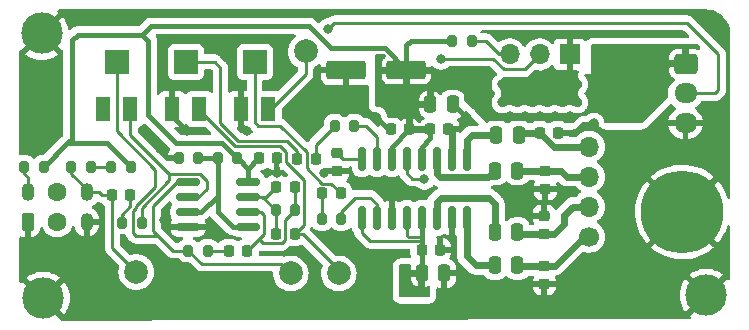
<source format=gbr>
%TF.GenerationSoftware,KiCad,Pcbnew,(6.0.7-1)-1*%
%TF.CreationDate,2023-09-21T22:33:58-04:00*%
%TF.ProjectId,EMHarpsichord_Stage1,454d4861-7270-4736-9963-686f72645f53,rev?*%
%TF.SameCoordinates,Original*%
%TF.FileFunction,Copper,L1,Top*%
%TF.FilePolarity,Positive*%
%FSLAX46Y46*%
G04 Gerber Fmt 4.6, Leading zero omitted, Abs format (unit mm)*
G04 Created by KiCad (PCBNEW (6.0.7-1)-1) date 2023-09-21 22:33:58*
%MOMM*%
%LPD*%
G01*
G04 APERTURE LIST*
G04 Aperture macros list*
%AMRoundRect*
0 Rectangle with rounded corners*
0 $1 Rounding radius*
0 $2 $3 $4 $5 $6 $7 $8 $9 X,Y pos of 4 corners*
0 Add a 4 corners polygon primitive as box body*
4,1,4,$2,$3,$4,$5,$6,$7,$8,$9,$2,$3,0*
0 Add four circle primitives for the rounded corners*
1,1,$1+$1,$2,$3*
1,1,$1+$1,$4,$5*
1,1,$1+$1,$6,$7*
1,1,$1+$1,$8,$9*
0 Add four rect primitives between the rounded corners*
20,1,$1+$1,$2,$3,$4,$5,0*
20,1,$1+$1,$4,$5,$6,$7,0*
20,1,$1+$1,$6,$7,$8,$9,0*
20,1,$1+$1,$8,$9,$2,$3,0*%
G04 Aperture macros list end*
%TA.AperFunction,ComponentPad*%
%ADD10C,2.000000*%
%TD*%
%TA.AperFunction,SMDPad,CuDef*%
%ADD11RoundRect,0.225000X-0.225000X-0.250000X0.225000X-0.250000X0.225000X0.250000X-0.225000X0.250000X0*%
%TD*%
%TA.AperFunction,SMDPad,CuDef*%
%ADD12RoundRect,0.200000X0.200000X0.275000X-0.200000X0.275000X-0.200000X-0.275000X0.200000X-0.275000X0*%
%TD*%
%TA.AperFunction,ComponentPad*%
%ADD13C,1.700000*%
%TD*%
%TA.AperFunction,ComponentPad*%
%ADD14O,1.700000X1.700000*%
%TD*%
%TA.AperFunction,SMDPad,CuDef*%
%ADD15RoundRect,0.250000X-0.250000X-0.475000X0.250000X-0.475000X0.250000X0.475000X-0.250000X0.475000X0*%
%TD*%
%TA.AperFunction,SMDPad,CuDef*%
%ADD16RoundRect,0.225000X-0.250000X0.225000X-0.250000X-0.225000X0.250000X-0.225000X0.250000X0.225000X0*%
%TD*%
%TA.AperFunction,ComponentPad*%
%ADD17C,3.500000*%
%TD*%
%TA.AperFunction,ComponentPad*%
%ADD18R,1.700000X1.700000*%
%TD*%
%TA.AperFunction,SMDPad,CuDef*%
%ADD19R,1.300000X2.000000*%
%TD*%
%TA.AperFunction,SMDPad,CuDef*%
%ADD20R,2.000000X2.000000*%
%TD*%
%TA.AperFunction,SMDPad,CuDef*%
%ADD21RoundRect,0.200000X-0.200000X-0.275000X0.200000X-0.275000X0.200000X0.275000X-0.200000X0.275000X0*%
%TD*%
%TA.AperFunction,SMDPad,CuDef*%
%ADD22RoundRect,0.225000X0.250000X-0.225000X0.250000X0.225000X-0.250000X0.225000X-0.250000X-0.225000X0*%
%TD*%
%TA.AperFunction,SMDPad,CuDef*%
%ADD23RoundRect,0.250000X1.412500X0.550000X-1.412500X0.550000X-1.412500X-0.550000X1.412500X-0.550000X0*%
%TD*%
%TA.AperFunction,SMDPad,CuDef*%
%ADD24RoundRect,0.225000X0.225000X0.250000X-0.225000X0.250000X-0.225000X-0.250000X0.225000X-0.250000X0*%
%TD*%
%TA.AperFunction,SMDPad,CuDef*%
%ADD25RoundRect,0.250000X0.250000X0.475000X-0.250000X0.475000X-0.250000X-0.475000X0.250000X-0.475000X0*%
%TD*%
%TA.AperFunction,SMDPad,CuDef*%
%ADD26RoundRect,0.162500X-0.825000X-0.162500X0.825000X-0.162500X0.825000X0.162500X-0.825000X0.162500X0*%
%TD*%
%TA.AperFunction,ComponentPad*%
%ADD27RoundRect,0.250000X-0.725000X0.600000X-0.725000X-0.600000X0.725000X-0.600000X0.725000X0.600000X0*%
%TD*%
%TA.AperFunction,ComponentPad*%
%ADD28O,1.950000X1.700000*%
%TD*%
%TA.AperFunction,SMDPad,CuDef*%
%ADD29RoundRect,0.150000X-0.150000X0.850000X-0.150000X-0.850000X0.150000X-0.850000X0.150000X0.850000X0*%
%TD*%
%TA.AperFunction,ComponentPad*%
%ADD30C,7.000000*%
%TD*%
%TA.AperFunction,ComponentPad*%
%ADD31C,1.600000*%
%TD*%
%TA.AperFunction,ComponentPad*%
%ADD32RoundRect,0.249700X-0.300300X-0.500300X0.300300X-0.500300X0.300300X0.500300X-0.300300X0.500300X0*%
%TD*%
%TA.AperFunction,ComponentPad*%
%ADD33O,1.100000X1.500000*%
%TD*%
%TA.AperFunction,ViaPad*%
%ADD34C,0.800000*%
%TD*%
%TA.AperFunction,Conductor*%
%ADD35C,0.400000*%
%TD*%
%TA.AperFunction,Conductor*%
%ADD36C,0.250000*%
%TD*%
%TA.AperFunction,Conductor*%
%ADD37C,0.600000*%
%TD*%
G04 APERTURE END LIST*
D10*
%TO.P,TP4,1,1*%
%TO.N,optical_out*%
X152781000Y-116205000D03*
%TD*%
D11*
%TO.P,C2,1*%
%TO.N,Net-(C2-Pad1)*%
X133582000Y-109591000D03*
%TO.P,C2,2*%
%TO.N,Net-(C2-Pad2)*%
X135132000Y-109591000D03*
%TD*%
D12*
%TO.P,R4,1*%
%TO.N,Net-(R11-Pad2)*%
X131782000Y-107191000D03*
%TO.P,R4,2*%
%TO.N,Net-(C2-Pad1)*%
X130132000Y-107191000D03*
%TD*%
%TO.P,R11,1*%
%TO.N,+5V*%
X135182000Y-107191000D03*
%TO.P,R11,2*%
%TO.N,Net-(R11-Pad2)*%
X133532000Y-107191000D03*
%TD*%
D13*
%TO.P,J2,1,Pin_1*%
%TO.N,Net-(C18-Pad2)*%
X173957000Y-113091000D03*
D14*
%TO.P,J2,2,Pin_2*%
%TO.N,Net-(C17-Pad2)*%
X173957000Y-110551000D03*
%TO.P,J2,3,Pin_3*%
%TO.N,Net-(C16-Pad2)*%
X173957000Y-108011000D03*
%TO.P,J2,4,Pin_4*%
%TO.N,Net-(C15-Pad2)*%
X173957000Y-105471000D03*
%TD*%
D15*
%TO.P,FB3,1,1*%
%TO.N,/R-*%
X166007000Y-112691000D03*
%TO.P,FB3,2,2*%
%TO.N,Net-(C17-Pad2)*%
X167907000Y-112691000D03*
%TD*%
D11*
%TO.P,C3,1*%
%TO.N,Net-(C3-Pad1)*%
X143482000Y-114265000D03*
%TO.P,C3,2*%
%TO.N,Net-(C3-Pad2)*%
X145032000Y-114265000D03*
%TD*%
D10*
%TO.P,TP1,1,1*%
%TO.N,Net-(C2-Pad1)*%
X135636000Y-116078000D03*
%TD*%
D16*
%TO.P,C17,1*%
%TO.N,GND*%
X170157000Y-111316000D03*
%TO.P,C17,2*%
%TO.N,Net-(C17-Pad2)*%
X170157000Y-112866000D03*
%TD*%
D17*
%TO.P,,1,1*%
%TO.N,GND*%
X127762000Y-118300500D03*
%TD*%
D18*
%TO.P,J1,1,Pin_1*%
%TO.N,GND*%
X172324000Y-97663000D03*
D14*
%TO.P,J1,2,Pin_2*%
%TO.N,Net-(U3-Pad5)*%
X169784000Y-97663000D03*
%TO.P,J1,3,Pin_3*%
%TO.N,Net-(R10-Pad2)*%
X167244000Y-97663000D03*
%TD*%
D19*
%TO.P,RV1,1,1*%
%TO.N,Net-(R5-Pad2)*%
X135135000Y-102291000D03*
D20*
%TO.P,RV1,2,2*%
%TO.N,Net-(R6-Pad1)*%
X133985000Y-98291000D03*
D19*
%TO.P,RV1,3,3*%
%TO.N,unconnected-(RV1-Pad3)*%
X132835000Y-102291000D03*
%TD*%
D21*
%TO.P,R2,1*%
%TO.N,+2V5*%
X142532000Y-106465000D03*
%TO.P,R2,2*%
%TO.N,+5V*%
X144182000Y-106465000D03*
%TD*%
%TO.P,R10,1*%
%TO.N,+5V*%
X162370000Y-96520000D03*
%TO.P,R10,2*%
%TO.N,Net-(R10-Pad2)*%
X164020000Y-96520000D03*
%TD*%
D11*
%TO.P,C7,1*%
%TO.N,Net-(C7-Pad1)*%
X149282000Y-106491000D03*
%TO.P,C7,2*%
%TO.N,Net-(C7-Pad2)*%
X150832000Y-106491000D03*
%TD*%
%TO.P,C5,1*%
%TO.N,Net-(C4-Pad2)*%
X147482000Y-112865000D03*
%TO.P,C5,2*%
%TO.N,optical_out*%
X149032000Y-112865000D03*
%TD*%
D10*
%TO.P,TP3,1,1*%
%TO.N,Net-(R6-Pad1)*%
X148717000Y-116205000D03*
%TD*%
D15*
%TO.P,FB4,1,1*%
%TO.N,/R+*%
X166007000Y-115491000D03*
%TO.P,FB4,2,2*%
%TO.N,Net-(C18-Pad2)*%
X167907000Y-115491000D03*
%TD*%
D21*
%TO.P,R5,1*%
%TO.N,Net-(C2-Pad2)*%
X134432000Y-111891000D03*
%TO.P,R5,2*%
%TO.N,Net-(R5-Pad2)*%
X136082000Y-111891000D03*
%TD*%
D22*
%TO.P,C9,1*%
%TO.N,GND*%
X152657000Y-107566000D03*
%TO.P,C9,2*%
%TO.N,Net-(C9-Pad2)*%
X152657000Y-106016000D03*
%TD*%
D21*
%TO.P,R6,1*%
%TO.N,Net-(R6-Pad1)*%
X140032000Y-114265000D03*
%TO.P,R6,2*%
%TO.N,Net-(C3-Pad1)*%
X141682000Y-114265000D03*
%TD*%
D19*
%TO.P,RV2,1,1*%
%TO.N,optical_out*%
X140977000Y-102291000D03*
D20*
%TO.P,RV2,2,2*%
%TO.N,Net-(C7-Pad1)*%
X139827000Y-98291000D03*
D19*
%TO.P,RV2,3,3*%
%TO.N,GND*%
X138677000Y-102291000D03*
%TD*%
D23*
%TO.P,C6,1*%
%TO.N,+5V*%
X158494500Y-98991000D03*
%TO.P,C6,2*%
%TO.N,GND*%
X153419500Y-98991000D03*
%TD*%
D22*
%TO.P,C18,1*%
%TO.N,GND*%
X170180000Y-117107000D03*
%TO.P,C18,2*%
%TO.N,Net-(C18-Pad2)*%
X170180000Y-115557000D03*
%TD*%
D24*
%TO.P,C11,1*%
%TO.N,GND*%
X161332000Y-114191000D03*
%TO.P,C11,2*%
%TO.N,+5V*%
X159782000Y-114191000D03*
%TD*%
%TO.P,C15,1*%
%TO.N,GND*%
X171332000Y-104291000D03*
%TO.P,C15,2*%
%TO.N,Net-(C15-Pad2)*%
X169782000Y-104291000D03*
%TD*%
%TO.P,C13,1*%
%TO.N,GND*%
X162032000Y-103991000D03*
%TO.P,C13,2*%
%TO.N,+5V*%
X160482000Y-103991000D03*
%TD*%
D11*
%TO.P,C1,1*%
%TO.N,+5V*%
X145982000Y-106465000D03*
%TO.P,C1,2*%
%TO.N,GND*%
X147532000Y-106465000D03*
%TD*%
D22*
%TO.P,C16,1*%
%TO.N,GND*%
X170257000Y-109066000D03*
%TO.P,C16,2*%
%TO.N,Net-(C16-Pad2)*%
X170257000Y-107516000D03*
%TD*%
D17*
%TO.P,,1,1*%
%TO.N,GND*%
X127635000Y-95885000D03*
%TD*%
D11*
%TO.P,C10,1*%
%TO.N,GND*%
X157182000Y-103991000D03*
%TO.P,C10,2*%
%TO.N,+5V*%
X158732000Y-103991000D03*
%TD*%
D12*
%TO.P,R1,1*%
%TO.N,+5V*%
X127782000Y-107191000D03*
%TO.P,R1,2*%
%TO.N,Net-(R1-Pad2)*%
X126132000Y-107191000D03*
%TD*%
D24*
%TO.P,C8,1*%
%TO.N,Net-(C8-Pad1)*%
X152932000Y-109391000D03*
%TO.P,C8,2*%
%TO.N,Net-(C8-Pad2)*%
X151382000Y-109391000D03*
%TD*%
D15*
%TO.P,FB1,1,1*%
%TO.N,/L+*%
X166107000Y-104491000D03*
%TO.P,FB1,2,2*%
%TO.N,Net-(C15-Pad2)*%
X168007000Y-104491000D03*
%TD*%
D25*
%TO.P,C12,1*%
%TO.N,GND*%
X161707000Y-116191000D03*
%TO.P,C12,2*%
%TO.N,+5V*%
X159807000Y-116191000D03*
%TD*%
D26*
%TO.P,U2,1*%
%TO.N,Net-(R6-Pad1)*%
X140019500Y-108460000D03*
%TO.P,U2,2,-*%
%TO.N,Net-(R5-Pad2)*%
X140019500Y-109730000D03*
%TO.P,U2,3,+*%
%TO.N,+2V5*%
X140019500Y-111000000D03*
%TO.P,U2,4,V-*%
%TO.N,GND*%
X140019500Y-112270000D03*
%TO.P,U2,5,+*%
%TO.N,+2V5*%
X145094500Y-112270000D03*
%TO.P,U2,6,-*%
%TO.N,Net-(C3-Pad2)*%
X145094500Y-111000000D03*
%TO.P,U2,7*%
%TO.N,Net-(C4-Pad2)*%
X145094500Y-109730000D03*
%TO.P,U2,8,V+*%
%TO.N,+5V*%
X145094500Y-108460000D03*
%TD*%
D21*
%TO.P,R3,1*%
%TO.N,GND*%
X139232000Y-106465000D03*
%TO.P,R3,2*%
%TO.N,+2V5*%
X140882000Y-106465000D03*
%TD*%
D27*
%TO.P,J3,1,Pin_1*%
%TO.N,+5V*%
X182135000Y-98465000D03*
D28*
%TO.P,J3,2,Pin_2*%
%TO.N,aux_in*%
X182135000Y-100965000D03*
%TO.P,J3,3,Pin_3*%
%TO.N,GND*%
X182135000Y-103465000D03*
%TD*%
D12*
%TO.P,R7,1*%
%TO.N,Net-(C3-Pad2)*%
X149082000Y-110865000D03*
%TO.P,R7,2*%
%TO.N,Net-(C4-Pad2)*%
X147432000Y-110865000D03*
%TD*%
D25*
%TO.P,C14,1*%
%TO.N,GND*%
X162407000Y-101891000D03*
%TO.P,C14,2*%
%TO.N,+5V*%
X160507000Y-101891000D03*
%TD*%
D29*
%TO.P,U3,1,LOUT+*%
%TO.N,/L+*%
X163602000Y-106491000D03*
%TO.P,U3,2,PGND*%
%TO.N,GND*%
X162332000Y-106491000D03*
%TO.P,U3,3,LOUT-*%
%TO.N,/L-*%
X161062000Y-106491000D03*
%TO.P,U3,4,PVDD*%
%TO.N,+5V*%
X159792000Y-106491000D03*
%TO.P,U3,5,~{MUTE}*%
%TO.N,Net-(U3-Pad5)*%
X158522000Y-106491000D03*
%TO.P,U3,6,VDD*%
%TO.N,+5V*%
X157252000Y-106491000D03*
%TO.P,U3,7,INL*%
%TO.N,Net-(R8-Pad2)*%
X155982000Y-106491000D03*
%TO.P,U3,8,VREF*%
%TO.N,Net-(C9-Pad2)*%
X154712000Y-106491000D03*
%TO.P,U3,9,MODE*%
%TO.N,+5V*%
X154712000Y-111491000D03*
%TO.P,U3,10,INR*%
%TO.N,Net-(R9-Pad2)*%
X155982000Y-111491000D03*
%TO.P,U3,11,GND*%
%TO.N,GND*%
X157252000Y-111491000D03*
%TO.P,U3,12,~{SHDN}*%
%TO.N,+5V*%
X158522000Y-111491000D03*
%TO.P,U3,13,PVDD*%
X159792000Y-111491000D03*
%TO.P,U3,14,ROUT-*%
%TO.N,/R-*%
X161062000Y-111491000D03*
%TO.P,U3,15,PGND*%
%TO.N,GND*%
X162332000Y-111491000D03*
%TO.P,U3,16,ROUT+*%
%TO.N,/R+*%
X163602000Y-111491000D03*
%TD*%
D30*
%TO.P,TP6,1,1*%
%TO.N,GND*%
X181864000Y-110998000D03*
%TD*%
D19*
%TO.P,RV3,1,1*%
%TO.N,aux_in*%
X146819000Y-102291000D03*
D20*
%TO.P,RV3,2,2*%
%TO.N,Net-(C8-Pad1)*%
X145669000Y-98291000D03*
D19*
%TO.P,RV3,3,3*%
%TO.N,GND*%
X144519000Y-102291000D03*
%TD*%
D15*
%TO.P,FB2,1,1*%
%TO.N,/L-*%
X166007000Y-107491000D03*
%TO.P,FB2,2,2*%
%TO.N,Net-(C16-Pad2)*%
X167907000Y-107491000D03*
%TD*%
D21*
%TO.P,R8,1*%
%TO.N,Net-(C7-Pad2)*%
X152432000Y-103691000D03*
%TO.P,R8,2*%
%TO.N,Net-(R8-Pad2)*%
X154082000Y-103691000D03*
%TD*%
D17*
%TO.P,,1,1*%
%TO.N,GND*%
X183896000Y-118046500D03*
%TD*%
D21*
%TO.P,R9,1*%
%TO.N,Net-(C8-Pad2)*%
X151332000Y-111591000D03*
%TO.P,R9,2*%
%TO.N,Net-(R9-Pad2)*%
X152982000Y-111591000D03*
%TD*%
D10*
%TO.P,TP2,1,1*%
%TO.N,aux_in*%
X149987000Y-97409000D03*
%TD*%
D24*
%TO.P,C4,1*%
%TO.N,Net-(C3-Pad2)*%
X149032000Y-108865000D03*
%TO.P,C4,2*%
%TO.N,Net-(C4-Pad2)*%
X147482000Y-108865000D03*
%TD*%
D31*
%TO.P,U1,*%
%TO.N,*%
X128932000Y-111841000D03*
X128932000Y-109341000D03*
D32*
%TO.P,U1,1,K*%
%TO.N,GND*%
X126432000Y-111841000D03*
D33*
%TO.P,U1,2,A*%
%TO.N,Net-(R1-Pad2)*%
X126432000Y-109341000D03*
%TO.P,U1,3,C*%
%TO.N,Net-(C2-Pad1)*%
X131432000Y-109341000D03*
%TO.P,U1,4,E*%
%TO.N,GND*%
X131432000Y-111841000D03*
%TD*%
D34*
%TO.N,+5V*%
X157757000Y-101791000D03*
X158369000Y-116205000D03*
X157757000Y-100791000D03*
X159766000Y-117729000D03*
X158857000Y-101791000D03*
X158857000Y-100791000D03*
X158369000Y-117729000D03*
%TO.N,GND*%
X145542000Y-96393000D03*
X153416000Y-100838000D03*
X156718000Y-109474000D03*
X139065000Y-96393000D03*
X137957000Y-111691000D03*
X166624000Y-118618000D03*
X174371000Y-103505000D03*
X154686000Y-101981000D03*
X137668000Y-105664000D03*
X182372000Y-106172000D03*
X152146000Y-101981000D03*
X145034000Y-104140000D03*
X144272000Y-96393000D03*
X150876000Y-101981000D03*
X166624000Y-101727000D03*
X138049000Y-116967000D03*
X141859000Y-116967000D03*
X139319000Y-116967000D03*
X143002000Y-96393000D03*
X153416000Y-101981000D03*
X162941000Y-116205000D03*
X152146000Y-100838000D03*
X171704000Y-101727000D03*
X167894000Y-100203000D03*
X171704000Y-100203000D03*
X143129000Y-116967000D03*
X165354000Y-118618000D03*
X172974000Y-101727000D03*
X147574000Y-107696000D03*
X162814000Y-118618000D03*
X141605000Y-96393000D03*
X170434000Y-101727000D03*
X151511000Y-107696000D03*
X172974000Y-100203000D03*
X139954000Y-104140000D03*
X181102000Y-106172000D03*
X164084000Y-118618000D03*
X137795000Y-96393000D03*
X167894000Y-101727000D03*
X161544000Y-118618000D03*
X144399000Y-116967000D03*
X140335000Y-96393000D03*
X155957000Y-102991000D03*
X183642000Y-106172000D03*
X150876000Y-100838000D03*
X163576000Y-102997000D03*
X166624000Y-100203000D03*
X169164000Y-101727000D03*
X170434000Y-100203000D03*
X179832000Y-106172000D03*
X154686000Y-100838000D03*
X146812000Y-96393000D03*
X168656000Y-110109000D03*
X167894000Y-118618000D03*
X140589000Y-116967000D03*
X169164000Y-100203000D03*
%TO.N,aux_in*%
X151892000Y-95504000D03*
%TO.N,Net-(U3-Pad5)*%
X160020000Y-108204000D03*
X161417000Y-98044000D03*
%TD*%
D35*
%TO.N,+5V*%
X152146000Y-97155000D02*
X156658500Y-97155000D01*
X158877000Y-96520000D02*
X158494500Y-96902500D01*
X145959919Y-106465000D02*
X145982000Y-106465000D01*
X159792000Y-113026000D02*
X159792000Y-113467042D01*
X159666000Y-116332000D02*
X159807000Y-116191000D01*
X133156000Y-105165000D02*
X135182000Y-107191000D01*
X145094500Y-107330419D02*
X145959919Y-106465000D01*
D36*
X155433042Y-113467042D02*
X159792000Y-113467042D01*
D35*
X145094500Y-108460000D02*
X145094500Y-107330419D01*
X130175000Y-104798000D02*
X130175000Y-96473000D01*
X130657000Y-95991000D02*
X136157000Y-95991000D01*
X127782000Y-107191000D02*
X129808000Y-105165000D01*
X158494500Y-96902500D02*
X158494500Y-98991000D01*
D36*
X154712000Y-111491000D02*
X154712000Y-112746000D01*
D35*
X159792000Y-105456000D02*
X160482000Y-104766000D01*
X157252000Y-106491000D02*
X157252000Y-105471000D01*
X159792000Y-111491000D02*
X159792000Y-113026000D01*
X159792000Y-113467042D02*
X159792000Y-114181000D01*
D36*
X158522000Y-111491000D02*
X158522000Y-112956000D01*
D35*
X159782000Y-114191000D02*
X159782000Y-116166000D01*
X136898000Y-95250000D02*
X150241000Y-95250000D01*
X129808000Y-105165000D02*
X130175000Y-104798000D01*
X130175000Y-96473000D02*
X130657000Y-95991000D01*
X154732000Y-111511000D02*
X154712000Y-111491000D01*
X142882000Y-105165000D02*
X144182000Y-106465000D01*
D36*
X154712000Y-112746000D02*
X155433042Y-113467042D01*
D35*
X160482000Y-104766000D02*
X160482000Y-103991000D01*
X162370000Y-96520000D02*
X158877000Y-96520000D01*
X144182000Y-106465000D02*
X144229081Y-106465000D01*
X136157000Y-95991000D02*
X136657000Y-96491000D01*
X160482000Y-101916000D02*
X160507000Y-101891000D01*
X159766000Y-116232000D02*
X159807000Y-116191000D01*
D36*
X159727000Y-113091000D02*
X159792000Y-113026000D01*
D35*
X159792000Y-114181000D02*
X159782000Y-114191000D01*
X144229081Y-106465000D02*
X145094500Y-107330419D01*
X150241000Y-95250000D02*
X152146000Y-97155000D01*
X159792000Y-106491000D02*
X159792000Y-105456000D01*
X136657000Y-102791000D02*
X139031000Y-105165000D01*
D36*
X158657000Y-113091000D02*
X159727000Y-113091000D01*
D35*
X136657000Y-96491000D02*
X136657000Y-102791000D01*
X156658500Y-97155000D02*
X158494500Y-98991000D01*
X139031000Y-105165000D02*
X142882000Y-105165000D01*
D36*
X158522000Y-112956000D02*
X158657000Y-113091000D01*
D35*
X159782000Y-116166000D02*
X159807000Y-116191000D01*
X157252000Y-105471000D02*
X158732000Y-103991000D01*
X136157000Y-95991000D02*
X136898000Y-95250000D01*
X129808000Y-105165000D02*
X133156000Y-105165000D01*
D36*
%TO.N,GND*%
X168910000Y-109474000D02*
X168656000Y-109728000D01*
D35*
X157252000Y-110008000D02*
X156718000Y-109474000D01*
D36*
X174371000Y-103505000D02*
X173482000Y-103505000D01*
X170257000Y-109066000D02*
X169318000Y-109066000D01*
D35*
X162407000Y-101891000D02*
X162470000Y-101891000D01*
X156957000Y-103991000D02*
X155957000Y-102991000D01*
X152657000Y-107566000D02*
X151641000Y-107566000D01*
D36*
X138469000Y-106465000D02*
X139232000Y-106465000D01*
D35*
X144519000Y-103625000D02*
X145034000Y-104140000D01*
D37*
X162332000Y-106491000D02*
X162332000Y-104291000D01*
D35*
X138677000Y-102291000D02*
X138677000Y-102863000D01*
D36*
X147532000Y-107654000D02*
X147574000Y-107696000D01*
D35*
X162927000Y-116191000D02*
X162941000Y-116205000D01*
X157252000Y-111491000D02*
X157252000Y-110008000D01*
D36*
X169318000Y-109066000D02*
X168910000Y-109474000D01*
D35*
X157182000Y-103991000D02*
X156957000Y-103991000D01*
X162470000Y-101891000D02*
X163576000Y-102997000D01*
D36*
X173482000Y-103505000D02*
X172696000Y-104291000D01*
D35*
X138536000Y-112270000D02*
X137957000Y-111691000D01*
X151641000Y-107566000D02*
X151511000Y-107696000D01*
X138677000Y-102863000D02*
X139954000Y-104140000D01*
X161707000Y-116191000D02*
X162927000Y-116191000D01*
X144519000Y-102291000D02*
X144519000Y-103625000D01*
D36*
X147532000Y-106465000D02*
X147532000Y-107654000D01*
X172696000Y-104291000D02*
X171332000Y-104291000D01*
X168656000Y-109728000D02*
X168656000Y-110109000D01*
X137668000Y-105664000D02*
X138469000Y-106465000D01*
D37*
X162332000Y-104291000D02*
X162032000Y-103991000D01*
D35*
X140019500Y-112270000D02*
X138536000Y-112270000D01*
D36*
%TO.N,Net-(C2-Pad1)*%
X132757000Y-109591000D02*
X133582000Y-109591000D01*
X133582000Y-114024000D02*
X133582000Y-109591000D01*
X131432000Y-109341000D02*
X132507000Y-109341000D01*
X130132000Y-107191000D02*
X130132000Y-107766000D01*
X132507000Y-109341000D02*
X132757000Y-109591000D01*
X131432000Y-109066000D02*
X131432000Y-109341000D01*
X135636000Y-116078000D02*
X133582000Y-114024000D01*
X130132000Y-107766000D02*
X131432000Y-109066000D01*
%TO.N,Net-(C3-Pad1)*%
X141682000Y-114265000D02*
X143482000Y-114265000D01*
D37*
%TO.N,Net-(C15-Pad2)*%
X169782000Y-104291000D02*
X168207000Y-104291000D01*
X168207000Y-104291000D02*
X168007000Y-104491000D01*
X169782000Y-104291000D02*
X170962000Y-105471000D01*
X170962000Y-105471000D02*
X173957000Y-105471000D01*
D35*
%TO.N,+2V5*%
X142527427Y-106469573D02*
X142527427Y-109622573D01*
X143838000Y-112270000D02*
X145094500Y-112270000D01*
X142532000Y-106465000D02*
X140882000Y-106465000D01*
X142527427Y-110959427D02*
X143838000Y-112270000D01*
X142532000Y-106465000D02*
X142527427Y-106469573D01*
X142527427Y-109622573D02*
X142527427Y-110959427D01*
X141150000Y-111000000D02*
X140019500Y-111000000D01*
X142527427Y-109622573D02*
X141150000Y-111000000D01*
D37*
%TO.N,Net-(C16-Pad2)*%
X167907000Y-107491000D02*
X170232000Y-107491000D01*
X170257000Y-107516000D02*
X171582000Y-107516000D01*
X170232000Y-107491000D02*
X170257000Y-107516000D01*
X172077000Y-108011000D02*
X173957000Y-108011000D01*
X171582000Y-107516000D02*
X172077000Y-108011000D01*
%TO.N,Net-(C17-Pad2)*%
X171857000Y-111291000D02*
X172597000Y-110551000D01*
X172597000Y-110551000D02*
X173957000Y-110551000D01*
X167907000Y-112691000D02*
X168107000Y-112891000D01*
X168107000Y-112891000D02*
X170132000Y-112891000D01*
X170982000Y-112866000D02*
X171857000Y-111991000D01*
X170132000Y-112891000D02*
X170157000Y-112866000D01*
X171857000Y-111991000D02*
X171857000Y-111291000D01*
X170982000Y-112866000D02*
X170157000Y-112866000D01*
D36*
%TO.N,Net-(C2-Pad2)*%
X134432000Y-111216000D02*
X134432000Y-111891000D01*
X135132000Y-109591000D02*
X135132000Y-110516000D01*
X135132000Y-110516000D02*
X134432000Y-111216000D01*
%TO.N,Net-(C3-Pad2)*%
X145094500Y-111000000D02*
X146192000Y-111000000D01*
X146357000Y-113665000D02*
X147934817Y-113665000D01*
X145994500Y-113302500D02*
X145032000Y-114265000D01*
X148257000Y-113342817D02*
X148257000Y-111690000D01*
X149032000Y-110815000D02*
X149082000Y-110865000D01*
X146457000Y-111265000D02*
X146457000Y-112840000D01*
X149032000Y-108865000D02*
X149032000Y-110815000D01*
X145994500Y-113302500D02*
X146357000Y-113665000D01*
X148257000Y-111690000D02*
X149082000Y-110865000D01*
X146192000Y-111000000D02*
X146457000Y-111265000D01*
X146457000Y-112840000D02*
X145994500Y-113302500D01*
X147934817Y-113665000D02*
X148257000Y-113342817D01*
%TO.N,Net-(C4-Pad2)*%
X146617000Y-109730000D02*
X145094500Y-109730000D01*
X147482000Y-108865000D02*
X146617000Y-109730000D01*
X147432000Y-112815000D02*
X147482000Y-112865000D01*
X147432000Y-110865000D02*
X147432000Y-112815000D01*
X146297000Y-109730000D02*
X147432000Y-110865000D01*
X145094500Y-109730000D02*
X146297000Y-109730000D01*
%TO.N,Net-(C7-Pad1)*%
X149282000Y-105816000D02*
X149282000Y-106491000D01*
X142757000Y-103504604D02*
X144212396Y-104960000D01*
X144212396Y-104960000D02*
X148426000Y-104960000D01*
X142757000Y-98791000D02*
X142757000Y-103504604D01*
X148426000Y-104960000D02*
X149282000Y-105816000D01*
X139827000Y-98291000D02*
X142257000Y-98291000D01*
X142257000Y-98291000D02*
X142757000Y-98791000D01*
%TO.N,Net-(C7-Pad2)*%
X150832000Y-105291000D02*
X152432000Y-103691000D01*
X150832000Y-106491000D02*
X150832000Y-105291000D01*
%TO.N,Net-(C8-Pad1)*%
X147793396Y-103691000D02*
X145957000Y-103691000D01*
X152932000Y-109391000D02*
X152132000Y-108591000D01*
X150057000Y-107290999D02*
X150057000Y-105954604D01*
X151357001Y-108591000D02*
X150057000Y-107290999D01*
X145669000Y-103403000D02*
X145669000Y-98291000D01*
X145957000Y-103691000D02*
X145669000Y-103403000D01*
X150057000Y-105954604D02*
X147793396Y-103691000D01*
X152132000Y-108591000D02*
X151357001Y-108591000D01*
%TO.N,Net-(C8-Pad2)*%
X151382000Y-111541000D02*
X151332000Y-111591000D01*
X151382000Y-109391000D02*
X151382000Y-111541000D01*
%TO.N,Net-(C9-Pad2)*%
X154712000Y-106491000D02*
X153132000Y-106491000D01*
X153132000Y-106491000D02*
X152657000Y-106016000D01*
%TO.N,Net-(R8-Pad2)*%
X155982000Y-104616000D02*
X155982000Y-106491000D01*
X155057000Y-103691000D02*
X155982000Y-104616000D01*
X154082000Y-103691000D02*
X155057000Y-103691000D01*
%TO.N,Net-(R9-Pad2)*%
X155982000Y-110316000D02*
X155982000Y-111491000D01*
X154157000Y-109791000D02*
X155457000Y-109791000D01*
X152982000Y-111591000D02*
X152982000Y-110966000D01*
X152982000Y-110966000D02*
X154157000Y-109791000D01*
X155457000Y-109791000D02*
X155982000Y-110316000D01*
%TO.N,optical_out*%
X149807000Y-108268817D02*
X148307000Y-106768817D01*
X149032000Y-112865000D02*
X149807000Y-112090000D01*
X149032000Y-112865000D02*
X149731000Y-112865000D01*
X149731000Y-112865000D02*
X152781000Y-115915000D01*
X144026000Y-105410000D02*
X140977000Y-102361000D01*
X148307000Y-106768817D02*
X148307000Y-105941000D01*
X147776000Y-105410000D02*
X144026000Y-105410000D01*
X148307000Y-105941000D02*
X147776000Y-105410000D01*
X140977000Y-102361000D02*
X140977000Y-102291000D01*
X149807000Y-112090000D02*
X149807000Y-108268817D01*
X152781000Y-115915000D02*
X152781000Y-116205000D01*
%TO.N,aux_in*%
X184658000Y-100965000D02*
X182135000Y-100965000D01*
X146819000Y-102291000D02*
X147007000Y-102291000D01*
X152400000Y-94996000D02*
X182245000Y-94996000D01*
X184912000Y-100711000D02*
X184658000Y-100965000D01*
X184912000Y-97663000D02*
X184912000Y-100711000D01*
X182245000Y-94996000D02*
X184912000Y-97663000D01*
X151892000Y-95504000D02*
X152400000Y-94996000D01*
X147007000Y-102291000D02*
X149987000Y-99311000D01*
X149987000Y-99311000D02*
X149987000Y-97409000D01*
D37*
%TO.N,/R+*%
X164357000Y-115491000D02*
X166007000Y-115491000D01*
X163602000Y-111491000D02*
X163602000Y-114736000D01*
X163602000Y-114736000D02*
X164357000Y-115491000D01*
%TO.N,/R-*%
X161393000Y-109855000D02*
X165521000Y-109855000D01*
X166007000Y-110341000D02*
X166007000Y-112691000D01*
X165521000Y-109855000D02*
X166007000Y-110341000D01*
X161062000Y-110186000D02*
X161393000Y-109855000D01*
X161062000Y-111491000D02*
X161062000Y-110186000D01*
%TO.N,/L-*%
X165421000Y-108077000D02*
X166007000Y-107491000D01*
X161343000Y-108077000D02*
X165421000Y-108077000D01*
X161062000Y-106491000D02*
X161062000Y-107796000D01*
X161062000Y-107796000D02*
X161343000Y-108077000D01*
%TO.N,/L+*%
X163602000Y-106491000D02*
X163602000Y-104946000D01*
X164057000Y-104491000D02*
X165777000Y-104491000D01*
X163602000Y-104946000D02*
X164057000Y-104491000D01*
D36*
%TO.N,Net-(R10-Pad2)*%
X164020000Y-96520000D02*
X165227000Y-96520000D01*
X166370000Y-97663000D02*
X167244000Y-97663000D01*
X165227000Y-96520000D02*
X166370000Y-97663000D01*
D37*
%TO.N,Net-(C18-Pad2)*%
X171069000Y-115570000D02*
X173548000Y-113091000D01*
X167986000Y-115570000D02*
X171069000Y-115570000D01*
X167907000Y-115491000D02*
X167986000Y-115570000D01*
X173548000Y-113091000D02*
X173957000Y-113091000D01*
D36*
%TO.N,Net-(U3-Pad5)*%
X168514000Y-98933000D02*
X169784000Y-97663000D01*
X160020000Y-108204000D02*
X159004000Y-108204000D01*
X166751000Y-98933000D02*
X168514000Y-98933000D01*
X158522000Y-107722000D02*
X158522000Y-106491000D01*
X161417000Y-98044000D02*
X165862000Y-98044000D01*
X165862000Y-98044000D02*
X166751000Y-98933000D01*
X159004000Y-108204000D02*
X158522000Y-107722000D01*
%TO.N,Net-(R1-Pad2)*%
X126132000Y-107191000D02*
X126132000Y-107766000D01*
X126132000Y-107766000D02*
X126432000Y-108066000D01*
X126432000Y-108066000D02*
X126432000Y-109341000D01*
%TO.N,Net-(R11-Pad2)*%
X131782000Y-107191000D02*
X133532000Y-107191000D01*
%TO.N,Net-(R5-Pad2)*%
X141605000Y-108368571D02*
X141605000Y-109021000D01*
X141605000Y-109021000D02*
X140896000Y-109730000D01*
X138433926Y-107763074D02*
X140999503Y-107763074D01*
X138433926Y-108314074D02*
X138433926Y-107763074D01*
X136082000Y-111891000D02*
X136082000Y-110666000D01*
X140896000Y-109730000D02*
X140019500Y-109730000D01*
X135135000Y-102291000D02*
X135135000Y-104464148D01*
X135135000Y-104464148D02*
X138433926Y-107763074D01*
X140999503Y-107763074D02*
X141605000Y-108368571D01*
X136082000Y-110666000D02*
X138433926Y-108314074D01*
%TO.N,Net-(R6-Pad1)*%
X139118000Y-108460000D02*
X137057000Y-110521000D01*
X135607000Y-113041000D02*
X137507000Y-113041000D01*
X133985000Y-104140000D02*
X137257000Y-107412000D01*
X135357000Y-110927396D02*
X135357000Y-112791000D01*
X137057000Y-110521000D02*
X137057000Y-112591000D01*
X135582000Y-110529604D02*
X135582000Y-110702396D01*
X140032000Y-114265000D02*
X141158000Y-115391000D01*
X135582000Y-110702396D02*
X135357000Y-110927396D01*
X137257000Y-107412000D02*
X137257000Y-108854604D01*
X140019500Y-108460000D02*
X139118000Y-108460000D01*
X137507000Y-113041000D02*
X138731000Y-114265000D01*
X137057000Y-112591000D02*
X137507000Y-113041000D01*
X135357000Y-112791000D02*
X135607000Y-113041000D01*
X133985000Y-98291000D02*
X133985000Y-104140000D01*
X138731000Y-114265000D02*
X140032000Y-114265000D01*
X141158000Y-115391000D02*
X147903000Y-115391000D01*
X147903000Y-115391000D02*
X148717000Y-116205000D01*
X137257000Y-108854604D02*
X135582000Y-110529604D01*
%TD*%
%TA.AperFunction,Conductor*%
%TO.N,+5V*%
G36*
X183143027Y-96794002D02*
G01*
X183164001Y-96810905D01*
X183351095Y-96997999D01*
X183385121Y-97060311D01*
X183388000Y-97087094D01*
X183388000Y-97201195D01*
X183367998Y-97269316D01*
X183314342Y-97315809D01*
X183244068Y-97325913D01*
X183197861Y-97309648D01*
X183127024Y-97267755D01*
X183112585Y-97261506D01*
X182968668Y-97219695D01*
X182956081Y-97217396D01*
X182928099Y-97215193D01*
X182923172Y-97215000D01*
X182453115Y-97215000D01*
X182437876Y-97219475D01*
X182436671Y-97220865D01*
X182435000Y-97228548D01*
X182435000Y-98639000D01*
X182414998Y-98707121D01*
X182361342Y-98753614D01*
X182309000Y-98765000D01*
X180778115Y-98765000D01*
X180762876Y-98769475D01*
X180761671Y-98770865D01*
X180760000Y-98778548D01*
X180760000Y-99128173D01*
X180760193Y-99133099D01*
X180762396Y-99161081D01*
X180764695Y-99173668D01*
X180806506Y-99317585D01*
X180812755Y-99332024D01*
X180888279Y-99459729D01*
X180897926Y-99472165D01*
X181002835Y-99577074D01*
X181015271Y-99586721D01*
X181142972Y-99662243D01*
X181156456Y-99668078D01*
X181211030Y-99713490D01*
X181232389Y-99781197D01*
X181213752Y-99849704D01*
X181176783Y-99888234D01*
X181155681Y-99902441D01*
X180988865Y-100061576D01*
X180851246Y-100246542D01*
X180746760Y-100452051D01*
X180678393Y-100672227D01*
X180677692Y-100677516D01*
X180648963Y-100894279D01*
X180648102Y-100900774D01*
X180656751Y-101131158D01*
X180657846Y-101136376D01*
X180669124Y-101190127D01*
X180663537Y-101260903D01*
X180634904Y-101305096D01*
X178471905Y-103468095D01*
X178409593Y-103502121D01*
X178382810Y-103505000D01*
X175397955Y-103505000D01*
X175329834Y-103484998D01*
X175283341Y-103431342D01*
X175272645Y-103392170D01*
X175270494Y-103371698D01*
X175264542Y-103315072D01*
X175205527Y-103133444D01*
X175198104Y-103120586D01*
X175151304Y-103039528D01*
X175110040Y-102968056D01*
X175102398Y-102959568D01*
X174986675Y-102831045D01*
X174986674Y-102831044D01*
X174982253Y-102826134D01*
X174883157Y-102754136D01*
X174833094Y-102717763D01*
X174833093Y-102717762D01*
X174827752Y-102713882D01*
X174821724Y-102711198D01*
X174821722Y-102711197D01*
X174659319Y-102638891D01*
X174659318Y-102638891D01*
X174653288Y-102636206D01*
X174547505Y-102613721D01*
X174472944Y-102597872D01*
X174472939Y-102597872D01*
X174466487Y-102596500D01*
X174275513Y-102596500D01*
X174269061Y-102597872D01*
X174269056Y-102597872D01*
X174194495Y-102613721D01*
X174088712Y-102636206D01*
X174082682Y-102638891D01*
X174082681Y-102638891D01*
X173920278Y-102711197D01*
X173920276Y-102711198D01*
X173914248Y-102713882D01*
X173908907Y-102717762D01*
X173908906Y-102717763D01*
X173849769Y-102760729D01*
X173759747Y-102826134D01*
X173755332Y-102831037D01*
X173750420Y-102835460D01*
X173749295Y-102834211D01*
X173695986Y-102867051D01*
X173662800Y-102871500D01*
X173560767Y-102871500D01*
X173549584Y-102870973D01*
X173542091Y-102869298D01*
X173534165Y-102869547D01*
X173534164Y-102869547D01*
X173474001Y-102871438D01*
X173470043Y-102871500D01*
X173442144Y-102871500D01*
X173438154Y-102872004D01*
X173426320Y-102872936D01*
X173382111Y-102874326D01*
X173374497Y-102876538D01*
X173374492Y-102876539D01*
X173362659Y-102879977D01*
X173343296Y-102883988D01*
X173323203Y-102886526D01*
X173315836Y-102889443D01*
X173315831Y-102889444D01*
X173282092Y-102902802D01*
X173270865Y-102906646D01*
X173228407Y-102918982D01*
X173221581Y-102923019D01*
X173210972Y-102929293D01*
X173193224Y-102937988D01*
X173174383Y-102945448D01*
X173167967Y-102950110D01*
X173167966Y-102950110D01*
X173138613Y-102971436D01*
X173128693Y-102977952D01*
X173097465Y-102996420D01*
X173097462Y-102996422D01*
X173090638Y-103000458D01*
X173076317Y-103014779D01*
X173061284Y-103027619D01*
X173044893Y-103039528D01*
X173039842Y-103045633D01*
X173039837Y-103045638D01*
X173016701Y-103073604D01*
X173008713Y-103082382D01*
X172623000Y-103468095D01*
X172560688Y-103502121D01*
X172533905Y-103505000D01*
X172110457Y-103505000D01*
X172042336Y-103484998D01*
X172021441Y-103468175D01*
X172019883Y-103466620D01*
X172014702Y-103461448D01*
X171961898Y-103428899D01*
X171875331Y-103375538D01*
X171875329Y-103375537D01*
X171869101Y-103371698D01*
X171706757Y-103317851D01*
X171699920Y-103317151D01*
X171699918Y-103317150D01*
X171658599Y-103312917D01*
X171605732Y-103307500D01*
X171058268Y-103307500D01*
X171055022Y-103307837D01*
X171055018Y-103307837D01*
X171020917Y-103311375D01*
X170955981Y-103318113D01*
X170943935Y-103322132D01*
X170800676Y-103369927D01*
X170800674Y-103369928D01*
X170793732Y-103372244D01*
X170648287Y-103462248D01*
X170643114Y-103467430D01*
X170637377Y-103471977D01*
X170635855Y-103470057D01*
X170583793Y-103498545D01*
X170512973Y-103493544D01*
X170476450Y-103470116D01*
X170475628Y-103471157D01*
X170469882Y-103466619D01*
X170464702Y-103461448D01*
X170411898Y-103428899D01*
X170325331Y-103375538D01*
X170325329Y-103375537D01*
X170319101Y-103371698D01*
X170156757Y-103317851D01*
X170149920Y-103317151D01*
X170149918Y-103317150D01*
X170108599Y-103312917D01*
X170055732Y-103307500D01*
X169508268Y-103307500D01*
X169505022Y-103307837D01*
X169505018Y-103307837D01*
X169470917Y-103311375D01*
X169405981Y-103318113D01*
X169393935Y-103322132D01*
X169250676Y-103369927D01*
X169250674Y-103369928D01*
X169243732Y-103372244D01*
X169237508Y-103376096D01*
X169237507Y-103376096D01*
X169148231Y-103431342D01*
X169098287Y-103462248D01*
X169096864Y-103459948D01*
X169042688Y-103481882D01*
X169030223Y-103482500D01*
X168848350Y-103482500D01*
X168780229Y-103462498D01*
X168759333Y-103445674D01*
X168737809Y-103424188D01*
X168730303Y-103416695D01*
X168714718Y-103407088D01*
X168585968Y-103327725D01*
X168585966Y-103327724D01*
X168579738Y-103323885D01*
X168499995Y-103297436D01*
X168418389Y-103270368D01*
X168418387Y-103270368D01*
X168411861Y-103268203D01*
X168405025Y-103267503D01*
X168405022Y-103267502D01*
X168361969Y-103263091D01*
X168307400Y-103257500D01*
X167706600Y-103257500D01*
X167703354Y-103257837D01*
X167703350Y-103257837D01*
X167607692Y-103267762D01*
X167607688Y-103267763D01*
X167600834Y-103268474D01*
X167594298Y-103270655D01*
X167594296Y-103270655D01*
X167556401Y-103283298D01*
X167433054Y-103324450D01*
X167282652Y-103417522D01*
X167238803Y-103461448D01*
X167232244Y-103468018D01*
X167169962Y-103502097D01*
X167143071Y-103505000D01*
X166970889Y-103505000D01*
X166902768Y-103484998D01*
X166881871Y-103468173D01*
X166835483Y-103421866D01*
X166830303Y-103416695D01*
X166814718Y-103407088D01*
X166685968Y-103327725D01*
X166685966Y-103327724D01*
X166679738Y-103323885D01*
X166599995Y-103297436D01*
X166518389Y-103270368D01*
X166518387Y-103270368D01*
X166511861Y-103268203D01*
X166505025Y-103267503D01*
X166505022Y-103267502D01*
X166461969Y-103263091D01*
X166407400Y-103257500D01*
X165806600Y-103257500D01*
X165803354Y-103257837D01*
X165803350Y-103257837D01*
X165707692Y-103267762D01*
X165707688Y-103267763D01*
X165700834Y-103268474D01*
X165694298Y-103270655D01*
X165694296Y-103270655D01*
X165656401Y-103283298D01*
X165533054Y-103324450D01*
X165526826Y-103328304D01*
X165526824Y-103328305D01*
X165520708Y-103332090D01*
X165395759Y-103409411D01*
X165327309Y-103428249D01*
X165259539Y-103407088D01*
X165240362Y-103391362D01*
X164334834Y-102485834D01*
X164321994Y-102470802D01*
X164318342Y-102465776D01*
X164315040Y-102460056D01*
X164310621Y-102455148D01*
X164310618Y-102455144D01*
X164191675Y-102323045D01*
X164191674Y-102323044D01*
X164187253Y-102318134D01*
X164173651Y-102308251D01*
X164146230Y-102288329D01*
X164121698Y-102270505D01*
X164106666Y-102257666D01*
X163452405Y-101603405D01*
X163418379Y-101541093D01*
X163415500Y-101514310D01*
X163415500Y-101365600D01*
X163415163Y-101362350D01*
X163405238Y-101266692D01*
X163405237Y-101266688D01*
X163404526Y-101259834D01*
X163348550Y-101092054D01*
X163255478Y-100941652D01*
X163130303Y-100816695D01*
X163048374Y-100766193D01*
X162985968Y-100727725D01*
X162985966Y-100727724D01*
X162979738Y-100723885D01*
X162839939Y-100677516D01*
X162818389Y-100670368D01*
X162818387Y-100670368D01*
X162811861Y-100668203D01*
X162805025Y-100667503D01*
X162805022Y-100667502D01*
X162761969Y-100663091D01*
X162707400Y-100657500D01*
X162106600Y-100657500D01*
X162103354Y-100657837D01*
X162103350Y-100657837D01*
X162007692Y-100667762D01*
X162007688Y-100667763D01*
X162000834Y-100668474D01*
X161994298Y-100670655D01*
X161994296Y-100670655D01*
X161926946Y-100693125D01*
X161833054Y-100724450D01*
X161682652Y-100817522D01*
X161557695Y-100942697D01*
X161553855Y-100948927D01*
X161553854Y-100948928D01*
X161501097Y-101034515D01*
X161448324Y-101082009D01*
X161378253Y-101093432D01*
X161313129Y-101065157D01*
X161285384Y-101032539D01*
X161278718Y-101021269D01*
X161269074Y-101008835D01*
X161164165Y-100903926D01*
X161151729Y-100894279D01*
X161024024Y-100818755D01*
X161009585Y-100812506D01*
X160865668Y-100770695D01*
X160853081Y-100768396D01*
X160825099Y-100766193D01*
X160824532Y-100766171D01*
X160809876Y-100770475D01*
X160808671Y-100771865D01*
X160807000Y-100779548D01*
X160807000Y-102065000D01*
X160786998Y-102133121D01*
X160733342Y-102179614D01*
X160681000Y-102191000D01*
X159625115Y-102191000D01*
X159609876Y-102195475D01*
X159608671Y-102196865D01*
X159607000Y-102204548D01*
X159607000Y-102429173D01*
X159607193Y-102434099D01*
X159609396Y-102462081D01*
X159611695Y-102474668D01*
X159653506Y-102618585D01*
X159659755Y-102633024D01*
X159735279Y-102760729D01*
X159744926Y-102773165D01*
X159849835Y-102878074D01*
X159862266Y-102887716D01*
X159983761Y-102959568D01*
X160032214Y-103011461D01*
X160044919Y-103081312D01*
X160017844Y-103146943D01*
X159983761Y-103176476D01*
X159877710Y-103239194D01*
X159865283Y-103248834D01*
X159764834Y-103349283D01*
X159755194Y-103361710D01*
X159715454Y-103428907D01*
X159663561Y-103477360D01*
X159593710Y-103490065D01*
X159528079Y-103462990D01*
X159498546Y-103428907D01*
X159458806Y-103361710D01*
X159449166Y-103349283D01*
X159348717Y-103248834D01*
X159336290Y-103239194D01*
X159214013Y-103166880D01*
X159199577Y-103160633D01*
X159061734Y-103120586D01*
X159049813Y-103118409D01*
X159034969Y-103121527D01*
X159032000Y-103132990D01*
X159032000Y-103672885D01*
X159036475Y-103688124D01*
X159037865Y-103689329D01*
X159045548Y-103691000D01*
X159563883Y-103691000D01*
X159567779Y-103689856D01*
X159630061Y-103687631D01*
X159645548Y-103691000D01*
X160656000Y-103691000D01*
X160724121Y-103711002D01*
X160770614Y-103764658D01*
X160782000Y-103817000D01*
X160782000Y-104165000D01*
X160761998Y-104233121D01*
X160708342Y-104279614D01*
X160656000Y-104291000D01*
X159650117Y-104291000D01*
X159646221Y-104292144D01*
X159583939Y-104294369D01*
X159568452Y-104291000D01*
X158558000Y-104291000D01*
X158489879Y-104270998D01*
X158443386Y-104217342D01*
X158432000Y-104165000D01*
X158432000Y-103135051D01*
X158427656Y-103120256D01*
X158415996Y-103118195D01*
X158414871Y-103118284D01*
X158402266Y-103120586D01*
X158264423Y-103160633D01*
X158249987Y-103166880D01*
X158127714Y-103239192D01*
X158111234Y-103251976D01*
X158045150Y-103277925D01*
X157975527Y-103264027D01*
X157944986Y-103241592D01*
X157869882Y-103166619D01*
X157864702Y-103161448D01*
X157841171Y-103146943D01*
X157725331Y-103075538D01*
X157725329Y-103075537D01*
X157719101Y-103071698D01*
X157556757Y-103017851D01*
X157549920Y-103017151D01*
X157549918Y-103017150D01*
X157508599Y-103012917D01*
X157455732Y-103007500D01*
X157027661Y-103007500D01*
X156959540Y-102987498D01*
X156938566Y-102970595D01*
X156891665Y-102923694D01*
X156857639Y-102861382D01*
X156855450Y-102847769D01*
X156851232Y-102807637D01*
X156850542Y-102801072D01*
X156841475Y-102773165D01*
X156796744Y-102635500D01*
X156791527Y-102619444D01*
X156779073Y-102597872D01*
X156733026Y-102518118D01*
X156696040Y-102454056D01*
X156678561Y-102434643D01*
X156572675Y-102317045D01*
X156572674Y-102317044D01*
X156568253Y-102312134D01*
X156433138Y-102213967D01*
X156419094Y-102203763D01*
X156419093Y-102203762D01*
X156413752Y-102199882D01*
X156407724Y-102197198D01*
X156407722Y-102197197D01*
X156245319Y-102124891D01*
X156245318Y-102124891D01*
X156239288Y-102122206D01*
X156145887Y-102102353D01*
X156058944Y-102083872D01*
X156058939Y-102083872D01*
X156052487Y-102082500D01*
X155955000Y-102082500D01*
X155886879Y-102062498D01*
X155840386Y-102008842D01*
X155829000Y-101956500D01*
X155829000Y-101572885D01*
X159607000Y-101572885D01*
X159611475Y-101588124D01*
X159612865Y-101589329D01*
X159620548Y-101591000D01*
X160188885Y-101591000D01*
X160204124Y-101586525D01*
X160205329Y-101585135D01*
X160207000Y-101577452D01*
X160207000Y-100784115D01*
X160202525Y-100768876D01*
X160201135Y-100767671D01*
X160193509Y-100766012D01*
X160188901Y-100766193D01*
X160160919Y-100768396D01*
X160148332Y-100770695D01*
X160004415Y-100812506D01*
X159989976Y-100818755D01*
X159862271Y-100894279D01*
X159849835Y-100903926D01*
X159744926Y-101008835D01*
X159735279Y-101021271D01*
X159659755Y-101148976D01*
X159653506Y-101163415D01*
X159611695Y-101307332D01*
X159609396Y-101319919D01*
X159607193Y-101347901D01*
X159607000Y-101352828D01*
X159607000Y-101572885D01*
X155829000Y-101572885D01*
X155829000Y-99604173D01*
X156432000Y-99604173D01*
X156432193Y-99609099D01*
X156434396Y-99637081D01*
X156436695Y-99649668D01*
X156478506Y-99793585D01*
X156484755Y-99808024D01*
X156560279Y-99935729D01*
X156569926Y-99948165D01*
X156674835Y-100053074D01*
X156687271Y-100062721D01*
X156814976Y-100138245D01*
X156829415Y-100144494D01*
X156973332Y-100186305D01*
X156985919Y-100188604D01*
X157013901Y-100190807D01*
X157018827Y-100191000D01*
X158176385Y-100191000D01*
X158191624Y-100186525D01*
X158192829Y-100185135D01*
X158194500Y-100177452D01*
X158194500Y-100172885D01*
X158794500Y-100172885D01*
X158798975Y-100188124D01*
X158800365Y-100189329D01*
X158808048Y-100191000D01*
X159970173Y-100191000D01*
X159975099Y-100190807D01*
X160003081Y-100188604D01*
X160015668Y-100186305D01*
X160159585Y-100144494D01*
X160174024Y-100138245D01*
X160301729Y-100062721D01*
X160314165Y-100053074D01*
X160419074Y-99948165D01*
X160428721Y-99935729D01*
X160504245Y-99808024D01*
X160510494Y-99793585D01*
X160552305Y-99649668D01*
X160554604Y-99637081D01*
X160556807Y-99609099D01*
X160557000Y-99604173D01*
X160557000Y-99309115D01*
X160552525Y-99293876D01*
X160551135Y-99292671D01*
X160543452Y-99291000D01*
X158812615Y-99291000D01*
X158797376Y-99295475D01*
X158796171Y-99296865D01*
X158794500Y-99304548D01*
X158794500Y-100172885D01*
X158194500Y-100172885D01*
X158194500Y-99309115D01*
X158190025Y-99293876D01*
X158188635Y-99292671D01*
X158180952Y-99291000D01*
X156450115Y-99291000D01*
X156434876Y-99295475D01*
X156433671Y-99296865D01*
X156432000Y-99304548D01*
X156432000Y-99604173D01*
X155829000Y-99604173D01*
X155829000Y-97789000D01*
X155849002Y-97720879D01*
X155902658Y-97674386D01*
X155955000Y-97663000D01*
X156660039Y-97663000D01*
X156728160Y-97683002D01*
X156774653Y-97736658D01*
X156784757Y-97806932D01*
X156755263Y-97871512D01*
X156724178Y-97897454D01*
X156687266Y-97919284D01*
X156674835Y-97928926D01*
X156569926Y-98033835D01*
X156560279Y-98046271D01*
X156484755Y-98173976D01*
X156478506Y-98188415D01*
X156436695Y-98332332D01*
X156434396Y-98344919D01*
X156432193Y-98372901D01*
X156432000Y-98377828D01*
X156432000Y-98672885D01*
X156436475Y-98688124D01*
X156437865Y-98689329D01*
X156445548Y-98691000D01*
X160538885Y-98691000D01*
X160554124Y-98686525D01*
X160568062Y-98670440D01*
X160627789Y-98632056D01*
X160698785Y-98632056D01*
X160756922Y-98668640D01*
X160805747Y-98722866D01*
X160960248Y-98835118D01*
X160966276Y-98837802D01*
X160966278Y-98837803D01*
X161052657Y-98876261D01*
X161134712Y-98912794D01*
X161225887Y-98932174D01*
X161315056Y-98951128D01*
X161315061Y-98951128D01*
X161321513Y-98952500D01*
X161512487Y-98952500D01*
X161518939Y-98951128D01*
X161518944Y-98951128D01*
X161608113Y-98932174D01*
X161699288Y-98912794D01*
X161781343Y-98876261D01*
X161867722Y-98837803D01*
X161867724Y-98837802D01*
X161873752Y-98835118D01*
X161964102Y-98769475D01*
X162006671Y-98738546D01*
X162028253Y-98722866D01*
X162032668Y-98717963D01*
X162037580Y-98713540D01*
X162038705Y-98714789D01*
X162092014Y-98681949D01*
X162125200Y-98677500D01*
X165547405Y-98677500D01*
X165615526Y-98697502D01*
X165636501Y-98714405D01*
X166159499Y-99237404D01*
X166193524Y-99299716D01*
X166188459Y-99370532D01*
X166144464Y-99428435D01*
X166100602Y-99460303D01*
X166012747Y-99524134D01*
X166008326Y-99529044D01*
X166008325Y-99529045D01*
X165925457Y-99621080D01*
X165884960Y-99666056D01*
X165876475Y-99680753D01*
X165794162Y-99823323D01*
X165789473Y-99831444D01*
X165730458Y-100013072D01*
X165729768Y-100019633D01*
X165729768Y-100019635D01*
X165713661Y-100172885D01*
X165710496Y-100203000D01*
X165730458Y-100392928D01*
X165789473Y-100574556D01*
X165884960Y-100739944D01*
X165889378Y-100744851D01*
X165889379Y-100744852D01*
X166011688Y-100880690D01*
X166042406Y-100944697D01*
X166033641Y-101015151D01*
X166011688Y-101049310D01*
X165908948Y-101163415D01*
X165884960Y-101190056D01*
X165881659Y-101195774D01*
X165817251Y-101307332D01*
X165789473Y-101355444D01*
X165730458Y-101537072D01*
X165729768Y-101543633D01*
X165729768Y-101543635D01*
X165724790Y-101591000D01*
X165710496Y-101727000D01*
X165711186Y-101733565D01*
X165714839Y-101768317D01*
X165730458Y-101916928D01*
X165789473Y-102098556D01*
X165792776Y-102104278D01*
X165792777Y-102104279D01*
X165826686Y-102163010D01*
X165884960Y-102263944D01*
X165889378Y-102268851D01*
X165889379Y-102268852D01*
X165932772Y-102317045D01*
X166012747Y-102405866D01*
X166167248Y-102518118D01*
X166173276Y-102520802D01*
X166173278Y-102520803D01*
X166335681Y-102593109D01*
X166341712Y-102595794D01*
X166435113Y-102615647D01*
X166522056Y-102634128D01*
X166522061Y-102634128D01*
X166528513Y-102635500D01*
X166719487Y-102635500D01*
X166725939Y-102634128D01*
X166725944Y-102634128D01*
X166812887Y-102615647D01*
X166906288Y-102595794D01*
X166912319Y-102593109D01*
X167074722Y-102520803D01*
X167074724Y-102520802D01*
X167080752Y-102518118D01*
X167184940Y-102442421D01*
X167251806Y-102418563D01*
X167320958Y-102434643D01*
X167333056Y-102442418D01*
X167437248Y-102518118D01*
X167443276Y-102520802D01*
X167443278Y-102520803D01*
X167605681Y-102593109D01*
X167611712Y-102595794D01*
X167705113Y-102615647D01*
X167792056Y-102634128D01*
X167792061Y-102634128D01*
X167798513Y-102635500D01*
X167989487Y-102635500D01*
X167995939Y-102634128D01*
X167995944Y-102634128D01*
X168082887Y-102615647D01*
X168176288Y-102595794D01*
X168182319Y-102593109D01*
X168344722Y-102520803D01*
X168344724Y-102520802D01*
X168350752Y-102518118D01*
X168454940Y-102442421D01*
X168521806Y-102418563D01*
X168590958Y-102434643D01*
X168603056Y-102442418D01*
X168707248Y-102518118D01*
X168713276Y-102520802D01*
X168713278Y-102520803D01*
X168875681Y-102593109D01*
X168881712Y-102595794D01*
X168975113Y-102615647D01*
X169062056Y-102634128D01*
X169062061Y-102634128D01*
X169068513Y-102635500D01*
X169259487Y-102635500D01*
X169265939Y-102634128D01*
X169265944Y-102634128D01*
X169352887Y-102615647D01*
X169446288Y-102595794D01*
X169452319Y-102593109D01*
X169614722Y-102520803D01*
X169614724Y-102520802D01*
X169620752Y-102518118D01*
X169724940Y-102442421D01*
X169791806Y-102418563D01*
X169860958Y-102434643D01*
X169873056Y-102442418D01*
X169977248Y-102518118D01*
X169983276Y-102520802D01*
X169983278Y-102520803D01*
X170145681Y-102593109D01*
X170151712Y-102595794D01*
X170245113Y-102615647D01*
X170332056Y-102634128D01*
X170332061Y-102634128D01*
X170338513Y-102635500D01*
X170529487Y-102635500D01*
X170535939Y-102634128D01*
X170535944Y-102634128D01*
X170622887Y-102615647D01*
X170716288Y-102595794D01*
X170722319Y-102593109D01*
X170884722Y-102520803D01*
X170884724Y-102520802D01*
X170890752Y-102518118D01*
X170994940Y-102442421D01*
X171061806Y-102418563D01*
X171130958Y-102434643D01*
X171143056Y-102442418D01*
X171247248Y-102518118D01*
X171253276Y-102520802D01*
X171253278Y-102520803D01*
X171415681Y-102593109D01*
X171421712Y-102595794D01*
X171515113Y-102615647D01*
X171602056Y-102634128D01*
X171602061Y-102634128D01*
X171608513Y-102635500D01*
X171799487Y-102635500D01*
X171805939Y-102634128D01*
X171805944Y-102634128D01*
X171892887Y-102615647D01*
X171986288Y-102595794D01*
X171992319Y-102593109D01*
X172154722Y-102520803D01*
X172154724Y-102520802D01*
X172160752Y-102518118D01*
X172264940Y-102442421D01*
X172331806Y-102418563D01*
X172400958Y-102434643D01*
X172413056Y-102442418D01*
X172517248Y-102518118D01*
X172523276Y-102520802D01*
X172523278Y-102520803D01*
X172685681Y-102593109D01*
X172691712Y-102595794D01*
X172785113Y-102615647D01*
X172872056Y-102634128D01*
X172872061Y-102634128D01*
X172878513Y-102635500D01*
X173069487Y-102635500D01*
X173075939Y-102634128D01*
X173075944Y-102634128D01*
X173162887Y-102615647D01*
X173256288Y-102595794D01*
X173262319Y-102593109D01*
X173424722Y-102520803D01*
X173424724Y-102520802D01*
X173430752Y-102518118D01*
X173585253Y-102405866D01*
X173665228Y-102317045D01*
X173708621Y-102268852D01*
X173708622Y-102268851D01*
X173713040Y-102263944D01*
X173771314Y-102163010D01*
X173805223Y-102104279D01*
X173805224Y-102104278D01*
X173808527Y-102098556D01*
X173867542Y-101916928D01*
X173883162Y-101768317D01*
X173886814Y-101733565D01*
X173887504Y-101727000D01*
X173873210Y-101591000D01*
X173868232Y-101543635D01*
X173868232Y-101543633D01*
X173867542Y-101537072D01*
X173808527Y-101355444D01*
X173780750Y-101307332D01*
X173716341Y-101195774D01*
X173713040Y-101190056D01*
X173689053Y-101163415D01*
X173586312Y-101049310D01*
X173555594Y-100985303D01*
X173564359Y-100914849D01*
X173586312Y-100880690D01*
X173708621Y-100744852D01*
X173708622Y-100744851D01*
X173713040Y-100739944D01*
X173808527Y-100574556D01*
X173867542Y-100392928D01*
X173887504Y-100203000D01*
X173884339Y-100172885D01*
X173868232Y-100019635D01*
X173868232Y-100019633D01*
X173867542Y-100013072D01*
X173808527Y-99831444D01*
X173803839Y-99823323D01*
X173721525Y-99680753D01*
X173713040Y-99666056D01*
X173585409Y-99524308D01*
X173554694Y-99460303D01*
X173563458Y-99389849D01*
X173608920Y-99335318D01*
X173679047Y-99314000D01*
X174117000Y-99314000D01*
X174117000Y-98146885D01*
X180760000Y-98146885D01*
X180764475Y-98162124D01*
X180765865Y-98163329D01*
X180773548Y-98165000D01*
X181816885Y-98165000D01*
X181832124Y-98160525D01*
X181833329Y-98159135D01*
X181835000Y-98151452D01*
X181835000Y-97233115D01*
X181830525Y-97217876D01*
X181829135Y-97216671D01*
X181821452Y-97215000D01*
X181346828Y-97215000D01*
X181341901Y-97215193D01*
X181313919Y-97217396D01*
X181301332Y-97219695D01*
X181157415Y-97261506D01*
X181142976Y-97267755D01*
X181015271Y-97343279D01*
X181002835Y-97352926D01*
X180897926Y-97457835D01*
X180888279Y-97470271D01*
X180812755Y-97597976D01*
X180806506Y-97612415D01*
X180764695Y-97756332D01*
X180762396Y-97768919D01*
X180760193Y-97796901D01*
X180760000Y-97801828D01*
X180760000Y-98146885D01*
X174117000Y-98146885D01*
X174117000Y-96900000D01*
X174137002Y-96831879D01*
X174190658Y-96785386D01*
X174243000Y-96774000D01*
X183074906Y-96774000D01*
X183143027Y-96794002D01*
G37*
%TD.AperFunction*%
%TD*%
%TA.AperFunction,Conductor*%
%TO.N,+5V*%
G36*
X158859742Y-115463002D02*
G01*
X158906235Y-115516658D01*
X158916339Y-115586932D01*
X158912619Y-115604151D01*
X158911694Y-115607335D01*
X158909396Y-115619919D01*
X158907193Y-115647901D01*
X158907000Y-115652828D01*
X158907000Y-115872885D01*
X158911475Y-115888124D01*
X158912865Y-115889329D01*
X158920548Y-115891000D01*
X159981000Y-115891000D01*
X160049121Y-115911002D01*
X160095614Y-115964658D01*
X160107000Y-116017000D01*
X160107000Y-117297885D01*
X160111475Y-117313124D01*
X160112865Y-117314329D01*
X160120491Y-117315988D01*
X160125099Y-117315807D01*
X160153081Y-117313604D01*
X160165668Y-117311305D01*
X160309585Y-117269494D01*
X160324017Y-117263248D01*
X160337861Y-117255061D01*
X160406677Y-117237602D01*
X160474009Y-117260119D01*
X160518478Y-117315463D01*
X160528000Y-117363515D01*
X160528000Y-118111000D01*
X160507998Y-118179121D01*
X160454342Y-118225614D01*
X160402000Y-118237000D01*
X157987000Y-118237000D01*
X157918879Y-118216998D01*
X157872386Y-118163342D01*
X157861000Y-118111000D01*
X157861000Y-116729173D01*
X158907000Y-116729173D01*
X158907193Y-116734099D01*
X158909396Y-116762081D01*
X158911695Y-116774668D01*
X158953506Y-116918585D01*
X158959755Y-116933024D01*
X159035279Y-117060729D01*
X159044926Y-117073165D01*
X159149835Y-117178074D01*
X159162271Y-117187721D01*
X159289976Y-117263245D01*
X159304415Y-117269494D01*
X159448332Y-117311305D01*
X159460919Y-117313604D01*
X159488901Y-117315807D01*
X159489468Y-117315829D01*
X159504124Y-117311525D01*
X159505329Y-117310135D01*
X159507000Y-117302452D01*
X159507000Y-116509115D01*
X159502525Y-116493876D01*
X159501135Y-116492671D01*
X159493452Y-116491000D01*
X158925115Y-116491000D01*
X158909876Y-116495475D01*
X158908671Y-116496865D01*
X158907000Y-116504548D01*
X158907000Y-116729173D01*
X157861000Y-116729173D01*
X157861000Y-115569000D01*
X157881002Y-115500879D01*
X157934658Y-115454386D01*
X157987000Y-115443000D01*
X158791621Y-115443000D01*
X158859742Y-115463002D01*
G37*
%TD.AperFunction*%
%TD*%
%TA.AperFunction,Conductor*%
%TO.N,GND*%
G36*
X183866018Y-93855000D02*
G01*
X183880851Y-93857310D01*
X183880855Y-93857310D01*
X183889724Y-93858691D01*
X183898626Y-93857527D01*
X183898629Y-93857527D01*
X183906012Y-93856561D01*
X183930591Y-93855767D01*
X183957442Y-93857527D01*
X184152922Y-93870340D01*
X184169262Y-93872491D01*
X184291478Y-93896801D01*
X184413696Y-93921112D01*
X184429606Y-93925375D01*
X184665600Y-94005484D01*
X184680826Y-94011791D01*
X184904342Y-94122016D01*
X184918616Y-94130257D01*
X185125829Y-94268713D01*
X185138905Y-94278746D01*
X185326278Y-94443068D01*
X185337932Y-94454722D01*
X185502254Y-94642095D01*
X185512287Y-94655171D01*
X185650743Y-94862384D01*
X185658984Y-94876658D01*
X185769209Y-95100174D01*
X185775515Y-95115398D01*
X185855625Y-95351394D01*
X185859888Y-95367304D01*
X185876604Y-95451339D01*
X185908509Y-95611738D01*
X185910660Y-95628078D01*
X185924421Y-95838012D01*
X185924763Y-95843236D01*
X185923733Y-95866350D01*
X185923690Y-95869854D01*
X185922309Y-95878724D01*
X185923473Y-95887626D01*
X185923473Y-95887628D01*
X185924771Y-95897552D01*
X185925835Y-95905684D01*
X185926436Y-95910283D01*
X185927500Y-95926621D01*
X185927500Y-109755820D01*
X185907498Y-109823941D01*
X185853842Y-109870434D01*
X185783568Y-109880538D01*
X185718988Y-109851044D01*
X185682801Y-109798087D01*
X185567676Y-109474779D01*
X185565333Y-109469095D01*
X185401362Y-109120637D01*
X185398473Y-109115203D01*
X185201283Y-108784415D01*
X185197875Y-108779285D01*
X184969340Y-108469309D01*
X184965452Y-108464542D01*
X184875973Y-108365165D01*
X184862450Y-108356834D01*
X184862374Y-108356835D01*
X184853088Y-108362465D01*
X182230365Y-110985188D01*
X182222751Y-110999132D01*
X182222882Y-111000965D01*
X182227133Y-111007580D01*
X184852946Y-113633393D01*
X184866890Y-113641007D01*
X184867905Y-113640935D01*
X184875636Y-113635832D01*
X184893516Y-113617057D01*
X184897526Y-113612411D01*
X185134612Y-113308955D01*
X185138184Y-113303892D01*
X185344520Y-112978757D01*
X185347563Y-112973401D01*
X185521198Y-112629663D01*
X185523706Y-112624028D01*
X185662964Y-112264999D01*
X185664913Y-112259140D01*
X185680142Y-112204595D01*
X185717726Y-112144363D01*
X185781908Y-112114012D01*
X185852310Y-112123178D01*
X185906581Y-112168952D01*
X185927500Y-112238479D01*
X185927500Y-116621596D01*
X185907498Y-116689717D01*
X185853842Y-116736210D01*
X185783568Y-116746314D01*
X185718988Y-116716820D01*
X185696734Y-116691597D01*
X185687166Y-116677278D01*
X185682151Y-116670742D01*
X185667540Y-116654081D01*
X185654302Y-116645684D01*
X185644535Y-116651518D01*
X182502771Y-119793282D01*
X182495257Y-119807043D01*
X182501715Y-119816404D01*
X182520242Y-119832651D01*
X182526775Y-119837664D01*
X182545904Y-119850446D01*
X182591431Y-119904924D01*
X182600278Y-119975367D01*
X182569637Y-120039411D01*
X182509235Y-120076722D01*
X182476186Y-120081211D01*
X144624103Y-120166849D01*
X129289316Y-120201543D01*
X129221150Y-120181695D01*
X129174536Y-120128144D01*
X129163033Y-120076292D01*
X129162930Y-120058992D01*
X129156982Y-120049035D01*
X127409579Y-118301632D01*
X128120751Y-118301632D01*
X128120882Y-118303465D01*
X128125133Y-118310080D01*
X129508782Y-119693729D01*
X129522543Y-119701243D01*
X129531904Y-119694785D01*
X129548151Y-119676258D01*
X129553169Y-119669718D01*
X129712444Y-119431347D01*
X129716565Y-119424210D01*
X129843367Y-119167080D01*
X129846513Y-119159485D01*
X129938670Y-118888002D01*
X129940803Y-118880042D01*
X129996734Y-118598857D01*
X129997808Y-118590699D01*
X130016558Y-118304619D01*
X130016558Y-118296381D01*
X129997808Y-118010301D01*
X129996734Y-118002143D01*
X129940803Y-117720958D01*
X129938670Y-117712998D01*
X129846513Y-117441515D01*
X129843367Y-117433920D01*
X129716565Y-117176790D01*
X129712444Y-117169653D01*
X129553169Y-116931282D01*
X129548151Y-116924742D01*
X129533540Y-116908081D01*
X129520302Y-116899684D01*
X129510535Y-116905518D01*
X128128365Y-118287688D01*
X128120751Y-118301632D01*
X127409579Y-118301632D01*
X126015218Y-116907271D01*
X126001457Y-116899757D01*
X125992096Y-116906215D01*
X125975849Y-116924742D01*
X125970834Y-116931278D01*
X125961266Y-116945597D01*
X125906789Y-116991125D01*
X125836346Y-116999974D01*
X125772302Y-116969333D01*
X125734990Y-116908932D01*
X125730500Y-116875596D01*
X125730500Y-116542198D01*
X126361184Y-116542198D01*
X126367018Y-116551965D01*
X127749188Y-117934135D01*
X127763132Y-117941749D01*
X127764965Y-117941618D01*
X127771580Y-117937367D01*
X129155229Y-116553718D01*
X129162743Y-116539957D01*
X129156285Y-116530596D01*
X129137758Y-116514349D01*
X129131218Y-116509331D01*
X128892847Y-116350056D01*
X128885710Y-116345935D01*
X128628580Y-116219133D01*
X128620985Y-116215987D01*
X128349502Y-116123830D01*
X128341542Y-116121697D01*
X128060357Y-116065766D01*
X128052199Y-116064692D01*
X127766119Y-116045942D01*
X127757881Y-116045942D01*
X127471801Y-116064692D01*
X127463643Y-116065766D01*
X127182458Y-116121697D01*
X127174498Y-116123830D01*
X126903015Y-116215987D01*
X126895420Y-116219133D01*
X126638290Y-116345935D01*
X126631153Y-116350056D01*
X126392782Y-116509331D01*
X126386242Y-116514349D01*
X126369581Y-116528960D01*
X126361184Y-116542198D01*
X125730500Y-116542198D01*
X125730500Y-113172661D01*
X125750502Y-113104540D01*
X125804158Y-113058047D01*
X125874432Y-113047943D01*
X125896167Y-113053068D01*
X125972107Y-113078256D01*
X125985474Y-113081122D01*
X126078687Y-113090672D01*
X126085102Y-113091000D01*
X126163885Y-113091000D01*
X126179124Y-113086525D01*
X126180329Y-113085135D01*
X126182000Y-113077452D01*
X126182000Y-111717000D01*
X126202002Y-111648879D01*
X126255658Y-111602386D01*
X126308000Y-111591000D01*
X126556000Y-111591000D01*
X126624121Y-111611002D01*
X126670614Y-111664658D01*
X126682000Y-111717000D01*
X126682000Y-113072884D01*
X126686475Y-113088123D01*
X126687865Y-113089328D01*
X126695548Y-113090999D01*
X126778847Y-113090999D01*
X126785366Y-113090662D01*
X126879797Y-113080864D01*
X126893191Y-113077972D01*
X127045539Y-113027145D01*
X127058718Y-113020971D01*
X127194917Y-112936689D01*
X127206318Y-112927653D01*
X127319481Y-112814292D01*
X127328493Y-112802881D01*
X127412545Y-112666524D01*
X127418689Y-112653347D01*
X127469256Y-112500893D01*
X127472122Y-112487526D01*
X127481672Y-112394315D01*
X127481940Y-112389075D01*
X127505394Y-112322064D01*
X127561354Y-112278371D01*
X127632052Y-112271869D01*
X127695043Y-112304621D01*
X127721971Y-112342257D01*
X127794477Y-112497749D01*
X127925802Y-112685300D01*
X128087700Y-112847198D01*
X128092208Y-112850355D01*
X128092211Y-112850357D01*
X128142952Y-112885886D01*
X128275251Y-112978523D01*
X128280233Y-112980846D01*
X128280238Y-112980849D01*
X128477610Y-113072884D01*
X128482757Y-113075284D01*
X128488065Y-113076706D01*
X128488067Y-113076707D01*
X128698598Y-113133119D01*
X128698600Y-113133119D01*
X128703913Y-113134543D01*
X128932000Y-113154498D01*
X129160087Y-113134543D01*
X129165400Y-113133119D01*
X129165402Y-113133119D01*
X129375933Y-113076707D01*
X129375935Y-113076706D01*
X129381243Y-113075284D01*
X129386390Y-113072884D01*
X129583762Y-112980849D01*
X129583767Y-112980846D01*
X129588749Y-112978523D01*
X129721048Y-112885886D01*
X129771789Y-112850357D01*
X129771792Y-112850355D01*
X129776300Y-112847198D01*
X129938198Y-112685300D01*
X130069523Y-112497749D01*
X130071846Y-112492767D01*
X130071849Y-112492762D01*
X130163961Y-112295225D01*
X130163961Y-112295224D01*
X130166284Y-112290243D01*
X130167707Y-112284934D01*
X130169590Y-112279759D01*
X130171797Y-112280562D01*
X130203567Y-112228485D01*
X130267440Y-112197488D01*
X130337931Y-112205943D01*
X130392661Y-112251167D01*
X130408909Y-112285333D01*
X130454748Y-112437160D01*
X130459422Y-112448501D01*
X130550307Y-112619431D01*
X130557098Y-112629651D01*
X130679451Y-112779672D01*
X130688090Y-112788371D01*
X130837257Y-112911774D01*
X130847428Y-112918634D01*
X131017720Y-113010709D01*
X131029026Y-113015462D01*
X131164692Y-113057457D01*
X131178795Y-113057663D01*
X131182000Y-113050908D01*
X131182000Y-113043886D01*
X131682000Y-113043886D01*
X131685973Y-113057417D01*
X131693768Y-113058537D01*
X131821321Y-113020996D01*
X131832705Y-113016397D01*
X132004264Y-112926708D01*
X132014525Y-112919994D01*
X132165394Y-112798692D01*
X132174168Y-112790099D01*
X132298595Y-112641813D01*
X132305533Y-112631683D01*
X132398796Y-112462036D01*
X132403624Y-112450772D01*
X132462163Y-112266234D01*
X132464711Y-112254245D01*
X132481269Y-112106626D01*
X132477525Y-112093876D01*
X132476135Y-112092671D01*
X132468452Y-112091000D01*
X131700115Y-112091000D01*
X131684876Y-112095475D01*
X131683671Y-112096865D01*
X131682000Y-112104548D01*
X131682000Y-113043886D01*
X131182000Y-113043886D01*
X131182000Y-111717000D01*
X131202002Y-111648879D01*
X131255658Y-111602386D01*
X131308000Y-111591000D01*
X132463885Y-111591000D01*
X132479124Y-111586525D01*
X132480329Y-111585135D01*
X132481207Y-111581096D01*
X132467588Y-111442201D01*
X132465205Y-111430164D01*
X132409252Y-111244840D01*
X132404577Y-111233497D01*
X132313693Y-111062569D01*
X132306902Y-111052349D01*
X132184549Y-110902328D01*
X132175910Y-110893629D01*
X132026743Y-110770226D01*
X132016572Y-110763366D01*
X131911432Y-110706518D01*
X131861023Y-110656524D01*
X131845645Y-110587212D01*
X131870181Y-110520590D01*
X131912984Y-110484021D01*
X132008936Y-110433858D01*
X132008940Y-110433856D01*
X132014400Y-110431001D01*
X132176177Y-110300929D01*
X132181662Y-110294393D01*
X132282877Y-110173769D01*
X132341987Y-110134442D01*
X132412975Y-110133316D01*
X132431676Y-110141264D01*
X132431958Y-110140612D01*
X132431959Y-110140613D01*
X132472543Y-110158176D01*
X132483173Y-110163383D01*
X132521940Y-110184695D01*
X132529617Y-110186666D01*
X132529622Y-110186668D01*
X132541558Y-110189732D01*
X132560266Y-110196137D01*
X132578855Y-110204181D01*
X132586680Y-110205420D01*
X132586682Y-110205421D01*
X132622519Y-110211097D01*
X132634140Y-110213504D01*
X132669295Y-110222530D01*
X132669299Y-110222531D01*
X132676970Y-110224500D01*
X132678564Y-110224500D01*
X132741061Y-110251758D01*
X132767333Y-110282075D01*
X132778248Y-110299713D01*
X132783430Y-110304886D01*
X132797945Y-110319376D01*
X132899298Y-110420552D01*
X132901670Y-110422014D01*
X132941655Y-110478412D01*
X132948500Y-110519376D01*
X132948500Y-113945233D01*
X132947973Y-113956416D01*
X132946298Y-113963909D01*
X132946547Y-113971835D01*
X132946547Y-113971836D01*
X132948438Y-114031986D01*
X132948500Y-114035945D01*
X132948500Y-114063856D01*
X132948997Y-114067790D01*
X132948997Y-114067791D01*
X132949005Y-114067856D01*
X132949938Y-114079693D01*
X132951327Y-114123889D01*
X132954605Y-114135171D01*
X132956978Y-114143339D01*
X132960987Y-114162700D01*
X132962362Y-114173580D01*
X132963526Y-114182797D01*
X132966445Y-114190168D01*
X132966445Y-114190170D01*
X132979804Y-114223912D01*
X132983649Y-114235142D01*
X132990240Y-114257828D01*
X132995982Y-114277593D01*
X133000015Y-114284412D01*
X133000017Y-114284417D01*
X133006293Y-114295028D01*
X133014988Y-114312776D01*
X133022448Y-114331617D01*
X133027110Y-114338033D01*
X133027110Y-114338034D01*
X133048436Y-114367387D01*
X133054952Y-114377307D01*
X133070785Y-114404078D01*
X133077458Y-114415362D01*
X133091779Y-114429683D01*
X133104619Y-114444716D01*
X133116528Y-114461107D01*
X133122634Y-114466158D01*
X133150605Y-114489298D01*
X133159384Y-114497288D01*
X134161636Y-115499540D01*
X134195662Y-115561852D01*
X134195060Y-115618049D01*
X134148553Y-115811766D01*
X134141465Y-115841289D01*
X134122835Y-116078000D01*
X134141465Y-116314711D01*
X134142619Y-116319518D01*
X134142620Y-116319524D01*
X134174463Y-116452158D01*
X134196895Y-116545594D01*
X134198788Y-116550165D01*
X134198789Y-116550167D01*
X134272223Y-116727452D01*
X134287760Y-116764963D01*
X134290346Y-116769183D01*
X134409241Y-116963202D01*
X134409245Y-116963208D01*
X134411824Y-116967416D01*
X134566031Y-117147969D01*
X134746584Y-117302176D01*
X134750792Y-117304755D01*
X134750798Y-117304759D01*
X134911062Y-117402969D01*
X134949037Y-117426240D01*
X134953607Y-117428133D01*
X134953611Y-117428135D01*
X135163833Y-117515211D01*
X135168406Y-117517105D01*
X135248609Y-117536360D01*
X135394476Y-117571380D01*
X135394482Y-117571381D01*
X135399289Y-117572535D01*
X135636000Y-117591165D01*
X135872711Y-117572535D01*
X135877518Y-117571381D01*
X135877524Y-117571380D01*
X136023391Y-117536360D01*
X136103594Y-117517105D01*
X136108167Y-117515211D01*
X136318389Y-117428135D01*
X136318393Y-117428133D01*
X136322963Y-117426240D01*
X136360938Y-117402969D01*
X136521202Y-117304759D01*
X136521208Y-117304755D01*
X136525416Y-117302176D01*
X136705969Y-117147969D01*
X136860176Y-116967416D01*
X136862755Y-116963208D01*
X136862759Y-116963202D01*
X136981654Y-116769183D01*
X136984240Y-116764963D01*
X136999778Y-116727452D01*
X137073211Y-116550167D01*
X137073212Y-116550165D01*
X137075105Y-116545594D01*
X137097537Y-116452158D01*
X137129380Y-116319524D01*
X137129381Y-116319518D01*
X137130535Y-116314711D01*
X137149165Y-116078000D01*
X137130535Y-115841289D01*
X137123448Y-115811766D01*
X137076260Y-115615218D01*
X137075105Y-115610406D01*
X137073211Y-115605833D01*
X136986135Y-115395611D01*
X136986133Y-115395607D01*
X136984240Y-115391037D01*
X136971399Y-115370082D01*
X136862759Y-115192798D01*
X136862755Y-115192792D01*
X136860176Y-115188584D01*
X136705969Y-115008031D01*
X136683241Y-114988619D01*
X136644115Y-114955203D01*
X136525416Y-114853824D01*
X136521208Y-114851245D01*
X136521202Y-114851241D01*
X136327183Y-114732346D01*
X136322963Y-114729760D01*
X136318393Y-114727867D01*
X136318389Y-114727865D01*
X136108167Y-114640789D01*
X136108165Y-114640788D01*
X136103594Y-114638895D01*
X135988632Y-114611295D01*
X135877524Y-114584620D01*
X135877518Y-114584619D01*
X135872711Y-114583465D01*
X135636000Y-114564835D01*
X135399289Y-114583465D01*
X135394482Y-114584619D01*
X135394476Y-114584620D01*
X135236213Y-114622616D01*
X135176049Y-114637060D01*
X135105142Y-114633513D01*
X135057540Y-114603636D01*
X134656309Y-114202404D01*
X134252404Y-113798499D01*
X134218379Y-113736187D01*
X134215500Y-113709404D01*
X134215500Y-113000500D01*
X134235502Y-112932379D01*
X134289158Y-112885886D01*
X134341500Y-112874500D01*
X134526724Y-112874499D01*
X134623084Y-112874499D01*
X134691204Y-112894501D01*
X134740236Y-112954117D01*
X134754804Y-112990913D01*
X134758649Y-113002142D01*
X134768133Y-113034787D01*
X134770982Y-113044593D01*
X134775015Y-113051412D01*
X134775017Y-113051417D01*
X134781293Y-113062028D01*
X134789988Y-113079776D01*
X134797448Y-113098617D01*
X134802110Y-113105033D01*
X134802110Y-113105034D01*
X134823436Y-113134387D01*
X134829952Y-113144307D01*
X134846721Y-113172661D01*
X134852458Y-113182362D01*
X134866779Y-113196683D01*
X134879619Y-113211716D01*
X134891528Y-113228107D01*
X134902944Y-113237551D01*
X134925605Y-113256298D01*
X134934384Y-113264288D01*
X135103343Y-113433247D01*
X135110887Y-113441537D01*
X135115000Y-113448018D01*
X135120777Y-113453443D01*
X135164667Y-113494658D01*
X135167509Y-113497413D01*
X135187230Y-113517134D01*
X135190425Y-113519612D01*
X135199447Y-113527318D01*
X135231679Y-113557586D01*
X135238628Y-113561406D01*
X135249432Y-113567346D01*
X135265956Y-113578199D01*
X135281959Y-113590613D01*
X135322543Y-113608176D01*
X135333173Y-113613383D01*
X135371940Y-113634695D01*
X135379617Y-113636666D01*
X135379622Y-113636668D01*
X135391558Y-113639732D01*
X135410266Y-113646137D01*
X135428855Y-113654181D01*
X135436680Y-113655420D01*
X135436682Y-113655421D01*
X135472519Y-113661097D01*
X135484140Y-113663504D01*
X135519289Y-113672528D01*
X135526970Y-113674500D01*
X135547231Y-113674500D01*
X135566940Y-113676051D01*
X135586943Y-113679219D01*
X135594835Y-113678473D01*
X135600062Y-113677979D01*
X135630954Y-113675059D01*
X135642811Y-113674500D01*
X137192406Y-113674500D01*
X137260527Y-113694502D01*
X137281501Y-113711405D01*
X138227343Y-114657247D01*
X138234887Y-114665537D01*
X138239000Y-114672018D01*
X138244777Y-114677443D01*
X138288667Y-114718658D01*
X138291509Y-114721413D01*
X138311230Y-114741134D01*
X138314425Y-114743612D01*
X138323447Y-114751318D01*
X138355679Y-114781586D01*
X138362628Y-114785406D01*
X138373432Y-114791346D01*
X138389956Y-114802199D01*
X138405959Y-114814613D01*
X138446543Y-114832176D01*
X138457173Y-114837383D01*
X138495940Y-114858695D01*
X138503617Y-114860666D01*
X138503622Y-114860668D01*
X138515558Y-114863732D01*
X138534266Y-114870137D01*
X138552855Y-114878181D01*
X138560680Y-114879420D01*
X138560682Y-114879421D01*
X138596519Y-114885097D01*
X138608140Y-114887504D01*
X138643289Y-114896528D01*
X138650970Y-114898500D01*
X138671231Y-114898500D01*
X138690940Y-114900051D01*
X138710943Y-114903219D01*
X138718835Y-114902473D01*
X138724062Y-114901979D01*
X138754954Y-114899059D01*
X138766811Y-114898500D01*
X139149775Y-114898500D01*
X139217896Y-114918502D01*
X139257551Y-114959229D01*
X139270361Y-114980381D01*
X139391619Y-115101639D01*
X139538301Y-115190472D01*
X139545548Y-115192743D01*
X139545550Y-115192744D01*
X139611836Y-115213517D01*
X139701938Y-115241753D01*
X139775365Y-115248500D01*
X139793474Y-115248500D01*
X140067406Y-115248499D01*
X140135525Y-115268501D01*
X140156500Y-115285404D01*
X140654343Y-115783247D01*
X140661887Y-115791537D01*
X140666000Y-115798018D01*
X140671777Y-115803443D01*
X140715667Y-115844658D01*
X140718509Y-115847413D01*
X140738230Y-115867134D01*
X140741425Y-115869612D01*
X140750447Y-115877318D01*
X140782679Y-115907586D01*
X140789628Y-115911406D01*
X140800432Y-115917346D01*
X140816956Y-115928199D01*
X140832959Y-115940613D01*
X140873543Y-115958176D01*
X140884173Y-115963383D01*
X140922940Y-115984695D01*
X140930617Y-115986666D01*
X140930622Y-115986668D01*
X140942558Y-115989732D01*
X140961266Y-115996137D01*
X140979855Y-116004181D01*
X140987680Y-116005420D01*
X140987682Y-116005421D01*
X141023519Y-116011097D01*
X141035140Y-116013504D01*
X141070289Y-116022528D01*
X141077970Y-116024500D01*
X141098231Y-116024500D01*
X141117940Y-116026051D01*
X141137943Y-116029219D01*
X141145835Y-116028473D01*
X141151062Y-116027979D01*
X141181954Y-116025059D01*
X141193811Y-116024500D01*
X147081734Y-116024500D01*
X147149855Y-116044502D01*
X147196348Y-116098158D01*
X147207346Y-116160385D01*
X147204695Y-116194072D01*
X147203835Y-116205000D01*
X147222465Y-116441711D01*
X147223619Y-116446518D01*
X147223620Y-116446524D01*
X147250745Y-116559505D01*
X147277895Y-116672594D01*
X147279788Y-116677165D01*
X147279789Y-116677167D01*
X147361981Y-116875596D01*
X147368760Y-116891963D01*
X147371346Y-116896183D01*
X147490241Y-117090202D01*
X147490245Y-117090208D01*
X147492824Y-117094416D01*
X147572338Y-117187515D01*
X147627918Y-117252590D01*
X147647031Y-117274969D01*
X147827584Y-117429176D01*
X147831792Y-117431755D01*
X147831798Y-117431759D01*
X147971070Y-117517105D01*
X148030037Y-117553240D01*
X148034607Y-117555133D01*
X148034611Y-117555135D01*
X148223890Y-117633536D01*
X148249406Y-117644105D01*
X148265043Y-117647859D01*
X148475476Y-117698380D01*
X148475482Y-117698381D01*
X148480289Y-117699535D01*
X148717000Y-117718165D01*
X148953711Y-117699535D01*
X148958518Y-117698381D01*
X148958524Y-117698380D01*
X149168957Y-117647859D01*
X149184594Y-117644105D01*
X149210110Y-117633536D01*
X149399389Y-117555135D01*
X149399393Y-117555133D01*
X149403963Y-117553240D01*
X149462930Y-117517105D01*
X149602202Y-117431759D01*
X149602208Y-117431755D01*
X149606416Y-117429176D01*
X149786969Y-117274969D01*
X149806083Y-117252590D01*
X149861662Y-117187515D01*
X149941176Y-117094416D01*
X149943755Y-117090208D01*
X149943759Y-117090202D01*
X150062654Y-116896183D01*
X150065240Y-116891963D01*
X150072020Y-116875596D01*
X150154211Y-116677167D01*
X150154212Y-116677165D01*
X150156105Y-116672594D01*
X150183255Y-116559505D01*
X150210380Y-116446524D01*
X150210381Y-116446518D01*
X150211535Y-116441711D01*
X150230165Y-116205000D01*
X150211535Y-115968289D01*
X150210023Y-115961987D01*
X150157260Y-115742218D01*
X150156105Y-115737406D01*
X150106666Y-115618049D01*
X150067135Y-115522611D01*
X150067133Y-115522607D01*
X150065240Y-115518037D01*
X150007817Y-115424331D01*
X149943759Y-115319798D01*
X149943755Y-115319792D01*
X149941176Y-115315584D01*
X149786969Y-115135031D01*
X149606416Y-114980824D01*
X149602208Y-114978245D01*
X149602202Y-114978241D01*
X149408183Y-114859346D01*
X149403963Y-114856760D01*
X149399393Y-114854867D01*
X149399389Y-114854865D01*
X149189167Y-114767789D01*
X149189165Y-114767788D01*
X149184594Y-114765895D01*
X149091545Y-114743556D01*
X148958524Y-114711620D01*
X148958518Y-114711619D01*
X148953711Y-114710465D01*
X148717000Y-114691835D01*
X148480289Y-114710465D01*
X148475482Y-114711619D01*
X148475476Y-114711620D01*
X148342455Y-114743556D01*
X148249406Y-114765895D01*
X148244835Y-114767788D01*
X148244833Y-114767789D01*
X148198821Y-114786848D01*
X148128231Y-114794437D01*
X148119248Y-114792475D01*
X148118419Y-114792262D01*
X148099734Y-114785863D01*
X148088420Y-114780967D01*
X148088419Y-114780967D01*
X148081145Y-114777819D01*
X148073322Y-114776580D01*
X148073312Y-114776577D01*
X148037476Y-114770901D01*
X148025856Y-114768495D01*
X147990711Y-114759472D01*
X147990710Y-114759472D01*
X147983030Y-114757500D01*
X147962776Y-114757500D01*
X147943065Y-114755949D01*
X147941582Y-114755714D01*
X147923057Y-114752780D01*
X147915165Y-114753526D01*
X147879039Y-114756941D01*
X147867181Y-114757500D01*
X146110216Y-114757500D01*
X146042095Y-114737498D01*
X145995602Y-114683842D01*
X145984872Y-114618656D01*
X145990500Y-114563732D01*
X145990500Y-114388490D01*
X146010502Y-114320369D01*
X146064158Y-114273876D01*
X146134432Y-114263772D01*
X146166538Y-114272852D01*
X146171575Y-114275032D01*
X146171585Y-114275035D01*
X146178855Y-114278181D01*
X146186680Y-114279420D01*
X146186682Y-114279421D01*
X146222519Y-114285097D01*
X146234140Y-114287504D01*
X146265959Y-114295673D01*
X146276970Y-114298500D01*
X146297231Y-114298500D01*
X146316940Y-114300051D01*
X146336943Y-114303219D01*
X146344835Y-114302473D01*
X146350062Y-114301979D01*
X146380954Y-114299059D01*
X146392811Y-114298500D01*
X147856050Y-114298500D01*
X147867233Y-114299027D01*
X147874726Y-114300702D01*
X147882652Y-114300453D01*
X147882653Y-114300453D01*
X147942803Y-114298562D01*
X147946762Y-114298500D01*
X147974673Y-114298500D01*
X147978608Y-114298003D01*
X147978673Y-114297995D01*
X147990510Y-114297062D01*
X148022768Y-114296048D01*
X148026787Y-114295922D01*
X148034706Y-114295673D01*
X148054160Y-114290021D01*
X148073517Y-114286013D01*
X148085747Y-114284468D01*
X148085748Y-114284468D01*
X148093614Y-114283474D01*
X148100985Y-114280555D01*
X148100987Y-114280555D01*
X148134729Y-114267196D01*
X148145959Y-114263351D01*
X148180800Y-114253229D01*
X148180801Y-114253229D01*
X148188410Y-114251018D01*
X148195229Y-114246985D01*
X148195234Y-114246983D01*
X148205845Y-114240707D01*
X148223593Y-114232012D01*
X148242434Y-114224552D01*
X148278204Y-114198564D01*
X148288124Y-114192048D01*
X148319352Y-114173580D01*
X148319355Y-114173578D01*
X148326179Y-114169542D01*
X148340500Y-114155221D01*
X148355534Y-114142380D01*
X148365511Y-114135131D01*
X148371924Y-114130472D01*
X148400115Y-114096395D01*
X148408105Y-114087616D01*
X148615188Y-113880533D01*
X148677500Y-113846507D01*
X148717124Y-113844284D01*
X148746498Y-113847294D01*
X148755075Y-113848173D01*
X148755078Y-113848173D01*
X148758268Y-113848500D01*
X149305732Y-113848500D01*
X149308978Y-113848163D01*
X149308982Y-113848163D01*
X149346365Y-113844284D01*
X149408019Y-113837887D01*
X149449128Y-113824172D01*
X149563324Y-113786073D01*
X149563326Y-113786072D01*
X149570268Y-113783756D01*
X149598831Y-113766080D01*
X149667281Y-113747244D01*
X149735051Y-113768405D01*
X149754227Y-113784131D01*
X151389446Y-115419350D01*
X151423472Y-115481662D01*
X151416760Y-115556662D01*
X151370050Y-115669433D01*
X151341895Y-115737406D01*
X151340740Y-115742218D01*
X151287978Y-115961987D01*
X151286465Y-115968289D01*
X151267835Y-116205000D01*
X151286465Y-116441711D01*
X151287619Y-116446518D01*
X151287620Y-116446524D01*
X151314745Y-116559505D01*
X151341895Y-116672594D01*
X151343788Y-116677165D01*
X151343789Y-116677167D01*
X151425981Y-116875596D01*
X151432760Y-116891963D01*
X151435346Y-116896183D01*
X151554241Y-117090202D01*
X151554245Y-117090208D01*
X151556824Y-117094416D01*
X151636338Y-117187515D01*
X151691918Y-117252590D01*
X151711031Y-117274969D01*
X151891584Y-117429176D01*
X151895792Y-117431755D01*
X151895798Y-117431759D01*
X152035070Y-117517105D01*
X152094037Y-117553240D01*
X152098607Y-117555133D01*
X152098611Y-117555135D01*
X152287890Y-117633536D01*
X152313406Y-117644105D01*
X152329043Y-117647859D01*
X152539476Y-117698380D01*
X152539482Y-117698381D01*
X152544289Y-117699535D01*
X152781000Y-117718165D01*
X153017711Y-117699535D01*
X153022518Y-117698381D01*
X153022524Y-117698380D01*
X153232957Y-117647859D01*
X153248594Y-117644105D01*
X153274110Y-117633536D01*
X153463389Y-117555135D01*
X153463393Y-117555133D01*
X153467963Y-117553240D01*
X153526930Y-117517105D01*
X153666202Y-117431759D01*
X153666208Y-117431755D01*
X153670416Y-117429176D01*
X153850969Y-117274969D01*
X153870083Y-117252590D01*
X153925662Y-117187515D01*
X154005176Y-117094416D01*
X154007755Y-117090208D01*
X154007759Y-117090202D01*
X154126654Y-116896183D01*
X154129240Y-116891963D01*
X154136020Y-116875596D01*
X154218211Y-116677167D01*
X154218212Y-116677165D01*
X154220105Y-116672594D01*
X154247255Y-116559505D01*
X154274380Y-116446524D01*
X154274381Y-116446518D01*
X154275535Y-116441711D01*
X154294165Y-116205000D01*
X154275535Y-115968289D01*
X154274023Y-115961987D01*
X154221260Y-115742218D01*
X154220105Y-115737406D01*
X154170666Y-115618049D01*
X154131135Y-115522611D01*
X154131133Y-115522607D01*
X154129240Y-115518037D01*
X154071817Y-115424331D01*
X154007759Y-115319798D01*
X154007755Y-115319792D01*
X154005176Y-115315584D01*
X153850969Y-115135031D01*
X153670416Y-114980824D01*
X153666208Y-114978245D01*
X153666202Y-114978241D01*
X153472183Y-114859346D01*
X153467963Y-114856760D01*
X153463393Y-114854867D01*
X153463389Y-114854865D01*
X153253167Y-114767789D01*
X153253165Y-114767788D01*
X153248594Y-114765895D01*
X153155545Y-114743556D01*
X153022524Y-114711620D01*
X153022518Y-114711619D01*
X153017711Y-114710465D01*
X152781000Y-114691835D01*
X152544706Y-114710432D01*
X152544704Y-114710432D01*
X152544289Y-114710465D01*
X152544282Y-114710378D01*
X152475544Y-114701497D01*
X152437146Y-114675241D01*
X150356676Y-112594771D01*
X150322650Y-112532459D01*
X150327715Y-112461644D01*
X150346214Y-112428447D01*
X150351756Y-112421303D01*
X150351757Y-112421302D01*
X150356614Y-112415040D01*
X150374174Y-112374460D01*
X150379392Y-112363811D01*
X150386664Y-112350584D01*
X150437010Y-112300526D01*
X150506428Y-112285634D01*
X150572876Y-112310637D01*
X150586172Y-112322192D01*
X150691619Y-112427639D01*
X150838301Y-112516472D01*
X150845548Y-112518743D01*
X150845550Y-112518744D01*
X150889315Y-112532459D01*
X151001938Y-112567753D01*
X151075365Y-112574500D01*
X151078263Y-112574500D01*
X151332665Y-112574499D01*
X151588634Y-112574499D01*
X151591492Y-112574236D01*
X151591501Y-112574236D01*
X151627004Y-112570974D01*
X151662062Y-112567753D01*
X151756873Y-112538041D01*
X151818450Y-112518744D01*
X151818452Y-112518743D01*
X151825699Y-112516472D01*
X151972381Y-112427639D01*
X152067905Y-112332115D01*
X152130217Y-112298089D01*
X152201032Y-112303154D01*
X152246095Y-112332115D01*
X152341619Y-112427639D01*
X152488301Y-112516472D01*
X152495548Y-112518743D01*
X152495550Y-112518744D01*
X152539315Y-112532459D01*
X152651938Y-112567753D01*
X152725365Y-112574500D01*
X152728263Y-112574500D01*
X152982665Y-112574499D01*
X153238634Y-112574499D01*
X153241492Y-112574236D01*
X153241501Y-112574236D01*
X153277004Y-112570974D01*
X153312062Y-112567753D01*
X153406873Y-112538041D01*
X153468450Y-112518744D01*
X153468452Y-112518743D01*
X153475699Y-112516472D01*
X153622381Y-112427639D01*
X153691196Y-112358824D01*
X153753508Y-112324798D01*
X153824323Y-112329863D01*
X153881159Y-112372410D01*
X153903730Y-112432269D01*
X153904775Y-112432078D01*
X153905825Y-112437826D01*
X153905903Y-112438033D01*
X153906438Y-112444831D01*
X153929196Y-112523164D01*
X153947456Y-112586016D01*
X153952855Y-112604601D01*
X153962142Y-112620305D01*
X154033509Y-112740980D01*
X154033511Y-112740983D01*
X154037547Y-112747807D01*
X154044289Y-112754549D01*
X154044893Y-112755656D01*
X154048011Y-112759675D01*
X154047363Y-112760178D01*
X154078315Y-112816861D01*
X154080363Y-112833458D01*
X154081078Y-112837971D01*
X154081327Y-112845889D01*
X154086978Y-112865339D01*
X154090987Y-112884700D01*
X154093526Y-112904797D01*
X154096445Y-112912168D01*
X154096445Y-112912170D01*
X154109804Y-112945912D01*
X154113649Y-112957142D01*
X154123460Y-112990913D01*
X154125982Y-112999593D01*
X154130015Y-113006412D01*
X154130017Y-113006417D01*
X154136293Y-113017028D01*
X154144988Y-113034776D01*
X154152448Y-113053617D01*
X154157110Y-113060033D01*
X154157110Y-113060034D01*
X154178436Y-113089387D01*
X154184952Y-113099307D01*
X154207458Y-113137362D01*
X154221779Y-113151683D01*
X154234619Y-113166716D01*
X154246528Y-113183107D01*
X154252634Y-113188158D01*
X154280605Y-113211298D01*
X154289384Y-113219288D01*
X154929385Y-113859289D01*
X154936929Y-113867579D01*
X154941042Y-113874060D01*
X154946819Y-113879485D01*
X154990709Y-113920700D01*
X154993551Y-113923455D01*
X155013272Y-113943176D01*
X155016467Y-113945654D01*
X155025489Y-113953360D01*
X155057721Y-113983628D01*
X155064670Y-113987448D01*
X155075474Y-113993388D01*
X155091998Y-114004241D01*
X155108001Y-114016655D01*
X155148585Y-114034218D01*
X155159215Y-114039425D01*
X155197982Y-114060737D01*
X155205659Y-114062708D01*
X155205664Y-114062710D01*
X155217600Y-114065774D01*
X155236308Y-114072179D01*
X155254897Y-114080223D01*
X155262722Y-114081462D01*
X155262724Y-114081463D01*
X155298561Y-114087139D01*
X155310182Y-114089546D01*
X155345331Y-114098570D01*
X155353012Y-114100542D01*
X155373273Y-114100542D01*
X155392982Y-114102093D01*
X155412985Y-114105261D01*
X155420877Y-114104515D01*
X155426104Y-114104021D01*
X155456996Y-114101101D01*
X155468853Y-114100542D01*
X158697500Y-114100542D01*
X158765621Y-114120544D01*
X158812114Y-114174200D01*
X158823500Y-114226542D01*
X158823500Y-114489732D01*
X158834113Y-114592019D01*
X158836295Y-114598559D01*
X158883984Y-114741498D01*
X158887520Y-114752097D01*
X158887520Y-114752099D01*
X158888244Y-114754268D01*
X158887873Y-114754392D01*
X158897988Y-114820226D01*
X158869120Y-114885089D01*
X158809768Y-114924048D01*
X158773103Y-114929500D01*
X157987000Y-114929500D01*
X157983654Y-114929860D01*
X157983649Y-114929860D01*
X157881215Y-114940872D01*
X157881208Y-114940873D01*
X157877851Y-114941234D01*
X157874551Y-114941952D01*
X157874550Y-114941952D01*
X157828790Y-114951906D01*
X157828785Y-114951907D01*
X157825509Y-114952620D01*
X157761633Y-114973880D01*
X157731123Y-114984035D01*
X157721343Y-114987290D01*
X157598388Y-115066308D01*
X157544732Y-115112801D01*
X157541792Y-115116194D01*
X157454919Y-115216450D01*
X157454917Y-115216453D01*
X157449018Y-115223261D01*
X157445274Y-115231459D01*
X157437613Y-115248234D01*
X157388302Y-115356210D01*
X157384229Y-115370082D01*
X157369763Y-115419350D01*
X157368300Y-115424331D01*
X157367660Y-115428780D01*
X157367659Y-115428786D01*
X157348139Y-115564553D01*
X157347500Y-115569000D01*
X157347500Y-118111000D01*
X157347860Y-118114346D01*
X157347860Y-118114351D01*
X157354475Y-118175878D01*
X157359234Y-118220149D01*
X157359952Y-118223449D01*
X157359952Y-118223450D01*
X157366961Y-118255669D01*
X157370620Y-118272491D01*
X157405290Y-118376657D01*
X157484308Y-118499612D01*
X157530801Y-118553268D01*
X157534194Y-118556208D01*
X157634450Y-118643081D01*
X157634453Y-118643083D01*
X157641261Y-118648982D01*
X157774210Y-118709698D01*
X157797964Y-118716673D01*
X157838008Y-118728431D01*
X157838012Y-118728432D01*
X157842331Y-118729700D01*
X157846780Y-118730340D01*
X157846786Y-118730341D01*
X157982553Y-118749861D01*
X157982558Y-118749861D01*
X157987000Y-118750500D01*
X160402000Y-118750500D01*
X160405346Y-118750140D01*
X160405351Y-118750140D01*
X160507785Y-118739128D01*
X160507792Y-118739127D01*
X160511149Y-118738766D01*
X160514450Y-118738048D01*
X160560210Y-118728094D01*
X160560215Y-118728093D01*
X160563491Y-118727380D01*
X160667657Y-118692710D01*
X160790612Y-118613692D01*
X160817148Y-118590699D01*
X160840875Y-118570139D01*
X160844268Y-118567199D01*
X160899888Y-118503010D01*
X160934081Y-118463550D01*
X160934083Y-118463547D01*
X160939982Y-118456739D01*
X161000698Y-118323790D01*
X161008746Y-118296381D01*
X161019431Y-118259992D01*
X161019432Y-118259988D01*
X161020700Y-118255669D01*
X161025333Y-118223450D01*
X161040861Y-118115447D01*
X161040861Y-118115442D01*
X161041500Y-118111000D01*
X161041500Y-117492934D01*
X161061502Y-117424813D01*
X161115158Y-117378320D01*
X161185432Y-117368216D01*
X161207167Y-117373341D01*
X161297340Y-117403250D01*
X161310719Y-117406118D01*
X161403966Y-117415672D01*
X161410382Y-117416000D01*
X161438885Y-117416000D01*
X161454124Y-117411525D01*
X161455329Y-117410135D01*
X161457000Y-117402452D01*
X161457000Y-117397884D01*
X161957000Y-117397884D01*
X161961475Y-117413123D01*
X161962865Y-117414328D01*
X161970548Y-117415999D01*
X162003567Y-117415999D01*
X162010087Y-117415661D01*
X162104560Y-117405860D01*
X162117951Y-117402969D01*
X162196061Y-117376909D01*
X169205000Y-117376909D01*
X169205337Y-117383428D01*
X169214778Y-117474413D01*
X169217671Y-117487808D01*
X169266677Y-117634695D01*
X169272843Y-117647859D01*
X169354105Y-117779178D01*
X169363132Y-117790567D01*
X169472421Y-117899666D01*
X169483832Y-117908678D01*
X169615286Y-117989707D01*
X169628464Y-117995851D01*
X169775452Y-118044605D01*
X169788817Y-118047471D01*
X169878625Y-118056672D01*
X169885041Y-118057000D01*
X169911885Y-118057000D01*
X169927124Y-118052525D01*
X169928329Y-118051135D01*
X169930000Y-118043452D01*
X169930000Y-118038885D01*
X170430000Y-118038885D01*
X170434475Y-118054124D01*
X170435865Y-118055329D01*
X170443548Y-118057000D01*
X170474909Y-118057000D01*
X170481428Y-118056663D01*
X170539675Y-118050619D01*
X181641442Y-118050619D01*
X181660192Y-118336699D01*
X181661266Y-118344857D01*
X181717197Y-118626042D01*
X181719330Y-118634002D01*
X181811487Y-118905485D01*
X181814633Y-118913080D01*
X181941435Y-119170210D01*
X181945556Y-119177347D01*
X182104831Y-119415718D01*
X182109849Y-119422258D01*
X182124460Y-119438919D01*
X182137698Y-119447316D01*
X182147465Y-119441482D01*
X183529635Y-118059312D01*
X183537249Y-118045368D01*
X183537118Y-118043535D01*
X183532867Y-118036920D01*
X182149218Y-116653271D01*
X182135457Y-116645757D01*
X182126096Y-116652215D01*
X182109849Y-116670742D01*
X182104831Y-116677282D01*
X181945556Y-116915653D01*
X181941435Y-116922790D01*
X181814633Y-117179920D01*
X181811487Y-117187515D01*
X181719330Y-117458998D01*
X181717197Y-117466958D01*
X181661266Y-117748143D01*
X181660192Y-117756301D01*
X181641442Y-118042381D01*
X181641442Y-118050619D01*
X170539675Y-118050619D01*
X170572413Y-118047222D01*
X170585808Y-118044329D01*
X170732695Y-117995323D01*
X170745859Y-117989157D01*
X170877178Y-117907895D01*
X170888567Y-117898868D01*
X170997666Y-117789579D01*
X171006678Y-117778168D01*
X171087707Y-117646714D01*
X171093851Y-117633536D01*
X171142605Y-117486548D01*
X171145471Y-117473183D01*
X171154672Y-117383375D01*
X171155000Y-117376959D01*
X171155000Y-117375115D01*
X171150525Y-117359876D01*
X171149135Y-117358671D01*
X171141452Y-117357000D01*
X170448115Y-117357000D01*
X170432876Y-117361475D01*
X170431671Y-117362865D01*
X170430000Y-117370548D01*
X170430000Y-118038885D01*
X169930000Y-118038885D01*
X169930000Y-117375115D01*
X169925525Y-117359876D01*
X169924135Y-117358671D01*
X169916452Y-117357000D01*
X169223115Y-117357000D01*
X169207876Y-117361475D01*
X169206671Y-117362865D01*
X169205000Y-117370548D01*
X169205000Y-117376909D01*
X162196061Y-117376909D01*
X162270368Y-117352118D01*
X162283547Y-117345944D01*
X162419804Y-117261626D01*
X162431205Y-117252590D01*
X162544418Y-117139179D01*
X162553430Y-117127768D01*
X162637516Y-116991354D01*
X162643663Y-116978173D01*
X162694251Y-116825657D01*
X162697118Y-116812281D01*
X162706672Y-116719034D01*
X162707000Y-116712618D01*
X162707000Y-116459115D01*
X162702525Y-116443876D01*
X162701135Y-116442671D01*
X162693452Y-116441000D01*
X161975115Y-116441000D01*
X161959876Y-116445475D01*
X161958671Y-116446865D01*
X161957000Y-116454548D01*
X161957000Y-117397884D01*
X161457000Y-117397884D01*
X161457000Y-116067000D01*
X161477002Y-115998879D01*
X161530658Y-115952386D01*
X161583000Y-115941000D01*
X162688884Y-115941000D01*
X162704123Y-115936525D01*
X162705328Y-115935135D01*
X162706999Y-115927452D01*
X162706999Y-115669433D01*
X162706661Y-115662913D01*
X162696860Y-115568440D01*
X162693969Y-115555049D01*
X162643118Y-115402632D01*
X162636944Y-115389453D01*
X162552626Y-115253196D01*
X162543590Y-115241795D01*
X162430179Y-115128582D01*
X162418768Y-115119570D01*
X162282354Y-115035484D01*
X162269175Y-115029338D01*
X162235078Y-115018028D01*
X162176719Y-114977596D01*
X162149483Y-114912031D01*
X162162017Y-114842150D01*
X162167487Y-114832319D01*
X162214707Y-114755714D01*
X162220851Y-114742536D01*
X162269605Y-114595548D01*
X162272471Y-114582183D01*
X162281672Y-114492375D01*
X162282000Y-114485959D01*
X162282000Y-114459115D01*
X162277525Y-114443876D01*
X162276135Y-114442671D01*
X162268452Y-114441000D01*
X161208000Y-114441000D01*
X161139879Y-114420998D01*
X161093386Y-114367342D01*
X161082000Y-114315000D01*
X161082000Y-113922885D01*
X161582000Y-113922885D01*
X161586475Y-113938124D01*
X161587865Y-113939329D01*
X161595548Y-113941000D01*
X162263885Y-113941000D01*
X162279124Y-113936525D01*
X162280329Y-113935135D01*
X162282000Y-113927452D01*
X162282000Y-113896091D01*
X162281663Y-113889572D01*
X162272222Y-113798587D01*
X162269329Y-113785192D01*
X162220323Y-113638305D01*
X162214157Y-113625141D01*
X162132895Y-113493822D01*
X162123868Y-113482433D01*
X162014579Y-113373334D01*
X162003168Y-113364322D01*
X161871714Y-113283293D01*
X161858536Y-113277149D01*
X161711548Y-113228395D01*
X161698183Y-113225529D01*
X161608375Y-113216328D01*
X161601958Y-113216000D01*
X161600115Y-113216000D01*
X161584876Y-113220475D01*
X161583671Y-113221865D01*
X161582000Y-113229548D01*
X161582000Y-113922885D01*
X161082000Y-113922885D01*
X161082000Y-113234115D01*
X161076730Y-113216168D01*
X161041275Y-113160999D01*
X161041275Y-113090002D01*
X161079658Y-113030276D01*
X161144239Y-113000783D01*
X161162171Y-112999500D01*
X161278502Y-112999500D01*
X161280950Y-112999307D01*
X161280958Y-112999307D01*
X161309421Y-112997067D01*
X161309426Y-112997066D01*
X161315831Y-112996562D01*
X161415769Y-112967528D01*
X161467988Y-112952357D01*
X161467990Y-112952356D01*
X161475601Y-112950145D01*
X161618807Y-112865453D01*
X161624411Y-112859849D01*
X161626765Y-112858023D01*
X161692851Y-112832076D01*
X161762473Y-112845978D01*
X161781219Y-112858025D01*
X161787275Y-112862723D01*
X161914976Y-112938245D01*
X161929415Y-112944494D01*
X162070529Y-112985491D01*
X162079031Y-112983705D01*
X162082000Y-112972244D01*
X162082000Y-111367000D01*
X162102002Y-111298879D01*
X162155658Y-111252386D01*
X162208000Y-111241000D01*
X162456000Y-111241000D01*
X162524121Y-111261002D01*
X162570614Y-111314658D01*
X162582000Y-111367000D01*
X162582000Y-112970181D01*
X162586344Y-112984976D01*
X162591879Y-112985954D01*
X162632348Y-112974197D01*
X162703344Y-112974400D01*
X162762960Y-113012955D01*
X162792268Y-113077620D01*
X162793500Y-113095194D01*
X162793500Y-114726786D01*
X162793493Y-114728106D01*
X162792549Y-114818221D01*
X162801711Y-114860597D01*
X162803769Y-114873163D01*
X162808603Y-114916255D01*
X162810919Y-114922906D01*
X162810920Y-114922910D01*
X162819633Y-114947930D01*
X162823796Y-114962742D01*
X162830881Y-114995510D01*
X162849208Y-115034813D01*
X162853990Y-115046589D01*
X162868255Y-115087552D01*
X162871989Y-115093527D01*
X162871990Y-115093530D01*
X162886027Y-115115995D01*
X162893366Y-115129512D01*
X162904559Y-115153514D01*
X162907538Y-115159902D01*
X162911855Y-115165467D01*
X162911856Y-115165469D01*
X162934106Y-115194153D01*
X162941402Y-115204612D01*
X162964374Y-115241376D01*
X162969334Y-115246371D01*
X162969335Y-115246372D01*
X162992976Y-115270179D01*
X162993561Y-115270804D01*
X162994078Y-115271470D01*
X163020068Y-115297460D01*
X163092185Y-115370082D01*
X163093222Y-115370740D01*
X163094451Y-115371843D01*
X163778766Y-116056158D01*
X163779694Y-116057095D01*
X163804994Y-116082930D01*
X163842771Y-116121507D01*
X163879221Y-116144998D01*
X163889546Y-116152417D01*
X163923443Y-116179476D01*
X163929784Y-116182541D01*
X163929785Y-116182542D01*
X163953637Y-116194072D01*
X163967054Y-116201601D01*
X163995238Y-116219765D01*
X164001855Y-116222173D01*
X164001860Y-116222176D01*
X164035973Y-116234592D01*
X164047716Y-116239553D01*
X164080403Y-116255354D01*
X164080408Y-116255356D01*
X164086749Y-116258421D01*
X164093607Y-116260004D01*
X164093609Y-116260005D01*
X164111892Y-116264226D01*
X164114341Y-116264791D01*
X164119426Y-116265965D01*
X164134169Y-116270332D01*
X164165685Y-116281803D01*
X164172675Y-116282686D01*
X164172683Y-116282688D01*
X164208701Y-116287238D01*
X164221253Y-116289474D01*
X164256614Y-116297638D01*
X164256617Y-116297638D01*
X164263485Y-116299224D01*
X164270531Y-116299249D01*
X164270534Y-116299249D01*
X164304056Y-116299366D01*
X164304938Y-116299395D01*
X164305769Y-116299500D01*
X164342419Y-116299500D01*
X164342859Y-116299501D01*
X164441343Y-116299845D01*
X164441348Y-116299845D01*
X164444870Y-116299857D01*
X164446070Y-116299589D01*
X164447707Y-116299500D01*
X165001160Y-116299500D01*
X165069281Y-116319502D01*
X165108304Y-116359197D01*
X165158522Y-116440348D01*
X165283697Y-116565305D01*
X165289927Y-116569145D01*
X165289928Y-116569146D01*
X165427718Y-116654081D01*
X165434262Y-116658115D01*
X165492037Y-116677278D01*
X165595611Y-116711632D01*
X165595613Y-116711632D01*
X165602139Y-116713797D01*
X165608975Y-116714497D01*
X165608978Y-116714498D01*
X165652031Y-116718909D01*
X165706600Y-116724500D01*
X166307400Y-116724500D01*
X166310646Y-116724163D01*
X166310650Y-116724163D01*
X166406308Y-116714238D01*
X166406312Y-116714237D01*
X166413166Y-116713526D01*
X166419702Y-116711345D01*
X166419704Y-116711345D01*
X166551806Y-116667272D01*
X166580946Y-116657550D01*
X166731348Y-116564478D01*
X166856305Y-116439303D01*
X166858906Y-116435084D01*
X166916030Y-116394583D01*
X166986953Y-116391351D01*
X167048365Y-116426976D01*
X167054922Y-116434530D01*
X167058522Y-116440348D01*
X167183697Y-116565305D01*
X167189927Y-116569145D01*
X167189928Y-116569146D01*
X167327718Y-116654081D01*
X167334262Y-116658115D01*
X167392037Y-116677278D01*
X167495611Y-116711632D01*
X167495613Y-116711632D01*
X167502139Y-116713797D01*
X167508975Y-116714497D01*
X167508978Y-116714498D01*
X167552031Y-116718909D01*
X167606600Y-116724500D01*
X168207400Y-116724500D01*
X168210646Y-116724163D01*
X168210650Y-116724163D01*
X168306308Y-116714238D01*
X168306312Y-116714237D01*
X168313166Y-116713526D01*
X168319702Y-116711345D01*
X168319704Y-116711345D01*
X168451806Y-116667272D01*
X168480946Y-116657550D01*
X168631348Y-116564478D01*
X168756305Y-116439303D01*
X168760147Y-116433071D01*
X168764682Y-116427328D01*
X168767066Y-116429211D01*
X168809635Y-116390895D01*
X168864131Y-116378500D01*
X169162981Y-116378500D01*
X169231102Y-116398502D01*
X169277595Y-116452158D01*
X169287699Y-116522432D01*
X169274072Y-116560035D01*
X169275388Y-116560649D01*
X169266149Y-116580464D01*
X169217395Y-116727452D01*
X169214529Y-116740817D01*
X169205328Y-116830625D01*
X169205000Y-116837042D01*
X169205000Y-116838885D01*
X169209475Y-116854124D01*
X169210865Y-116855329D01*
X169218548Y-116857000D01*
X171136885Y-116857000D01*
X171152124Y-116852525D01*
X171153329Y-116851135D01*
X171155000Y-116843452D01*
X171155000Y-116837091D01*
X171154663Y-116830572D01*
X171145222Y-116739587D01*
X171142329Y-116726192D01*
X171093323Y-116579305D01*
X171087154Y-116566134D01*
X171086727Y-116565444D01*
X171086579Y-116564907D01*
X171084049Y-116559505D01*
X171084973Y-116559072D01*
X171067889Y-116496992D01*
X171089050Y-116429222D01*
X171143491Y-116383651D01*
X171167237Y-116375988D01*
X171193603Y-116370288D01*
X171206163Y-116368231D01*
X171249255Y-116363397D01*
X171255906Y-116361081D01*
X171255910Y-116361080D01*
X171280930Y-116352367D01*
X171295742Y-116348204D01*
X171321619Y-116342609D01*
X171328510Y-116341119D01*
X171367813Y-116322792D01*
X171379589Y-116318010D01*
X171420552Y-116303745D01*
X171426527Y-116300011D01*
X171426530Y-116300010D01*
X171445434Y-116288198D01*
X182495184Y-116288198D01*
X182501018Y-116297965D01*
X183883188Y-117680135D01*
X183897132Y-117687749D01*
X183898965Y-117687618D01*
X183905580Y-117683367D01*
X185289229Y-116299718D01*
X185296743Y-116285957D01*
X185290285Y-116276596D01*
X185271758Y-116260349D01*
X185265218Y-116255331D01*
X185026847Y-116096056D01*
X185019710Y-116091935D01*
X184762580Y-115965133D01*
X184754985Y-115961987D01*
X184483502Y-115869830D01*
X184475542Y-115867697D01*
X184194357Y-115811766D01*
X184186199Y-115810692D01*
X183900119Y-115791942D01*
X183891881Y-115791942D01*
X183605801Y-115810692D01*
X183597643Y-115811766D01*
X183316458Y-115867697D01*
X183308498Y-115869830D01*
X183037015Y-115961987D01*
X183029420Y-115965133D01*
X182772290Y-116091935D01*
X182765153Y-116096056D01*
X182526782Y-116255331D01*
X182520242Y-116260349D01*
X182503581Y-116274960D01*
X182495184Y-116288198D01*
X171445434Y-116288198D01*
X171448995Y-116285973D01*
X171462512Y-116278634D01*
X171486514Y-116267441D01*
X171486515Y-116267440D01*
X171492902Y-116264462D01*
X171504674Y-116255331D01*
X171527153Y-116237894D01*
X171537612Y-116230598D01*
X171568404Y-116211358D01*
X171568407Y-116211356D01*
X171574376Y-116207626D01*
X171603179Y-116179024D01*
X171603804Y-116178439D01*
X171604470Y-116177922D01*
X171630460Y-116151932D01*
X171703082Y-116079815D01*
X171703740Y-116078778D01*
X171704843Y-116077549D01*
X173378314Y-114404078D01*
X173440626Y-114370052D01*
X173512357Y-114375463D01*
X173576692Y-114400030D01*
X173581760Y-114401061D01*
X173581763Y-114401062D01*
X173662667Y-114417522D01*
X173795597Y-114444567D01*
X173800772Y-114444757D01*
X173800774Y-114444757D01*
X174013673Y-114452564D01*
X174013677Y-114452564D01*
X174018837Y-114452753D01*
X174023957Y-114452097D01*
X174023959Y-114452097D01*
X174235288Y-114425025D01*
X174235289Y-114425025D01*
X174240416Y-114424368D01*
X174245366Y-114422883D01*
X174449429Y-114361661D01*
X174449434Y-114361659D01*
X174454384Y-114360174D01*
X174654994Y-114261896D01*
X174836860Y-114132173D01*
X174844695Y-114124366D01*
X174969288Y-114000207D01*
X179221676Y-114000207D01*
X179221731Y-114000987D01*
X179227083Y-114009034D01*
X179266141Y-114045711D01*
X179270841Y-114049711D01*
X179575958Y-114284683D01*
X179581001Y-114288188D01*
X179907602Y-114492270D01*
X179912959Y-114495264D01*
X180257922Y-114666505D01*
X180263546Y-114668962D01*
X180623555Y-114805718D01*
X180629422Y-114807624D01*
X181001064Y-114908597D01*
X181007041Y-114909911D01*
X181386791Y-114974141D01*
X181392877Y-114974866D01*
X181777063Y-115001732D01*
X181783199Y-115001860D01*
X182168172Y-114991107D01*
X182174303Y-114990635D01*
X182556364Y-114942369D01*
X182562437Y-114941299D01*
X182937981Y-114855978D01*
X182943896Y-114854326D01*
X183309319Y-114732766D01*
X183315053Y-114730542D01*
X183666885Y-114573896D01*
X183672354Y-114571133D01*
X184007224Y-114380901D01*
X184012398Y-114377617D01*
X184327103Y-114155617D01*
X184331941Y-114151837D01*
X184496604Y-114009705D01*
X184505019Y-113996665D01*
X184499080Y-113986633D01*
X181876812Y-111364365D01*
X181862868Y-111356751D01*
X181861035Y-111356882D01*
X181854420Y-111361133D01*
X179229290Y-113986263D01*
X179221676Y-114000207D01*
X174969288Y-114000207D01*
X174976131Y-113993388D01*
X174995096Y-113974489D01*
X175002699Y-113963909D01*
X175122435Y-113797277D01*
X175125453Y-113793077D01*
X175129875Y-113784131D01*
X175222136Y-113597453D01*
X175222137Y-113597451D01*
X175224430Y-113592811D01*
X175289370Y-113379069D01*
X175318529Y-113157590D01*
X175319023Y-113137362D01*
X175320074Y-113094365D01*
X175320074Y-113094361D01*
X175320156Y-113091000D01*
X175301852Y-112868361D01*
X175247431Y-112651702D01*
X175158354Y-112446840D01*
X175079571Y-112325060D01*
X175039822Y-112263617D01*
X175039820Y-112263614D01*
X175037014Y-112259277D01*
X174886670Y-112094051D01*
X174882619Y-112090852D01*
X174882615Y-112090848D01*
X174715414Y-111958800D01*
X174715410Y-111958798D01*
X174711359Y-111955598D01*
X174670053Y-111932796D01*
X174620084Y-111882364D01*
X174605312Y-111812921D01*
X174630428Y-111746516D01*
X174657780Y-111719909D01*
X174718812Y-111676375D01*
X174836860Y-111592173D01*
X174874551Y-111554614D01*
X174956589Y-111472862D01*
X174995096Y-111434489D01*
X175010900Y-111412496D01*
X175122435Y-111257277D01*
X175125453Y-111253077D01*
X175136252Y-111231228D01*
X175222136Y-111057453D01*
X175222137Y-111057451D01*
X175224430Y-111052811D01*
X175257133Y-110945173D01*
X177859674Y-110945173D01*
X177873113Y-111330035D01*
X177873628Y-111336169D01*
X177924563Y-111717900D01*
X177925670Y-111723937D01*
X178013613Y-112098881D01*
X178015307Y-112104791D01*
X178139417Y-112469359D01*
X178141684Y-112475084D01*
X178300768Y-112825783D01*
X178303589Y-112831273D01*
X178496140Y-113164780D01*
X178499470Y-113169948D01*
X178723653Y-113483084D01*
X178727470Y-113487900D01*
X178852343Y-113630542D01*
X178865557Y-113638940D01*
X178875352Y-113633095D01*
X181497635Y-111010812D01*
X181505249Y-110996868D01*
X181505118Y-110995035D01*
X181500867Y-110988420D01*
X178876283Y-108363836D01*
X178862339Y-108356222D01*
X178861793Y-108356261D01*
X178853437Y-108361860D01*
X178798213Y-108421496D01*
X178794268Y-108426198D01*
X178561424Y-108732959D01*
X178557953Y-108738029D01*
X178356161Y-109066035D01*
X178353198Y-109071425D01*
X178184372Y-109417571D01*
X178181952Y-109423217D01*
X178047717Y-109784163D01*
X178045851Y-109790045D01*
X177947475Y-110162383D01*
X177946200Y-110168383D01*
X177884627Y-110548541D01*
X177883940Y-110554669D01*
X177859760Y-110938998D01*
X177859674Y-110945173D01*
X175257133Y-110945173D01*
X175289370Y-110839069D01*
X175318529Y-110617590D01*
X175318615Y-110614072D01*
X175320074Y-110554365D01*
X175320074Y-110554361D01*
X175320156Y-110551000D01*
X175301852Y-110328361D01*
X175247431Y-110111702D01*
X175158354Y-109906840D01*
X175088072Y-109798201D01*
X175039822Y-109723617D01*
X175039820Y-109723614D01*
X175037014Y-109719277D01*
X174886670Y-109554051D01*
X174882619Y-109550852D01*
X174882615Y-109550848D01*
X174715414Y-109418800D01*
X174715410Y-109418798D01*
X174711359Y-109415598D01*
X174670053Y-109392796D01*
X174620084Y-109342364D01*
X174605312Y-109272921D01*
X174630428Y-109206516D01*
X174657780Y-109179909D01*
X174715103Y-109139021D01*
X174836860Y-109052173D01*
X174842421Y-109046632D01*
X174968955Y-108920539D01*
X174995096Y-108894489D01*
X175026503Y-108850782D01*
X175122435Y-108717277D01*
X175125453Y-108713077D01*
X175128210Y-108707500D01*
X175222136Y-108517453D01*
X175222137Y-108517451D01*
X175224430Y-108512811D01*
X175261276Y-108391536D01*
X175287865Y-108304023D01*
X175287865Y-108304021D01*
X175289370Y-108299069D01*
X175318529Y-108077590D01*
X175318652Y-108072545D01*
X175320074Y-108014365D01*
X175320074Y-108014361D01*
X175320156Y-108011000D01*
X175319222Y-107999642D01*
X179223004Y-107999642D01*
X179228753Y-108009200D01*
X181851188Y-110631635D01*
X181865132Y-110639249D01*
X181866965Y-110639118D01*
X181873580Y-110634867D01*
X184497756Y-108010691D01*
X184505370Y-107996747D01*
X184505348Y-107996438D01*
X184499493Y-107987766D01*
X184419045Y-107914306D01*
X184414307Y-107910387D01*
X184105937Y-107679697D01*
X184100832Y-107676253D01*
X183771419Y-107476753D01*
X183766023Y-107473836D01*
X183418714Y-107307433D01*
X183413031Y-107305044D01*
X183051147Y-107173329D01*
X183045289Y-107171515D01*
X182672251Y-107075736D01*
X182666249Y-107074505D01*
X182285666Y-107015587D01*
X182279541Y-107014943D01*
X181895029Y-106993446D01*
X181888877Y-106993403D01*
X181504112Y-107009529D01*
X181497986Y-107010086D01*
X181116624Y-107063683D01*
X181110571Y-107064838D01*
X180736261Y-107155393D01*
X180730364Y-107157129D01*
X180366683Y-107283777D01*
X180360969Y-107286085D01*
X180011378Y-107447618D01*
X180005924Y-107450470D01*
X179673762Y-107645348D01*
X179668614Y-107648717D01*
X179357046Y-107875084D01*
X179352265Y-107878928D01*
X179231383Y-107986252D01*
X179223004Y-107999642D01*
X175319222Y-107999642D01*
X175301852Y-107788361D01*
X175247431Y-107571702D01*
X175158354Y-107366840D01*
X175115202Y-107300137D01*
X175039822Y-107183617D01*
X175039820Y-107183614D01*
X175037014Y-107179277D01*
X174886670Y-107014051D01*
X174882619Y-107010852D01*
X174882615Y-107010848D01*
X174715414Y-106878800D01*
X174715410Y-106878798D01*
X174711359Y-106875598D01*
X174670053Y-106852796D01*
X174620084Y-106802364D01*
X174605312Y-106732921D01*
X174630428Y-106666516D01*
X174657780Y-106639909D01*
X174726840Y-106590649D01*
X174836860Y-106512173D01*
X174995096Y-106354489D01*
X175055337Y-106270655D01*
X175122435Y-106177277D01*
X175125453Y-106173077D01*
X175158942Y-106105318D01*
X175222136Y-105977453D01*
X175222137Y-105977451D01*
X175224430Y-105972811D01*
X175289370Y-105759069D01*
X175318529Y-105537590D01*
X175320156Y-105471000D01*
X175301852Y-105248361D01*
X175247431Y-105031702D01*
X175158354Y-104826840D01*
X175062626Y-104678867D01*
X175039822Y-104643617D01*
X175039820Y-104643614D01*
X175037014Y-104639277D01*
X174886670Y-104474051D01*
X174882619Y-104470852D01*
X174882615Y-104470848D01*
X174715414Y-104338800D01*
X174715410Y-104338798D01*
X174711359Y-104335598D01*
X174693674Y-104325835D01*
X174653606Y-104303717D01*
X174515789Y-104227638D01*
X174510920Y-104225914D01*
X174510916Y-104225912D01*
X174310087Y-104154795D01*
X174310083Y-104154794D01*
X174305212Y-104153069D01*
X174300119Y-104152162D01*
X174300116Y-104152161D01*
X174090373Y-104114800D01*
X174090367Y-104114799D01*
X174085284Y-104113894D01*
X174011452Y-104112992D01*
X173867081Y-104111228D01*
X173867079Y-104111228D01*
X173861911Y-104111165D01*
X173641091Y-104144955D01*
X173428756Y-104214357D01*
X173379710Y-104239889D01*
X173260859Y-104301759D01*
X173230607Y-104317507D01*
X173226474Y-104320610D01*
X173226471Y-104320612D01*
X173057316Y-104447617D01*
X173051965Y-104451635D01*
X172897629Y-104613138D01*
X172895632Y-104616065D01*
X172837603Y-104656148D01*
X172798102Y-104662500D01*
X172406679Y-104662500D01*
X172338558Y-104642498D01*
X172292065Y-104588842D01*
X172285783Y-104571999D01*
X172277525Y-104543876D01*
X172276135Y-104542671D01*
X172268452Y-104541000D01*
X171227582Y-104541000D01*
X171159461Y-104520998D01*
X171138487Y-104504095D01*
X171118905Y-104484513D01*
X171084879Y-104422201D01*
X171082000Y-104395418D01*
X171082000Y-104167000D01*
X171102002Y-104098879D01*
X171155658Y-104052386D01*
X171208000Y-104041000D01*
X172263885Y-104041000D01*
X172311462Y-104027030D01*
X172316801Y-104023600D01*
X172352286Y-104018500D01*
X172533905Y-104018500D01*
X172560480Y-104017076D01*
X172587094Y-104015650D01*
X172587104Y-104015649D01*
X172588787Y-104015559D01*
X172615570Y-104012680D01*
X172617227Y-104012412D01*
X172617238Y-104012410D01*
X172663735Y-104004875D01*
X172663740Y-104004874D01*
X172669847Y-104003884D01*
X172675644Y-104001722D01*
X172675647Y-104001721D01*
X172802574Y-103954378D01*
X172802576Y-103954377D01*
X172806788Y-103952806D01*
X172813731Y-103949015D01*
X172865152Y-103920936D01*
X172865154Y-103920935D01*
X172869100Y-103918780D01*
X172916790Y-103883079D01*
X172982497Y-103833891D01*
X172982501Y-103833887D01*
X172986099Y-103831194D01*
X173371812Y-103445481D01*
X173374317Y-103442856D01*
X173388024Y-103428488D01*
X173388027Y-103428485D01*
X173388500Y-103427989D01*
X173390253Y-103426063D01*
X173450894Y-103389145D01*
X173481475Y-103384884D01*
X173481646Y-103384881D01*
X173482044Y-103384875D01*
X173490132Y-103384685D01*
X173516306Y-103383862D01*
X173526173Y-103383940D01*
X173536595Y-103384431D01*
X173537305Y-103384448D01*
X173537341Y-103384449D01*
X173560038Y-103384983D01*
X173560052Y-103384983D01*
X173560767Y-103385000D01*
X173662800Y-103385000D01*
X173731031Y-103380447D01*
X173733101Y-103380170D01*
X173733106Y-103380169D01*
X173741422Y-103379054D01*
X173764217Y-103375998D01*
X173791762Y-103370417D01*
X173824762Y-103363731D01*
X173824763Y-103363731D01*
X173831232Y-103362420D01*
X173844938Y-103356474D01*
X173961185Y-103306043D01*
X173961188Y-103306041D01*
X173965315Y-103304251D01*
X174018624Y-103271411D01*
X174017431Y-103269475D01*
X174023042Y-103264613D01*
X174053978Y-103243887D01*
X174060616Y-103240242D01*
X174061576Y-103241564D01*
X174161700Y-103168819D01*
X174184512Y-103155648D01*
X174184514Y-103155647D01*
X174236169Y-103132649D01*
X174261216Y-103124511D01*
X174316534Y-103112753D01*
X174342730Y-103110000D01*
X174399270Y-103110000D01*
X174425466Y-103112753D01*
X174480784Y-103124511D01*
X174505831Y-103132649D01*
X174557486Y-103155647D01*
X174580297Y-103168817D01*
X174618355Y-103196468D01*
X174626052Y-103202060D01*
X174645626Y-103219686D01*
X174683460Y-103261705D01*
X174698943Y-103283014D01*
X174704478Y-103292601D01*
X174727217Y-103331987D01*
X174737930Y-103356050D01*
X174755403Y-103409826D01*
X174760879Y-103435587D01*
X174761690Y-103443305D01*
X174761694Y-103443334D01*
X174761958Y-103445843D01*
X174762427Y-103448338D01*
X174762427Y-103448341D01*
X174776810Y-103524931D01*
X174776813Y-103524943D01*
X174777280Y-103527431D01*
X174787976Y-103566603D01*
X174788836Y-103568977D01*
X174788838Y-103568984D01*
X174799802Y-103599256D01*
X174816245Y-103644657D01*
X174820058Y-103650591D01*
X174820060Y-103650594D01*
X174847165Y-103692770D01*
X174895263Y-103767612D01*
X174898205Y-103771007D01*
X174898207Y-103771010D01*
X174927626Y-103804961D01*
X174941756Y-103821268D01*
X174945149Y-103824208D01*
X175045405Y-103911081D01*
X175045408Y-103911083D01*
X175052216Y-103916982D01*
X175185165Y-103977698D01*
X175197041Y-103981185D01*
X175248963Y-103996431D01*
X175248967Y-103996432D01*
X175253286Y-103997700D01*
X175257735Y-103998340D01*
X175257741Y-103998341D01*
X175393508Y-104017861D01*
X175393513Y-104017861D01*
X175397955Y-104018500D01*
X178382810Y-104018500D01*
X178409385Y-104017076D01*
X178435999Y-104015650D01*
X178436009Y-104015649D01*
X178437692Y-104015559D01*
X178464475Y-104012680D01*
X178466132Y-104012412D01*
X178466143Y-104012410D01*
X178512640Y-104004875D01*
X178512645Y-104004874D01*
X178518752Y-104003884D01*
X178524549Y-104001722D01*
X178524552Y-104001721D01*
X178651479Y-103954378D01*
X178651481Y-103954377D01*
X178655693Y-103952806D01*
X178662636Y-103949015D01*
X178714057Y-103920936D01*
X178714059Y-103920935D01*
X178718005Y-103918780D01*
X178765695Y-103883079D01*
X178831402Y-103833891D01*
X178831406Y-103833887D01*
X178835004Y-103831194D01*
X178938676Y-103727522D01*
X180682719Y-103727522D01*
X180735146Y-103923181D01*
X180738892Y-103933473D01*
X180834074Y-104137591D01*
X180839557Y-104147087D01*
X180968731Y-104331567D01*
X180975787Y-104339975D01*
X181135025Y-104499213D01*
X181143433Y-104506269D01*
X181327913Y-104635443D01*
X181337409Y-104640926D01*
X181541527Y-104736108D01*
X181551819Y-104739854D01*
X181769364Y-104798145D01*
X181780159Y-104800048D01*
X181866954Y-104807642D01*
X181881901Y-104804638D01*
X181885000Y-104792886D01*
X181885000Y-104791106D01*
X182385000Y-104791106D01*
X182389295Y-104805735D01*
X182401272Y-104807797D01*
X182489841Y-104800048D01*
X182500636Y-104798145D01*
X182718181Y-104739854D01*
X182728473Y-104736108D01*
X182932591Y-104640926D01*
X182942087Y-104635443D01*
X183126567Y-104506269D01*
X183134975Y-104499213D01*
X183294213Y-104339975D01*
X183301269Y-104331567D01*
X183430443Y-104147087D01*
X183435926Y-104137592D01*
X183531108Y-103933473D01*
X183534854Y-103923181D01*
X183585948Y-103732497D01*
X183585612Y-103718401D01*
X183577670Y-103715000D01*
X182403115Y-103715000D01*
X182387876Y-103719475D01*
X182386671Y-103720865D01*
X182385000Y-103728548D01*
X182385000Y-104791106D01*
X181885000Y-104791106D01*
X181885000Y-103733115D01*
X181880525Y-103717876D01*
X181879135Y-103716671D01*
X181871452Y-103715000D01*
X180697479Y-103715000D01*
X180683948Y-103718973D01*
X180682719Y-103727522D01*
X178938676Y-103727522D01*
X180807874Y-101858324D01*
X180870186Y-101824298D01*
X180941001Y-101829363D01*
X180992133Y-101864838D01*
X181022657Y-101900013D01*
X181052177Y-101934032D01*
X181059477Y-101942445D01*
X181101030Y-101976516D01*
X181233627Y-102085240D01*
X181233633Y-102085244D01*
X181237755Y-102088624D01*
X181242391Y-102091263D01*
X181242394Y-102091265D01*
X181276660Y-102110770D01*
X181325966Y-102161852D01*
X181339828Y-102231483D01*
X181313845Y-102297553D01*
X181286599Y-102323485D01*
X181143433Y-102423731D01*
X181135025Y-102430787D01*
X180975787Y-102590025D01*
X180968731Y-102598433D01*
X180839557Y-102782913D01*
X180834074Y-102792408D01*
X180738892Y-102996527D01*
X180735146Y-103006819D01*
X180684052Y-103197503D01*
X180684388Y-103211599D01*
X180692330Y-103215000D01*
X183572521Y-103215000D01*
X183586052Y-103211027D01*
X183587281Y-103202478D01*
X183534854Y-103006819D01*
X183531108Y-102996527D01*
X183435926Y-102792409D01*
X183430443Y-102782913D01*
X183301269Y-102598433D01*
X183294213Y-102590025D01*
X183134975Y-102430787D01*
X183126567Y-102423731D01*
X182982428Y-102322804D01*
X182938100Y-102267347D01*
X182930791Y-102196728D01*
X182962822Y-102133367D01*
X182984330Y-102115073D01*
X183114319Y-102027559D01*
X183132269Y-102010436D01*
X183209835Y-101936441D01*
X183281135Y-101868424D01*
X183418754Y-101683458D01*
X183421170Y-101678706D01*
X183421175Y-101678698D01*
X183426922Y-101667394D01*
X183475625Y-101615737D01*
X183539238Y-101598500D01*
X184579233Y-101598500D01*
X184590416Y-101599027D01*
X184597909Y-101600702D01*
X184605835Y-101600453D01*
X184605836Y-101600453D01*
X184665986Y-101598562D01*
X184669945Y-101598500D01*
X184697856Y-101598500D01*
X184701791Y-101598003D01*
X184701856Y-101597995D01*
X184713693Y-101597062D01*
X184745951Y-101596048D01*
X184749970Y-101595922D01*
X184757889Y-101595673D01*
X184777343Y-101590021D01*
X184796700Y-101586013D01*
X184808930Y-101584468D01*
X184808931Y-101584468D01*
X184816797Y-101583474D01*
X184824168Y-101580555D01*
X184824170Y-101580555D01*
X184857912Y-101567196D01*
X184869142Y-101563351D01*
X184903983Y-101553229D01*
X184903984Y-101553229D01*
X184911593Y-101551018D01*
X184918412Y-101546985D01*
X184918417Y-101546983D01*
X184929028Y-101540707D01*
X184946776Y-101532012D01*
X184965617Y-101524552D01*
X185001387Y-101498564D01*
X185011307Y-101492048D01*
X185042535Y-101473580D01*
X185042538Y-101473578D01*
X185049362Y-101469542D01*
X185063683Y-101455221D01*
X185078717Y-101442380D01*
X185088694Y-101435131D01*
X185095107Y-101430472D01*
X185123298Y-101396395D01*
X185131288Y-101387616D01*
X185304247Y-101214657D01*
X185312537Y-101207113D01*
X185319018Y-101203000D01*
X185365659Y-101153332D01*
X185368413Y-101150491D01*
X185388134Y-101130770D01*
X185390612Y-101127575D01*
X185398318Y-101118553D01*
X185423158Y-101092101D01*
X185428586Y-101086321D01*
X185438346Y-101068568D01*
X185449199Y-101052045D01*
X185456753Y-101042306D01*
X185461613Y-101036041D01*
X185479176Y-100995457D01*
X185484383Y-100984827D01*
X185505695Y-100946060D01*
X185507666Y-100938383D01*
X185507668Y-100938378D01*
X185510732Y-100926442D01*
X185517138Y-100907730D01*
X185522033Y-100896419D01*
X185525181Y-100889145D01*
X185526421Y-100881317D01*
X185526423Y-100881310D01*
X185532099Y-100845476D01*
X185534505Y-100833856D01*
X185543528Y-100798711D01*
X185543528Y-100798710D01*
X185545500Y-100791030D01*
X185545500Y-100770776D01*
X185547051Y-100751065D01*
X185548980Y-100738886D01*
X185550220Y-100731057D01*
X185546059Y-100687038D01*
X185545500Y-100675181D01*
X185545500Y-97741768D01*
X185546027Y-97730585D01*
X185547702Y-97723092D01*
X185547099Y-97703887D01*
X185545562Y-97655002D01*
X185545500Y-97651044D01*
X185545500Y-97623144D01*
X185544996Y-97619153D01*
X185544063Y-97607311D01*
X185543696Y-97595610D01*
X185542674Y-97563111D01*
X185537021Y-97543652D01*
X185533012Y-97524293D01*
X185532846Y-97522983D01*
X185530474Y-97504203D01*
X185527558Y-97496837D01*
X185527556Y-97496831D01*
X185514200Y-97463098D01*
X185510355Y-97451868D01*
X185500230Y-97417017D01*
X185500230Y-97417016D01*
X185498019Y-97409407D01*
X185487705Y-97391966D01*
X185479008Y-97374213D01*
X185474472Y-97362758D01*
X185471552Y-97355383D01*
X185445563Y-97319612D01*
X185439047Y-97309692D01*
X185416542Y-97271638D01*
X185402221Y-97257317D01*
X185389380Y-97242283D01*
X185377472Y-97225893D01*
X185343395Y-97197702D01*
X185334616Y-97189712D01*
X182748652Y-94603747D01*
X182741112Y-94595461D01*
X182737000Y-94588982D01*
X182687348Y-94542356D01*
X182684507Y-94539602D01*
X182664770Y-94519865D01*
X182661573Y-94517385D01*
X182652551Y-94509680D01*
X182639116Y-94497064D01*
X182620321Y-94479414D01*
X182613375Y-94475595D01*
X182613372Y-94475593D01*
X182602566Y-94469652D01*
X182586047Y-94458801D01*
X182580788Y-94454722D01*
X182570041Y-94446386D01*
X182562772Y-94443241D01*
X182562768Y-94443238D01*
X182529463Y-94428826D01*
X182518813Y-94423609D01*
X182480060Y-94402305D01*
X182460437Y-94397267D01*
X182441734Y-94390863D01*
X182430420Y-94385967D01*
X182430419Y-94385967D01*
X182423145Y-94382819D01*
X182415322Y-94381580D01*
X182415312Y-94381577D01*
X182379476Y-94375901D01*
X182367856Y-94373495D01*
X182332711Y-94364472D01*
X182332710Y-94364472D01*
X182325030Y-94362500D01*
X182304776Y-94362500D01*
X182285065Y-94360949D01*
X182282534Y-94360548D01*
X182265057Y-94357780D01*
X182257165Y-94358526D01*
X182221039Y-94361941D01*
X182209181Y-94362500D01*
X152478763Y-94362500D01*
X152467579Y-94361973D01*
X152460091Y-94360299D01*
X152452168Y-94360548D01*
X152392033Y-94362438D01*
X152388075Y-94362500D01*
X152360144Y-94362500D01*
X152356229Y-94362995D01*
X152356225Y-94362995D01*
X152356167Y-94363003D01*
X152356138Y-94363006D01*
X152344296Y-94363939D01*
X152300110Y-94365327D01*
X152282744Y-94370372D01*
X152280658Y-94370978D01*
X152261306Y-94374986D01*
X152249068Y-94376532D01*
X152249066Y-94376533D01*
X152241203Y-94377526D01*
X152200086Y-94393806D01*
X152188885Y-94397641D01*
X152146406Y-94409982D01*
X152139587Y-94414015D01*
X152139582Y-94414017D01*
X152128971Y-94420293D01*
X152111221Y-94428990D01*
X152092383Y-94436448D01*
X152085967Y-94441109D01*
X152085966Y-94441110D01*
X152056625Y-94462428D01*
X152046701Y-94468947D01*
X152015460Y-94487422D01*
X152015455Y-94487426D01*
X152008637Y-94491458D01*
X151994313Y-94505782D01*
X151979281Y-94518621D01*
X151962893Y-94530528D01*
X151947427Y-94549223D01*
X151946936Y-94549817D01*
X151888102Y-94589554D01*
X151849852Y-94595500D01*
X151796513Y-94595500D01*
X151790061Y-94596872D01*
X151790056Y-94596872D01*
X151705587Y-94614827D01*
X151609712Y-94635206D01*
X151603682Y-94637891D01*
X151603681Y-94637891D01*
X151441278Y-94710197D01*
X151441276Y-94710198D01*
X151435248Y-94712882D01*
X151280747Y-94825134D01*
X151152960Y-94967056D01*
X151151483Y-94965726D01*
X151102755Y-95003300D01*
X151032019Y-95009374D01*
X150967949Y-94974979D01*
X150762450Y-94769480D01*
X150756596Y-94763215D01*
X150748691Y-94754153D01*
X150718561Y-94719615D01*
X150666280Y-94682871D01*
X150660986Y-94678939D01*
X150616693Y-94644209D01*
X150610718Y-94639524D01*
X150603802Y-94636401D01*
X150601516Y-94635017D01*
X150586835Y-94626643D01*
X150584475Y-94625378D01*
X150578261Y-94621010D01*
X150571182Y-94618250D01*
X150571180Y-94618249D01*
X150518725Y-94597798D01*
X150512656Y-94595247D01*
X150454427Y-94568955D01*
X150446960Y-94567571D01*
X150444405Y-94566770D01*
X150428152Y-94562141D01*
X150425572Y-94561478D01*
X150418491Y-94558718D01*
X150410960Y-94557727D01*
X150410958Y-94557726D01*
X150381339Y-94553827D01*
X150355139Y-94550378D01*
X150348641Y-94549348D01*
X150285814Y-94537704D01*
X150278234Y-94538141D01*
X150278233Y-94538141D01*
X150223608Y-94541291D01*
X150216354Y-94541500D01*
X136926912Y-94541500D01*
X136918342Y-94541208D01*
X136868224Y-94537791D01*
X136868220Y-94537791D01*
X136860648Y-94537275D01*
X136853171Y-94538580D01*
X136853170Y-94538580D01*
X136836440Y-94541500D01*
X136797703Y-94548261D01*
X136791186Y-94549222D01*
X136727758Y-94556898D01*
X136720650Y-94559584D01*
X136718056Y-94560221D01*
X136701750Y-94564682D01*
X136699199Y-94565452D01*
X136691716Y-94566758D01*
X136684764Y-94569810D01*
X136684763Y-94569810D01*
X136633212Y-94592439D01*
X136627105Y-94594931D01*
X136574452Y-94614827D01*
X136567344Y-94617513D01*
X136561083Y-94621816D01*
X136558717Y-94623053D01*
X136543937Y-94631280D01*
X136541652Y-94632631D01*
X136534695Y-94635685D01*
X136528675Y-94640305D01*
X136528669Y-94640308D01*
X136497542Y-94664194D01*
X136483998Y-94674587D01*
X136478668Y-94678459D01*
X136432280Y-94710339D01*
X136432275Y-94710344D01*
X136426019Y-94714643D01*
X136420968Y-94720313D01*
X136420966Y-94720314D01*
X136384565Y-94761170D01*
X136379584Y-94766446D01*
X135900435Y-95245595D01*
X135838123Y-95279621D01*
X135811340Y-95282500D01*
X130685912Y-95282500D01*
X130677342Y-95282208D01*
X130627224Y-95278791D01*
X130627220Y-95278791D01*
X130619648Y-95278275D01*
X130612171Y-95279580D01*
X130612170Y-95279580D01*
X130585692Y-95284201D01*
X130556697Y-95289262D01*
X130550179Y-95290223D01*
X130486758Y-95297898D01*
X130479657Y-95300581D01*
X130477048Y-95301222D01*
X130460738Y-95305685D01*
X130458202Y-95306450D01*
X130450716Y-95307757D01*
X130443759Y-95310811D01*
X130392205Y-95333442D01*
X130386101Y-95335933D01*
X130326344Y-95358513D01*
X130320081Y-95362817D01*
X130317715Y-95364054D01*
X130302903Y-95372299D01*
X130300649Y-95373632D01*
X130293695Y-95376685D01*
X130242998Y-95415587D01*
X130237668Y-95419459D01*
X130191280Y-95451339D01*
X130191275Y-95451344D01*
X130185019Y-95455643D01*
X130179968Y-95461313D01*
X130179966Y-95461314D01*
X130143565Y-95502170D01*
X130138584Y-95507446D01*
X130067885Y-95578145D01*
X130005573Y-95612171D01*
X129934758Y-95607106D01*
X129877922Y-95564559D01*
X129855211Y-95513632D01*
X129813802Y-95305456D01*
X129811670Y-95297498D01*
X129719513Y-95026015D01*
X129716367Y-95018420D01*
X129589565Y-94761290D01*
X129585444Y-94754153D01*
X129426169Y-94515782D01*
X129421151Y-94509242D01*
X129406540Y-94492581D01*
X129393302Y-94484184D01*
X129383535Y-94490018D01*
X128001365Y-95872188D01*
X127993751Y-95886132D01*
X127993882Y-95887965D01*
X127998133Y-95894580D01*
X129381784Y-97278231D01*
X129400888Y-97288663D01*
X129451089Y-97338866D01*
X129466500Y-97399249D01*
X129466500Y-104452340D01*
X129446498Y-104520461D01*
X129429595Y-104541435D01*
X129361376Y-104609654D01*
X129343649Y-104624399D01*
X129336019Y-104629643D01*
X129303847Y-104665752D01*
X129294573Y-104676161D01*
X129289592Y-104681437D01*
X128530682Y-105440348D01*
X127800434Y-106170596D01*
X127738122Y-106204621D01*
X127711339Y-106207501D01*
X127525366Y-106207501D01*
X127522508Y-106207764D01*
X127522499Y-106207764D01*
X127486996Y-106211026D01*
X127451938Y-106214247D01*
X127445560Y-106216246D01*
X127445559Y-106216246D01*
X127295550Y-106263256D01*
X127295548Y-106263257D01*
X127288301Y-106265528D01*
X127141619Y-106354361D01*
X127046095Y-106449885D01*
X126983783Y-106483911D01*
X126912968Y-106478846D01*
X126867905Y-106449885D01*
X126772381Y-106354361D01*
X126625699Y-106265528D01*
X126618452Y-106263257D01*
X126618450Y-106263256D01*
X126539201Y-106238421D01*
X126462062Y-106214247D01*
X126388635Y-106207500D01*
X126385737Y-106207500D01*
X126131335Y-106207501D01*
X125875366Y-106207501D01*
X125872496Y-106207765D01*
X125872489Y-106207765D01*
X125868023Y-106208175D01*
X125798359Y-106194487D01*
X125747154Y-106145308D01*
X125730500Y-106082703D01*
X125730500Y-97645543D01*
X126234257Y-97645543D01*
X126240715Y-97654904D01*
X126259242Y-97671151D01*
X126265782Y-97676169D01*
X126504153Y-97835444D01*
X126511290Y-97839565D01*
X126768420Y-97966367D01*
X126776015Y-97969513D01*
X127047498Y-98061670D01*
X127055458Y-98063803D01*
X127336643Y-98119734D01*
X127344801Y-98120808D01*
X127630881Y-98139558D01*
X127639119Y-98139558D01*
X127925199Y-98120808D01*
X127933357Y-98119734D01*
X128214542Y-98063803D01*
X128222502Y-98061670D01*
X128493985Y-97969513D01*
X128501580Y-97966367D01*
X128758710Y-97839565D01*
X128765847Y-97835444D01*
X129004218Y-97676169D01*
X129010758Y-97671151D01*
X129027419Y-97656540D01*
X129035816Y-97643302D01*
X129029982Y-97633535D01*
X127647812Y-96251365D01*
X127633868Y-96243751D01*
X127632035Y-96243882D01*
X127625420Y-96248133D01*
X126241771Y-97631782D01*
X126234257Y-97645543D01*
X125730500Y-97645543D01*
X125730500Y-97412052D01*
X125750502Y-97343931D01*
X125804158Y-97297438D01*
X125855750Y-97286054D01*
X125876507Y-97285930D01*
X125886465Y-97279982D01*
X129028229Y-94138218D01*
X129035743Y-94124457D01*
X129029285Y-94115096D01*
X129010758Y-94098849D01*
X129004222Y-94093834D01*
X128989903Y-94084266D01*
X128944375Y-94029789D01*
X128935526Y-93959346D01*
X128966167Y-93895302D01*
X129026568Y-93857990D01*
X129059904Y-93853500D01*
X183846633Y-93853500D01*
X183866018Y-93855000D01*
G37*
%TD.AperFunction*%
%TA.AperFunction,Conductor*%
G36*
X138498804Y-110079266D02*
G01*
X138555640Y-110121813D01*
X138575005Y-110159639D01*
X138576181Y-110163390D01*
X138578457Y-110170654D01*
X138582391Y-110177150D01*
X138582393Y-110177154D01*
X138656627Y-110299729D01*
X138674806Y-110368358D01*
X138656627Y-110430271D01*
X138582393Y-110552846D01*
X138582391Y-110552850D01*
X138578457Y-110559346D01*
X138576186Y-110566593D01*
X138576185Y-110566595D01*
X138573462Y-110575284D01*
X138529890Y-110714322D01*
X138523500Y-110783867D01*
X138523501Y-111216132D01*
X138523764Y-111218991D01*
X138523764Y-111218999D01*
X138526138Y-111244840D01*
X138529890Y-111285678D01*
X138531889Y-111292056D01*
X138531889Y-111292057D01*
X138575210Y-111430292D01*
X138578457Y-111440654D01*
X138582391Y-111447149D01*
X138582391Y-111447150D01*
X138610622Y-111493764D01*
X138657922Y-111571865D01*
X138661596Y-111577932D01*
X138679775Y-111646562D01*
X138661596Y-111708476D01*
X138590193Y-111826376D01*
X138583988Y-111840118D01*
X138540310Y-111979498D01*
X138537697Y-111992545D01*
X138536832Y-112001959D01*
X138539754Y-112016836D01*
X138551647Y-112020000D01*
X141485710Y-112020000D01*
X141500255Y-112015729D01*
X141502318Y-112003596D01*
X141501302Y-111992535D01*
X141498692Y-111979504D01*
X141455012Y-111840118D01*
X141448805Y-111826371D01*
X141436314Y-111805746D01*
X141418135Y-111737116D01*
X141439946Y-111669553D01*
X141481008Y-111633001D01*
X141480655Y-111632488D01*
X141484734Y-111629685D01*
X141484737Y-111629683D01*
X141486915Y-111628186D01*
X141489281Y-111626949D01*
X141504097Y-111618701D01*
X141506351Y-111617368D01*
X141513305Y-111614315D01*
X141564002Y-111575413D01*
X141569332Y-111571541D01*
X141615720Y-111539661D01*
X141615725Y-111539656D01*
X141621981Y-111535357D01*
X141628264Y-111528306D01*
X141663435Y-111488830D01*
X141668416Y-111483554D01*
X141774351Y-111377619D01*
X141836663Y-111343593D01*
X141907478Y-111348658D01*
X141967286Y-111395348D01*
X141987764Y-111425145D01*
X141987771Y-111425153D01*
X141992070Y-111431408D01*
X141997740Y-111436459D01*
X141997741Y-111436461D01*
X142038597Y-111472862D01*
X142043873Y-111477843D01*
X143316557Y-112750528D01*
X143322411Y-112756793D01*
X143360439Y-112800385D01*
X143412729Y-112837136D01*
X143417971Y-112841028D01*
X143468282Y-112880476D01*
X143475201Y-112883600D01*
X143477493Y-112884988D01*
X143492165Y-112893357D01*
X143494525Y-112894622D01*
X143500739Y-112898990D01*
X143507818Y-112901750D01*
X143507820Y-112901751D01*
X143513612Y-112904009D01*
X143554271Y-112919861D01*
X143560275Y-112922202D01*
X143566344Y-112924753D01*
X143624573Y-112951045D01*
X143632046Y-112952430D01*
X143634612Y-112953234D01*
X143650835Y-112957855D01*
X143653427Y-112958520D01*
X143660509Y-112961282D01*
X143668044Y-112962274D01*
X143723861Y-112969622D01*
X143730377Y-112970654D01*
X143750589Y-112974400D01*
X143793186Y-112982295D01*
X143800767Y-112981858D01*
X143800768Y-112981858D01*
X143835182Y-112979874D01*
X143907705Y-112997889D01*
X143984846Y-113044607D01*
X143984850Y-113044609D01*
X143991346Y-113048543D01*
X143998593Y-113050814D01*
X143998595Y-113050815D01*
X144028013Y-113060034D01*
X144146322Y-113097110D01*
X144215867Y-113103500D01*
X144447923Y-113103500D01*
X144516044Y-113123502D01*
X144562537Y-113177158D01*
X144572641Y-113247432D01*
X144543147Y-113312012D01*
X144501372Y-113343602D01*
X144500682Y-113343925D01*
X144493732Y-113346244D01*
X144432682Y-113384023D01*
X144355787Y-113431607D01*
X144348287Y-113436248D01*
X144343114Y-113441430D01*
X144337380Y-113445975D01*
X144335858Y-113444055D01*
X144283794Y-113472545D01*
X144212974Y-113467544D01*
X144176448Y-113444118D01*
X144175628Y-113445157D01*
X144169882Y-113440619D01*
X144164702Y-113435448D01*
X144146818Y-113424424D01*
X144025331Y-113349538D01*
X144025329Y-113349537D01*
X144019101Y-113345698D01*
X143856757Y-113291851D01*
X143849920Y-113291151D01*
X143849918Y-113291150D01*
X143808599Y-113286917D01*
X143755732Y-113281500D01*
X143208268Y-113281500D01*
X143205022Y-113281837D01*
X143205018Y-113281837D01*
X143185657Y-113283846D01*
X143105981Y-113292113D01*
X143099440Y-113294295D01*
X143099441Y-113294295D01*
X142950676Y-113343927D01*
X142950674Y-113343928D01*
X142943732Y-113346244D01*
X142937508Y-113350096D01*
X142937507Y-113350096D01*
X142890687Y-113379069D01*
X142798287Y-113436248D01*
X142793114Y-113441430D01*
X142751618Y-113482998D01*
X142677448Y-113557298D01*
X142673609Y-113563526D01*
X142673605Y-113563531D01*
X142670064Y-113569276D01*
X142617290Y-113616768D01*
X142547218Y-113628189D01*
X142482095Y-113599913D01*
X142455030Y-113568428D01*
X142447576Y-113556120D01*
X142443639Y-113549619D01*
X142322381Y-113428361D01*
X142175699Y-113339528D01*
X142168452Y-113337257D01*
X142168450Y-113337256D01*
X142078141Y-113308955D01*
X142012062Y-113288247D01*
X141938635Y-113281500D01*
X141935737Y-113281500D01*
X141681335Y-113281501D01*
X141425366Y-113281501D01*
X141422508Y-113281764D01*
X141422499Y-113281764D01*
X141386996Y-113285026D01*
X141351938Y-113288247D01*
X141345560Y-113290246D01*
X141345559Y-113290246D01*
X141195550Y-113337256D01*
X141195548Y-113337257D01*
X141188301Y-113339528D01*
X141041619Y-113428361D01*
X140946095Y-113523885D01*
X140883783Y-113557911D01*
X140812968Y-113552846D01*
X140767905Y-113523885D01*
X140672381Y-113428361D01*
X140589718Y-113378299D01*
X140532199Y-113343464D01*
X140532196Y-113343463D01*
X140525699Y-113339528D01*
X140518449Y-113337256D01*
X140515304Y-113335836D01*
X140461450Y-113289573D01*
X140441156Y-113221538D01*
X140460866Y-113153333D01*
X140514323Y-113106610D01*
X140567155Y-113094999D01*
X140894573Y-113094999D01*
X140900323Y-113094736D01*
X140959464Y-113089302D01*
X140972497Y-113086692D01*
X141111882Y-113043012D01*
X141125628Y-113036805D01*
X141249788Y-112961611D01*
X141261665Y-112952298D01*
X141364298Y-112849665D01*
X141373611Y-112837788D01*
X141448805Y-112713628D01*
X141455012Y-112699882D01*
X141498690Y-112560502D01*
X141501303Y-112547455D01*
X141502168Y-112538041D01*
X141499246Y-112523164D01*
X141487353Y-112520000D01*
X138553290Y-112520000D01*
X138538745Y-112524271D01*
X138536682Y-112536404D01*
X138537698Y-112547465D01*
X138540308Y-112560496D01*
X138583988Y-112699882D01*
X138590195Y-112713628D01*
X138665389Y-112837788D01*
X138674702Y-112849665D01*
X138777335Y-112952298D01*
X138789212Y-112961611D01*
X138913372Y-113036805D01*
X138927118Y-113043012D01*
X139066498Y-113086690D01*
X139079545Y-113089303D01*
X139138652Y-113094734D01*
X139144441Y-113095000D01*
X139496844Y-113095000D01*
X139564965Y-113115002D01*
X139611458Y-113168658D01*
X139621562Y-113238932D01*
X139592068Y-113303512D01*
X139548693Y-113335838D01*
X139545555Y-113337255D01*
X139538301Y-113339528D01*
X139531802Y-113343464D01*
X139531800Y-113343465D01*
X139474282Y-113378299D01*
X139391619Y-113428361D01*
X139270361Y-113549619D01*
X139266424Y-113556120D01*
X139257551Y-113570771D01*
X139205154Y-113618678D01*
X139149775Y-113631500D01*
X139045595Y-113631500D01*
X138977474Y-113611498D01*
X138956500Y-113594595D01*
X138010652Y-112648747D01*
X138003112Y-112640461D01*
X137999000Y-112633982D01*
X137949348Y-112587356D01*
X137946507Y-112584602D01*
X137727404Y-112365499D01*
X137693379Y-112303187D01*
X137690500Y-112276404D01*
X137690500Y-110835594D01*
X137710502Y-110767473D01*
X137727405Y-110746499D01*
X138365677Y-110108227D01*
X138427989Y-110074201D01*
X138498804Y-110079266D01*
G37*
%TD.AperFunction*%
%TA.AperFunction,Conductor*%
G36*
X169331525Y-108319502D02*
G01*
X169378018Y-108373158D01*
X169388122Y-108443432D01*
X169370664Y-108491616D01*
X169349293Y-108526286D01*
X169343149Y-108539464D01*
X169294395Y-108686452D01*
X169291529Y-108699817D01*
X169282328Y-108789625D01*
X169282000Y-108796042D01*
X169282000Y-108797885D01*
X169286475Y-108813124D01*
X169287865Y-108814329D01*
X169295548Y-108816000D01*
X171213885Y-108816000D01*
X171229124Y-108811525D01*
X171230329Y-108810135D01*
X171232000Y-108802452D01*
X171232000Y-108796091D01*
X171231663Y-108789572D01*
X171222222Y-108698587D01*
X171219330Y-108685193D01*
X171193855Y-108608838D01*
X171191269Y-108537889D01*
X171227453Y-108476804D01*
X171290917Y-108444979D01*
X171361512Y-108452517D01*
X171402473Y-108479865D01*
X171498721Y-108576112D01*
X171499650Y-108577050D01*
X171541999Y-108620295D01*
X171562771Y-108641507D01*
X171568690Y-108645322D01*
X171568698Y-108645328D01*
X171599214Y-108664994D01*
X171609559Y-108672427D01*
X171643443Y-108699476D01*
X171649782Y-108702540D01*
X171649783Y-108702541D01*
X171673637Y-108714072D01*
X171687054Y-108721601D01*
X171715238Y-108739765D01*
X171721855Y-108742173D01*
X171721860Y-108742176D01*
X171755973Y-108754592D01*
X171767716Y-108759553D01*
X171800400Y-108775353D01*
X171800409Y-108775356D01*
X171806749Y-108778421D01*
X171813614Y-108780006D01*
X171839428Y-108785966D01*
X171854168Y-108790332D01*
X171885685Y-108801803D01*
X171892670Y-108802685D01*
X171892677Y-108802687D01*
X171928692Y-108807237D01*
X171941243Y-108809472D01*
X171983485Y-108819225D01*
X171990529Y-108819250D01*
X171990533Y-108819250D01*
X172024074Y-108819367D01*
X172024943Y-108819396D01*
X172025769Y-108819500D01*
X172062133Y-108819500D01*
X172062573Y-108819501D01*
X172161336Y-108819846D01*
X172161342Y-108819846D01*
X172164870Y-108819858D01*
X172166073Y-108819589D01*
X172167717Y-108819500D01*
X172802389Y-108819500D01*
X172870510Y-108839502D01*
X172897625Y-108863001D01*
X173003250Y-108984938D01*
X173175126Y-109127632D01*
X173220284Y-109154020D01*
X173248445Y-109170476D01*
X173297169Y-109222114D01*
X173310240Y-109291897D01*
X173283509Y-109357669D01*
X173243055Y-109391027D01*
X173240222Y-109392502D01*
X173230607Y-109397507D01*
X173226474Y-109400610D01*
X173226471Y-109400612D01*
X173071770Y-109516765D01*
X173051965Y-109531635D01*
X172897629Y-109693138D01*
X172895632Y-109696065D01*
X172837603Y-109736148D01*
X172798102Y-109742500D01*
X172606214Y-109742500D01*
X172604894Y-109742493D01*
X172603819Y-109742482D01*
X172514779Y-109741549D01*
X172472403Y-109750711D01*
X172459837Y-109752769D01*
X172416745Y-109757603D01*
X172410094Y-109759919D01*
X172410090Y-109759920D01*
X172385070Y-109768633D01*
X172370257Y-109772796D01*
X172337490Y-109779881D01*
X172298187Y-109798208D01*
X172286411Y-109802990D01*
X172245448Y-109817255D01*
X172239473Y-109820989D01*
X172239470Y-109820990D01*
X172217005Y-109835027D01*
X172203488Y-109842366D01*
X172179486Y-109853559D01*
X172173098Y-109856538D01*
X172167533Y-109860855D01*
X172167531Y-109860856D01*
X172138847Y-109883106D01*
X172128388Y-109890402D01*
X172097596Y-109909642D01*
X172097593Y-109909644D01*
X172091624Y-109913374D01*
X172086629Y-109918334D01*
X172086628Y-109918335D01*
X172062821Y-109941976D01*
X172062196Y-109942561D01*
X172061530Y-109943078D01*
X172035540Y-109969068D01*
X171962918Y-110041185D01*
X171962260Y-110042222D01*
X171961157Y-110043451D01*
X171291842Y-110712766D01*
X171290987Y-110713614D01*
X171238507Y-110765006D01*
X171175844Y-110798375D01*
X171105085Y-110792569D01*
X171048698Y-110749430D01*
X171043206Y-110741284D01*
X170982895Y-110643822D01*
X170973868Y-110632433D01*
X170864579Y-110523334D01*
X170853168Y-110514322D01*
X170721714Y-110433293D01*
X170708536Y-110427149D01*
X170561548Y-110378395D01*
X170548183Y-110375529D01*
X170458375Y-110366328D01*
X170451958Y-110366000D01*
X170425115Y-110366000D01*
X170409876Y-110370475D01*
X170408671Y-110371865D01*
X170407000Y-110379548D01*
X170407000Y-111440000D01*
X170386998Y-111508121D01*
X170333342Y-111554614D01*
X170281000Y-111566000D01*
X169200115Y-111566000D01*
X169184876Y-111570475D01*
X169183671Y-111571865D01*
X169182000Y-111579548D01*
X169182000Y-111585909D01*
X169182337Y-111592428D01*
X169191778Y-111683413D01*
X169194671Y-111696808D01*
X169243677Y-111843695D01*
X169249846Y-111856866D01*
X169270472Y-111890197D01*
X169289310Y-111958649D01*
X169268149Y-112026418D01*
X169213708Y-112071990D01*
X169163328Y-112082500D01*
X169002879Y-112082500D01*
X168934758Y-112062498D01*
X168888265Y-112008842D01*
X168883356Y-111996377D01*
X168850870Y-111899007D01*
X168850869Y-111899005D01*
X168848550Y-111892054D01*
X168755478Y-111741652D01*
X168630303Y-111616695D01*
X168624072Y-111612854D01*
X168485968Y-111527725D01*
X168485966Y-111527724D01*
X168479738Y-111523885D01*
X168399995Y-111497436D01*
X168318389Y-111470368D01*
X168318387Y-111470368D01*
X168311861Y-111468203D01*
X168305025Y-111467503D01*
X168305022Y-111467502D01*
X168261969Y-111463091D01*
X168207400Y-111457500D01*
X167606600Y-111457500D01*
X167603354Y-111457837D01*
X167603350Y-111457837D01*
X167507692Y-111467762D01*
X167507688Y-111467763D01*
X167500834Y-111468474D01*
X167494298Y-111470655D01*
X167494296Y-111470655D01*
X167425031Y-111493764D01*
X167333054Y-111524450D01*
X167182652Y-111617522D01*
X167057695Y-111742697D01*
X167055094Y-111746916D01*
X166997970Y-111787417D01*
X166927047Y-111790649D01*
X166865635Y-111755024D01*
X166859079Y-111747472D01*
X166855478Y-111741652D01*
X166850292Y-111736475D01*
X166845751Y-111730746D01*
X166847424Y-111729420D01*
X166818402Y-111676375D01*
X166815500Y-111649489D01*
X166815500Y-111047885D01*
X169182000Y-111047885D01*
X169186475Y-111063124D01*
X169187865Y-111064329D01*
X169195548Y-111066000D01*
X169888885Y-111066000D01*
X169904124Y-111061525D01*
X169905329Y-111060135D01*
X169907000Y-111052452D01*
X169907000Y-110384115D01*
X169902525Y-110368876D01*
X169901135Y-110367671D01*
X169893452Y-110366000D01*
X169862091Y-110366000D01*
X169855572Y-110366337D01*
X169764587Y-110375778D01*
X169751192Y-110378671D01*
X169604305Y-110427677D01*
X169591141Y-110433843D01*
X169459822Y-110515105D01*
X169448433Y-110524132D01*
X169339334Y-110633421D01*
X169330322Y-110644832D01*
X169249293Y-110776286D01*
X169243149Y-110789464D01*
X169194395Y-110936452D01*
X169191529Y-110949817D01*
X169182328Y-111039625D01*
X169182000Y-111046042D01*
X169182000Y-111047885D01*
X166815500Y-111047885D01*
X166815500Y-110350214D01*
X166815507Y-110348894D01*
X166816377Y-110265826D01*
X166816451Y-110258779D01*
X166807289Y-110216403D01*
X166805230Y-110203832D01*
X166803649Y-110189732D01*
X166800397Y-110160745D01*
X166797647Y-110152846D01*
X166789367Y-110129070D01*
X166785204Y-110114258D01*
X166779609Y-110088381D01*
X166778119Y-110081490D01*
X166759792Y-110042187D01*
X166755010Y-110030411D01*
X166740745Y-109989448D01*
X166737010Y-109983470D01*
X166722973Y-109961005D01*
X166715634Y-109947488D01*
X166704441Y-109923486D01*
X166704440Y-109923485D01*
X166701462Y-109917098D01*
X166695679Y-109909642D01*
X166674894Y-109882847D01*
X166667598Y-109872388D01*
X166648358Y-109841596D01*
X166648356Y-109841593D01*
X166644626Y-109835624D01*
X166639665Y-109830628D01*
X166616024Y-109806821D01*
X166615439Y-109806196D01*
X166614922Y-109805530D01*
X166588932Y-109779540D01*
X166516815Y-109706918D01*
X166515778Y-109706260D01*
X166514549Y-109705157D01*
X166145301Y-109335909D01*
X169282000Y-109335909D01*
X169282337Y-109342428D01*
X169291778Y-109433413D01*
X169294671Y-109446808D01*
X169343677Y-109593695D01*
X169349843Y-109606859D01*
X169431105Y-109738178D01*
X169440132Y-109749567D01*
X169549421Y-109858666D01*
X169560832Y-109867678D01*
X169692286Y-109948707D01*
X169705464Y-109954851D01*
X169852452Y-110003605D01*
X169865817Y-110006471D01*
X169955625Y-110015672D01*
X169962041Y-110016000D01*
X169988885Y-110016000D01*
X170004124Y-110011525D01*
X170005329Y-110010135D01*
X170007000Y-110002451D01*
X170007000Y-109997885D01*
X170507000Y-109997885D01*
X170511475Y-110013124D01*
X170512865Y-110014329D01*
X170520548Y-110016000D01*
X170551909Y-110016000D01*
X170558428Y-110015663D01*
X170649413Y-110006222D01*
X170662808Y-110003329D01*
X170809695Y-109954323D01*
X170822859Y-109948157D01*
X170954178Y-109866895D01*
X170965567Y-109857868D01*
X171074666Y-109748579D01*
X171083678Y-109737168D01*
X171164707Y-109605714D01*
X171170851Y-109592536D01*
X171219605Y-109445548D01*
X171222471Y-109432183D01*
X171231673Y-109342364D01*
X171232000Y-109335959D01*
X171232000Y-109334115D01*
X171227525Y-109318876D01*
X171226135Y-109317671D01*
X171218452Y-109316000D01*
X170525115Y-109316000D01*
X170509876Y-109320475D01*
X170508671Y-109321865D01*
X170507000Y-109329548D01*
X170507000Y-109997885D01*
X170007000Y-109997885D01*
X170007000Y-109334115D01*
X170002525Y-109318876D01*
X170001135Y-109317671D01*
X169993452Y-109316000D01*
X169300115Y-109316000D01*
X169284876Y-109320475D01*
X169283671Y-109321865D01*
X169282000Y-109329548D01*
X169282000Y-109335909D01*
X166145301Y-109335909D01*
X166099234Y-109289842D01*
X166098306Y-109288905D01*
X166040157Y-109229525D01*
X166040156Y-109229524D01*
X166035229Y-109224493D01*
X165998779Y-109201002D01*
X165988454Y-109193583D01*
X165954557Y-109166524D01*
X165947727Y-109163222D01*
X165931850Y-109155547D01*
X165924362Y-109151927D01*
X165910945Y-109144398D01*
X165908942Y-109143107D01*
X165882762Y-109126235D01*
X165876145Y-109123827D01*
X165876140Y-109123824D01*
X165842027Y-109111408D01*
X165830284Y-109106447D01*
X165797597Y-109090646D01*
X165797592Y-109090644D01*
X165791251Y-109087579D01*
X165784393Y-109085996D01*
X165784391Y-109085995D01*
X165758574Y-109080035D01*
X165743825Y-109075666D01*
X165728312Y-109070020D01*
X165720047Y-109067011D01*
X165662877Y-109024915D01*
X165637541Y-108958593D01*
X165652083Y-108889102D01*
X165701887Y-108838504D01*
X165709887Y-108834420D01*
X165719803Y-108829797D01*
X165731589Y-108825010D01*
X165772552Y-108810745D01*
X165778527Y-108807011D01*
X165778530Y-108807010D01*
X165800995Y-108792973D01*
X165814512Y-108785634D01*
X165838514Y-108774441D01*
X165838515Y-108774440D01*
X165844902Y-108771462D01*
X165871357Y-108750941D01*
X165937442Y-108724994D01*
X165948584Y-108724500D01*
X166307400Y-108724500D01*
X166310646Y-108724163D01*
X166310650Y-108724163D01*
X166406308Y-108714238D01*
X166406312Y-108714237D01*
X166413166Y-108713526D01*
X166419702Y-108711345D01*
X166419704Y-108711345D01*
X166558634Y-108664994D01*
X166580946Y-108657550D01*
X166731348Y-108564478D01*
X166856305Y-108439303D01*
X166858906Y-108435084D01*
X166916030Y-108394583D01*
X166986953Y-108391351D01*
X167048365Y-108426976D01*
X167054922Y-108434530D01*
X167058522Y-108440348D01*
X167183697Y-108565305D01*
X167189927Y-108569145D01*
X167189928Y-108569146D01*
X167327090Y-108653694D01*
X167334262Y-108658115D01*
X167388582Y-108676132D01*
X167495611Y-108711632D01*
X167495613Y-108711632D01*
X167502139Y-108713797D01*
X167508975Y-108714497D01*
X167508978Y-108714498D01*
X167547991Y-108718495D01*
X167606600Y-108724500D01*
X168207400Y-108724500D01*
X168210646Y-108724163D01*
X168210650Y-108724163D01*
X168306308Y-108714238D01*
X168306312Y-108714237D01*
X168313166Y-108713526D01*
X168319702Y-108711345D01*
X168319704Y-108711345D01*
X168458634Y-108664994D01*
X168480946Y-108657550D01*
X168631348Y-108564478D01*
X168756305Y-108439303D01*
X168763904Y-108426976D01*
X168805568Y-108359384D01*
X168858340Y-108311891D01*
X168912828Y-108299500D01*
X169263404Y-108299500D01*
X169331525Y-108319502D01*
G37*
%TD.AperFunction*%
%TA.AperFunction,Conductor*%
G36*
X153845621Y-107144502D02*
G01*
X153892114Y-107198158D01*
X153903500Y-107250500D01*
X153903500Y-107407502D01*
X153903693Y-107409950D01*
X153903693Y-107409958D01*
X153905720Y-107435705D01*
X153906438Y-107444831D01*
X153952855Y-107604601D01*
X153956892Y-107611427D01*
X154033509Y-107740980D01*
X154033511Y-107740983D01*
X154037547Y-107747807D01*
X154155193Y-107865453D01*
X154162017Y-107869489D01*
X154162020Y-107869491D01*
X154251705Y-107922530D01*
X154298399Y-107950145D01*
X154306010Y-107952356D01*
X154306012Y-107952357D01*
X154353355Y-107966111D01*
X154458169Y-107996562D01*
X154464574Y-107997066D01*
X154464579Y-107997067D01*
X154493042Y-107999307D01*
X154493050Y-107999307D01*
X154495498Y-107999500D01*
X154928502Y-107999500D01*
X154930950Y-107999307D01*
X154930958Y-107999307D01*
X154959421Y-107997067D01*
X154959426Y-107997066D01*
X154965831Y-107996562D01*
X155070645Y-107966111D01*
X155117988Y-107952357D01*
X155117990Y-107952356D01*
X155125601Y-107950145D01*
X155268807Y-107865453D01*
X155271489Y-107862771D01*
X155335861Y-107837498D01*
X155405484Y-107851400D01*
X155421312Y-107861572D01*
X155425193Y-107865453D01*
X155568399Y-107950145D01*
X155576010Y-107952356D01*
X155576012Y-107952357D01*
X155623355Y-107966111D01*
X155728169Y-107996562D01*
X155734574Y-107997066D01*
X155734579Y-107997067D01*
X155763042Y-107999307D01*
X155763050Y-107999307D01*
X155765498Y-107999500D01*
X156198502Y-107999500D01*
X156200950Y-107999307D01*
X156200958Y-107999307D01*
X156229421Y-107997067D01*
X156229426Y-107997066D01*
X156235831Y-107996562D01*
X156340645Y-107966111D01*
X156387988Y-107952357D01*
X156387990Y-107952356D01*
X156395601Y-107950145D01*
X156538807Y-107865453D01*
X156541489Y-107862771D01*
X156605861Y-107837498D01*
X156675484Y-107851400D01*
X156691312Y-107861572D01*
X156695193Y-107865453D01*
X156838399Y-107950145D01*
X156846010Y-107952356D01*
X156846012Y-107952357D01*
X156893355Y-107966111D01*
X156998169Y-107996562D01*
X157004574Y-107997066D01*
X157004579Y-107997067D01*
X157033042Y-107999307D01*
X157033050Y-107999307D01*
X157035498Y-107999500D01*
X157468502Y-107999500D01*
X157470950Y-107999307D01*
X157470958Y-107999307D01*
X157499421Y-107997067D01*
X157499426Y-107997066D01*
X157505831Y-107996562D01*
X157610645Y-107966111D01*
X157657988Y-107952357D01*
X157657990Y-107952356D01*
X157665601Y-107950145D01*
X157750213Y-107900106D01*
X157819027Y-107882647D01*
X157886359Y-107905164D01*
X157930828Y-107960508D01*
X157932067Y-107964045D01*
X157933771Y-107967984D01*
X157935982Y-107975593D01*
X157940015Y-107982412D01*
X157940017Y-107982417D01*
X157946293Y-107993028D01*
X157954988Y-108010776D01*
X157962448Y-108029617D01*
X157967110Y-108036033D01*
X157967110Y-108036034D01*
X157988436Y-108065387D01*
X157994952Y-108075307D01*
X158012935Y-108105714D01*
X158017458Y-108113362D01*
X158031779Y-108127683D01*
X158044619Y-108142716D01*
X158056528Y-108159107D01*
X158082974Y-108180985D01*
X158090593Y-108187288D01*
X158099374Y-108195278D01*
X158500353Y-108596258D01*
X158507887Y-108604537D01*
X158512000Y-108611018D01*
X158543089Y-108640212D01*
X158561651Y-108657643D01*
X158564493Y-108660398D01*
X158584230Y-108680135D01*
X158587427Y-108682615D01*
X158596447Y-108690318D01*
X158628679Y-108720586D01*
X158635625Y-108724405D01*
X158635628Y-108724407D01*
X158646434Y-108730348D01*
X158662953Y-108741199D01*
X158678959Y-108753614D01*
X158686228Y-108756759D01*
X158686232Y-108756762D01*
X158719537Y-108771174D01*
X158730187Y-108776391D01*
X158768940Y-108797695D01*
X158788383Y-108802687D01*
X158788562Y-108802733D01*
X158807266Y-108809137D01*
X158816480Y-108813124D01*
X158825855Y-108817181D01*
X158833678Y-108818420D01*
X158833688Y-108818423D01*
X158869524Y-108824099D01*
X158881144Y-108826505D01*
X158916289Y-108835528D01*
X158923970Y-108837500D01*
X158944224Y-108837500D01*
X158963934Y-108839051D01*
X158983943Y-108842220D01*
X158991835Y-108841474D01*
X159027961Y-108838059D01*
X159039819Y-108837500D01*
X159311800Y-108837500D01*
X159379921Y-108857502D01*
X159399147Y-108873843D01*
X159399420Y-108873540D01*
X159404332Y-108877963D01*
X159408747Y-108882866D01*
X159414120Y-108886770D01*
X159556178Y-108989981D01*
X159563248Y-108995118D01*
X159569276Y-108997802D01*
X159569278Y-108997803D01*
X159722531Y-109066035D01*
X159737712Y-109072794D01*
X159831113Y-109092647D01*
X159918056Y-109111128D01*
X159918061Y-109111128D01*
X159924513Y-109112500D01*
X160115487Y-109112500D01*
X160121939Y-109111128D01*
X160121944Y-109111128D01*
X160208888Y-109092647D01*
X160302288Y-109072794D01*
X160317469Y-109066035D01*
X160470722Y-108997803D01*
X160470724Y-108997802D01*
X160476752Y-108995118D01*
X160483823Y-108989981D01*
X160596630Y-108908021D01*
X160631253Y-108882866D01*
X160729637Y-108773599D01*
X160790082Y-108736361D01*
X160861066Y-108737713D01*
X160897963Y-108757352D01*
X160897978Y-108757328D01*
X160898313Y-108757539D01*
X160901876Y-108759436D01*
X160909443Y-108765476D01*
X160915784Y-108768541D01*
X160915785Y-108768542D01*
X160927988Y-108774441D01*
X160936222Y-108778421D01*
X160939637Y-108780072D01*
X160953054Y-108787601D01*
X160981238Y-108805765D01*
X160987855Y-108808173D01*
X160987860Y-108808176D01*
X161021973Y-108820592D01*
X161033716Y-108825553D01*
X161066403Y-108841354D01*
X161066408Y-108841356D01*
X161072749Y-108844421D01*
X161079613Y-108846006D01*
X161079614Y-108846006D01*
X161100297Y-108850782D01*
X161162172Y-108885596D01*
X161195402Y-108948336D01*
X161189437Y-109019081D01*
X161146172Y-109075372D01*
X161125199Y-109087747D01*
X161094197Y-109102203D01*
X161082406Y-109106992D01*
X161041448Y-109121255D01*
X161031243Y-109127632D01*
X161013016Y-109139021D01*
X160999499Y-109146360D01*
X160975481Y-109157560D01*
X160975477Y-109157562D01*
X160969098Y-109160537D01*
X160963534Y-109164853D01*
X160963532Y-109164854D01*
X160934840Y-109187109D01*
X160924385Y-109194403D01*
X160887624Y-109217374D01*
X160882627Y-109222336D01*
X160882626Y-109222337D01*
X160858821Y-109245976D01*
X160858196Y-109246561D01*
X160857530Y-109247078D01*
X160831540Y-109273068D01*
X160758918Y-109345185D01*
X160758260Y-109346222D01*
X160757157Y-109347451D01*
X160496842Y-109607766D01*
X160495905Y-109608694D01*
X160431493Y-109671771D01*
X160408002Y-109708221D01*
X160400583Y-109718546D01*
X160373524Y-109752443D01*
X160370459Y-109758784D01*
X160370458Y-109758785D01*
X160368837Y-109762139D01*
X160360981Y-109778391D01*
X160358928Y-109782637D01*
X160351399Y-109796054D01*
X160333235Y-109824238D01*
X160330827Y-109830855D01*
X160330824Y-109830860D01*
X160318408Y-109864973D01*
X160313447Y-109876716D01*
X160297646Y-109909403D01*
X160297644Y-109909408D01*
X160294579Y-109915749D01*
X160292995Y-109922609D01*
X160290654Y-109929257D01*
X160288472Y-109928489D01*
X160259036Y-109980821D01*
X160196301Y-110014060D01*
X160135916Y-110011609D01*
X160052011Y-109987233D01*
X160052007Y-109987232D01*
X160045831Y-109985438D01*
X160039426Y-109984934D01*
X160039421Y-109984933D01*
X160010958Y-109982693D01*
X160010950Y-109982693D01*
X160008502Y-109982500D01*
X159575498Y-109982500D01*
X159573050Y-109982693D01*
X159573042Y-109982693D01*
X159544579Y-109984933D01*
X159544574Y-109984934D01*
X159538169Y-109985438D01*
X159448376Y-110011525D01*
X159386012Y-110029643D01*
X159386010Y-110029644D01*
X159378399Y-110031855D01*
X159235193Y-110116547D01*
X159232511Y-110119229D01*
X159168139Y-110144502D01*
X159098516Y-110130600D01*
X159082688Y-110120428D01*
X159078807Y-110116547D01*
X158935601Y-110031855D01*
X158927990Y-110029644D01*
X158927988Y-110029643D01*
X158865624Y-110011525D01*
X158775831Y-109985438D01*
X158769426Y-109984934D01*
X158769421Y-109984933D01*
X158740958Y-109982693D01*
X158740950Y-109982693D01*
X158738502Y-109982500D01*
X158305498Y-109982500D01*
X158303050Y-109982693D01*
X158303042Y-109982693D01*
X158274579Y-109984933D01*
X158274574Y-109984934D01*
X158268169Y-109985438D01*
X158178376Y-110011525D01*
X158116012Y-110029643D01*
X158116010Y-110029644D01*
X158108399Y-110031855D01*
X157965193Y-110116547D01*
X157959589Y-110122151D01*
X157957235Y-110123977D01*
X157891149Y-110149924D01*
X157821527Y-110136022D01*
X157802781Y-110123975D01*
X157796725Y-110119277D01*
X157669024Y-110043755D01*
X157654585Y-110037506D01*
X157513471Y-109996509D01*
X157504969Y-109998295D01*
X157502000Y-110009756D01*
X157502000Y-111615000D01*
X157481998Y-111683121D01*
X157428342Y-111729614D01*
X157376000Y-111741000D01*
X157128000Y-111741000D01*
X157059879Y-111720998D01*
X157013386Y-111667342D01*
X157002000Y-111615000D01*
X157002000Y-110011819D01*
X156997656Y-109997024D01*
X156992122Y-109996046D01*
X156849415Y-110037506D01*
X156834982Y-110043752D01*
X156737474Y-110101418D01*
X156668658Y-110118877D01*
X156601326Y-110096360D01*
X156564884Y-110057107D01*
X156557708Y-110044974D01*
X156549012Y-110027224D01*
X156541552Y-110008383D01*
X156534041Y-109998044D01*
X156515564Y-109972613D01*
X156509048Y-109962693D01*
X156490580Y-109931465D01*
X156490578Y-109931462D01*
X156486542Y-109924638D01*
X156472221Y-109910317D01*
X156459380Y-109895283D01*
X156452132Y-109885307D01*
X156447472Y-109878893D01*
X156413407Y-109850712D01*
X156404626Y-109842722D01*
X155960647Y-109398742D01*
X155953113Y-109390463D01*
X155949000Y-109383982D01*
X155899348Y-109337356D01*
X155896507Y-109334602D01*
X155876770Y-109314865D01*
X155873573Y-109312385D01*
X155864551Y-109304680D01*
X155853558Y-109294357D01*
X155832321Y-109274414D01*
X155825375Y-109270595D01*
X155825372Y-109270593D01*
X155814566Y-109264652D01*
X155798047Y-109253801D01*
X155797583Y-109253441D01*
X155782041Y-109241386D01*
X155774772Y-109238241D01*
X155774768Y-109238238D01*
X155741463Y-109223826D01*
X155730813Y-109218609D01*
X155692060Y-109197305D01*
X155672437Y-109192267D01*
X155653734Y-109185863D01*
X155642420Y-109180967D01*
X155642419Y-109180967D01*
X155635145Y-109177819D01*
X155627322Y-109176580D01*
X155627312Y-109176577D01*
X155591476Y-109170901D01*
X155579856Y-109168495D01*
X155544711Y-109159472D01*
X155544710Y-109159472D01*
X155537030Y-109157500D01*
X155516776Y-109157500D01*
X155497065Y-109155949D01*
X155484886Y-109154020D01*
X155477057Y-109152780D01*
X155447786Y-109155547D01*
X155433039Y-109156941D01*
X155421181Y-109157500D01*
X154235767Y-109157500D01*
X154224584Y-109156973D01*
X154217091Y-109155298D01*
X154209165Y-109155547D01*
X154209164Y-109155547D01*
X154149001Y-109157438D01*
X154145043Y-109157500D01*
X154117144Y-109157500D01*
X154113154Y-109158004D01*
X154101320Y-109158936D01*
X154057111Y-109160326D01*
X154049500Y-109162537D01*
X154049496Y-109162538D01*
X154047143Y-109163222D01*
X154045213Y-109163217D01*
X154041669Y-109163778D01*
X154041578Y-109163206D01*
X153976147Y-109163023D01*
X153916529Y-109124472D01*
X153886657Y-109055230D01*
X153880599Y-108996838D01*
X153880598Y-108996833D01*
X153879887Y-108989981D01*
X153852543Y-108908021D01*
X153828073Y-108834676D01*
X153828072Y-108834674D01*
X153825756Y-108827732D01*
X153820884Y-108819858D01*
X153739606Y-108688515D01*
X153735752Y-108682287D01*
X153728565Y-108675112D01*
X153619882Y-108566619D01*
X153614702Y-108561448D01*
X153579923Y-108540010D01*
X153470232Y-108472395D01*
X153422739Y-108419623D01*
X153411315Y-108349551D01*
X153439589Y-108284427D01*
X153447176Y-108276116D01*
X153474666Y-108248579D01*
X153483678Y-108237168D01*
X153564707Y-108105714D01*
X153570851Y-108092536D01*
X153619605Y-107945548D01*
X153622471Y-107932183D01*
X153631672Y-107842375D01*
X153632000Y-107835959D01*
X153632000Y-107834115D01*
X153627525Y-107818876D01*
X153626135Y-107817671D01*
X153618452Y-107816000D01*
X151700115Y-107816000D01*
X151684876Y-107820475D01*
X151679494Y-107826686D01*
X151619768Y-107865070D01*
X151548771Y-107865070D01*
X151495174Y-107833269D01*
X151290479Y-107628574D01*
X151256453Y-107566262D01*
X151261518Y-107495447D01*
X151304065Y-107438611D01*
X151339695Y-107419956D01*
X151370268Y-107409756D01*
X151377901Y-107405033D01*
X151509490Y-107323603D01*
X151509491Y-107323603D01*
X151515713Y-107319752D01*
X151520881Y-107314575D01*
X151526396Y-107310204D01*
X151592206Y-107283568D01*
X151661970Y-107296740D01*
X151687171Y-107313727D01*
X151687866Y-107314329D01*
X151695548Y-107316000D01*
X153613885Y-107316000D01*
X153629124Y-107311525D01*
X153630329Y-107310135D01*
X153632000Y-107302452D01*
X153632000Y-107296091D01*
X153631662Y-107289570D01*
X153628958Y-107263502D01*
X153641823Y-107193681D01*
X153690395Y-107141900D01*
X153754285Y-107124500D01*
X153777500Y-107124500D01*
X153845621Y-107144502D01*
G37*
%TD.AperFunction*%
%TA.AperFunction,Conductor*%
G36*
X147615621Y-106235002D02*
G01*
X147662114Y-106288658D01*
X147673500Y-106341000D01*
X147673500Y-106690050D01*
X147672973Y-106701233D01*
X147671298Y-106708726D01*
X147671547Y-106716652D01*
X147671547Y-106716653D01*
X147673438Y-106776803D01*
X147673500Y-106780762D01*
X147673500Y-106808673D01*
X147673997Y-106812607D01*
X147673997Y-106812608D01*
X147674005Y-106812673D01*
X147674938Y-106824510D01*
X147675771Y-106851027D01*
X147676073Y-106860612D01*
X147676327Y-106868706D01*
X147679260Y-106878800D01*
X147681978Y-106888156D01*
X147685987Y-106907517D01*
X147688526Y-106927614D01*
X147691445Y-106934985D01*
X147691445Y-106934987D01*
X147704804Y-106968729D01*
X147708649Y-106979959D01*
X147718771Y-107014800D01*
X147720982Y-107022410D01*
X147725015Y-107029229D01*
X147725017Y-107029234D01*
X147731293Y-107039845D01*
X147739988Y-107057593D01*
X147747448Y-107076434D01*
X147752109Y-107082850D01*
X147752111Y-107082853D01*
X147757936Y-107090870D01*
X147782000Y-107164931D01*
X147782000Y-107421885D01*
X147786475Y-107437124D01*
X147787865Y-107438329D01*
X147795548Y-107440000D01*
X147801909Y-107440000D01*
X147808428Y-107439663D01*
X147899413Y-107430222D01*
X147912806Y-107427330D01*
X147956493Y-107412755D01*
X148027442Y-107410171D01*
X148085463Y-107443184D01*
X148439777Y-107797498D01*
X148473803Y-107859810D01*
X148468738Y-107930625D01*
X148426191Y-107987461D01*
X148416999Y-107993728D01*
X148348287Y-108036248D01*
X148343114Y-108041430D01*
X148337380Y-108045975D01*
X148335858Y-108044055D01*
X148283794Y-108072545D01*
X148212974Y-108067544D01*
X148176448Y-108044118D01*
X148175628Y-108045157D01*
X148169882Y-108040619D01*
X148164702Y-108035448D01*
X148158471Y-108031607D01*
X148025331Y-107949538D01*
X148025329Y-107949537D01*
X148019101Y-107945698D01*
X147856757Y-107891851D01*
X147849920Y-107891151D01*
X147849918Y-107891150D01*
X147808599Y-107886917D01*
X147755732Y-107881500D01*
X147208268Y-107881500D01*
X147205022Y-107881837D01*
X147205018Y-107881837D01*
X147170917Y-107885375D01*
X147105981Y-107892113D01*
X147088069Y-107898089D01*
X146950676Y-107943927D01*
X146950674Y-107943928D01*
X146943732Y-107946244D01*
X146937508Y-107950096D01*
X146937507Y-107950096D01*
X146868130Y-107993028D01*
X146798287Y-108036248D01*
X146793114Y-108041430D01*
X146749480Y-108085140D01*
X146687197Y-108119219D01*
X146616377Y-108114216D01*
X146559505Y-108071719D01*
X146540073Y-108033802D01*
X146539376Y-108031576D01*
X146535543Y-108019346D01*
X146530489Y-108011000D01*
X146471928Y-107914306D01*
X146451411Y-107880428D01*
X146336572Y-107765589D01*
X146330079Y-107761657D01*
X146330073Y-107761652D01*
X146206136Y-107686594D01*
X146198334Y-107681869D01*
X146150427Y-107629472D01*
X146138454Y-107559492D01*
X146166215Y-107494148D01*
X146224897Y-107454186D01*
X146255733Y-107448510D01*
X146255732Y-107448500D01*
X146358019Y-107437887D01*
X146392737Y-107426304D01*
X146513324Y-107386073D01*
X146513326Y-107386072D01*
X146520268Y-107383756D01*
X146528195Y-107378851D01*
X146659485Y-107297606D01*
X146665713Y-107293752D01*
X146673929Y-107285521D01*
X146676524Y-107284101D01*
X146676623Y-107284023D01*
X146676636Y-107284040D01*
X146736210Y-107251440D01*
X146807030Y-107256440D01*
X146842722Y-107279335D01*
X146843675Y-107278128D01*
X146860832Y-107291678D01*
X146992286Y-107372707D01*
X147005464Y-107378851D01*
X147152452Y-107427605D01*
X147165817Y-107430471D01*
X147255625Y-107439672D01*
X147262041Y-107440000D01*
X147263885Y-107440000D01*
X147279124Y-107435525D01*
X147280329Y-107434135D01*
X147282000Y-107426452D01*
X147282000Y-106341000D01*
X147302002Y-106272879D01*
X147355658Y-106226386D01*
X147408000Y-106215000D01*
X147547500Y-106215000D01*
X147615621Y-106235002D01*
G37*
%TD.AperFunction*%
%TA.AperFunction,Conductor*%
G36*
X136409544Y-103545514D02*
G01*
X138461121Y-105597091D01*
X138495147Y-105659403D01*
X138490082Y-105730218D01*
X138476458Y-105754514D01*
X138477100Y-105754903D01*
X138393266Y-105893329D01*
X138387060Y-105907073D01*
X138340668Y-106055112D01*
X138338055Y-106068162D01*
X138332266Y-106131162D01*
X138332000Y-106136950D01*
X138332000Y-106196885D01*
X138336475Y-106212124D01*
X138337865Y-106213329D01*
X138345548Y-106215000D01*
X139356000Y-106215000D01*
X139424121Y-106235002D01*
X139470614Y-106288658D01*
X139482000Y-106341000D01*
X139482000Y-106589000D01*
X139461998Y-106657121D01*
X139408342Y-106703614D01*
X139356000Y-106715000D01*
X138333946Y-106715000D01*
X138265825Y-106694998D01*
X138244851Y-106678095D01*
X137228205Y-105661448D01*
X135805405Y-104238648D01*
X135771379Y-104176336D01*
X135768500Y-104149553D01*
X135768500Y-103919575D01*
X135788502Y-103851454D01*
X135842158Y-103804961D01*
X135880892Y-103794312D01*
X135881963Y-103794196D01*
X135895316Y-103792745D01*
X136031705Y-103741615D01*
X136148261Y-103654261D01*
X136219623Y-103559043D01*
X136276483Y-103516529D01*
X136347301Y-103511504D01*
X136409544Y-103545514D01*
G37*
%TD.AperFunction*%
%TA.AperFunction,Conductor*%
G36*
X151184159Y-98467205D02*
G01*
X151237482Y-98514080D01*
X151257000Y-98581442D01*
X151257000Y-98722885D01*
X151261475Y-98738124D01*
X151262865Y-98739329D01*
X151270548Y-98741000D01*
X153543500Y-98741000D01*
X153611621Y-98761002D01*
X153658114Y-98814658D01*
X153669500Y-98867000D01*
X153669500Y-100272884D01*
X153673975Y-100288123D01*
X153675365Y-100289328D01*
X153683048Y-100290999D01*
X154878567Y-100290999D01*
X154885087Y-100290661D01*
X154979560Y-100280860D01*
X154992957Y-100277967D01*
X155149623Y-100225699D01*
X155220573Y-100223114D01*
X155281657Y-100259297D01*
X155313482Y-100322761D01*
X155315500Y-100345222D01*
X155315500Y-101956500D01*
X155315860Y-101959846D01*
X155315860Y-101959851D01*
X155323460Y-102030539D01*
X155327234Y-102065649D01*
X155327952Y-102068949D01*
X155327952Y-102068950D01*
X155336336Y-102107490D01*
X155338620Y-102117991D01*
X155373290Y-102222157D01*
X155452308Y-102345112D01*
X155498801Y-102398768D01*
X155502194Y-102401708D01*
X155602450Y-102488581D01*
X155602453Y-102488583D01*
X155609261Y-102494482D01*
X155742210Y-102555198D01*
X155765964Y-102562173D01*
X155806008Y-102573931D01*
X155806012Y-102573932D01*
X155810331Y-102575200D01*
X155814780Y-102575840D01*
X155814786Y-102575841D01*
X155950553Y-102595361D01*
X155950558Y-102595361D01*
X155955000Y-102596000D01*
X155985270Y-102596000D01*
X156011466Y-102598753D01*
X156066784Y-102610511D01*
X156091831Y-102618649D01*
X156143486Y-102641647D01*
X156166297Y-102654817D01*
X156175819Y-102661735D01*
X156212052Y-102688060D01*
X156231626Y-102705686D01*
X156269460Y-102747705D01*
X156284943Y-102769015D01*
X156313216Y-102817985D01*
X156323929Y-102842046D01*
X156329678Y-102859737D01*
X156342269Y-102898488D01*
X156347339Y-102920836D01*
X156348463Y-102929294D01*
X156348597Y-102930125D01*
X156348600Y-102930148D01*
X156349612Y-102936438D01*
X156350652Y-102942907D01*
X156355876Y-102970541D01*
X156357749Y-102975563D01*
X156357750Y-102975566D01*
X156402423Y-103095334D01*
X156406954Y-103107482D01*
X156409109Y-103111429D01*
X156409112Y-103111435D01*
X156417662Y-103127094D01*
X156432753Y-103196468D01*
X156407941Y-103262988D01*
X156396247Y-103276496D01*
X156389334Y-103283421D01*
X156380322Y-103294832D01*
X156299293Y-103426286D01*
X156293149Y-103439464D01*
X156244395Y-103586452D01*
X156241529Y-103599816D01*
X156233247Y-103680651D01*
X156206405Y-103746378D01*
X156148290Y-103787160D01*
X156077353Y-103790048D01*
X156018808Y-103756903D01*
X155560652Y-103298747D01*
X155553112Y-103290461D01*
X155549000Y-103283982D01*
X155526644Y-103262988D01*
X155499349Y-103237357D01*
X155496507Y-103234602D01*
X155476770Y-103214865D01*
X155473573Y-103212385D01*
X155464551Y-103204680D01*
X155438100Y-103179841D01*
X155432321Y-103174414D01*
X155425375Y-103170595D01*
X155425372Y-103170593D01*
X155414566Y-103164652D01*
X155398047Y-103153801D01*
X155389851Y-103147444D01*
X155382041Y-103141386D01*
X155374772Y-103138241D01*
X155374768Y-103138238D01*
X155341463Y-103123826D01*
X155330813Y-103118609D01*
X155292060Y-103097305D01*
X155272437Y-103092267D01*
X155253734Y-103085863D01*
X155242420Y-103080967D01*
X155242419Y-103080967D01*
X155235145Y-103077819D01*
X155227322Y-103076580D01*
X155227312Y-103076577D01*
X155191476Y-103070901D01*
X155179856Y-103068495D01*
X155144711Y-103059472D01*
X155144710Y-103059472D01*
X155137030Y-103057500D01*
X155116776Y-103057500D01*
X155097065Y-103055949D01*
X155090108Y-103054847D01*
X155077057Y-103052780D01*
X155069165Y-103053526D01*
X155033039Y-103056941D01*
X155021181Y-103057500D01*
X154964225Y-103057500D01*
X154896104Y-103037498D01*
X154856449Y-102996771D01*
X154847576Y-102982120D01*
X154843639Y-102975619D01*
X154722381Y-102854361D01*
X154575699Y-102765528D01*
X154568452Y-102763257D01*
X154568450Y-102763256D01*
X154502164Y-102742483D01*
X154412062Y-102714247D01*
X154338635Y-102707500D01*
X154335737Y-102707500D01*
X154081335Y-102707501D01*
X153825366Y-102707501D01*
X153822508Y-102707764D01*
X153822499Y-102707764D01*
X153786996Y-102711026D01*
X153751938Y-102714247D01*
X153745560Y-102716246D01*
X153745559Y-102716246D01*
X153595550Y-102763256D01*
X153595548Y-102763257D01*
X153588301Y-102765528D01*
X153441619Y-102854361D01*
X153346095Y-102949885D01*
X153283783Y-102983911D01*
X153212968Y-102978846D01*
X153167905Y-102949885D01*
X153072381Y-102854361D01*
X152925699Y-102765528D01*
X152918452Y-102763257D01*
X152918450Y-102763256D01*
X152852164Y-102742483D01*
X152762062Y-102714247D01*
X152688635Y-102707500D01*
X152685737Y-102707500D01*
X152431335Y-102707501D01*
X152175366Y-102707501D01*
X152172508Y-102707764D01*
X152172499Y-102707764D01*
X152136996Y-102711026D01*
X152101938Y-102714247D01*
X152095560Y-102716246D01*
X152095559Y-102716246D01*
X151945550Y-102763256D01*
X151945548Y-102763257D01*
X151938301Y-102765528D01*
X151791619Y-102854361D01*
X151670361Y-102975619D01*
X151581528Y-103122301D01*
X151579257Y-103129548D01*
X151579256Y-103129550D01*
X151566394Y-103170593D01*
X151530247Y-103285938D01*
X151523500Y-103359365D01*
X151523501Y-103529884D01*
X151523501Y-103651405D01*
X151503499Y-103719525D01*
X151486596Y-103740500D01*
X150959285Y-104267810D01*
X150439747Y-104787348D01*
X150431461Y-104794888D01*
X150424982Y-104799000D01*
X150419557Y-104804777D01*
X150378357Y-104848651D01*
X150375602Y-104851493D01*
X150355865Y-104871230D01*
X150353385Y-104874427D01*
X150345682Y-104883447D01*
X150315414Y-104915679D01*
X150311595Y-104922625D01*
X150311593Y-104922628D01*
X150305652Y-104933434D01*
X150294801Y-104949953D01*
X150282386Y-104965959D01*
X150279241Y-104973228D01*
X150279238Y-104973232D01*
X150264826Y-105006537D01*
X150259604Y-105017197D01*
X150253857Y-105027651D01*
X150203512Y-105077710D01*
X150134096Y-105092604D01*
X150067646Y-105067604D01*
X150054347Y-105056046D01*
X148297048Y-103298747D01*
X148289508Y-103290461D01*
X148285396Y-103283982D01*
X148263040Y-103262988D01*
X148235745Y-103237357D01*
X148232903Y-103234602D01*
X148213166Y-103214865D01*
X148209969Y-103212385D01*
X148200947Y-103204680D01*
X148174496Y-103179841D01*
X148168717Y-103174414D01*
X148161771Y-103170595D01*
X148161768Y-103170593D01*
X148150962Y-103164652D01*
X148134443Y-103153801D01*
X148126247Y-103147444D01*
X148118437Y-103141386D01*
X148111168Y-103138241D01*
X148111164Y-103138238D01*
X148077859Y-103123826D01*
X148067209Y-103118609D01*
X148042799Y-103105190D01*
X147992741Y-103054847D01*
X147977500Y-102994776D01*
X147977500Y-102268594D01*
X147997502Y-102200473D01*
X148014405Y-102179499D01*
X150379247Y-99814657D01*
X150387537Y-99807113D01*
X150394018Y-99803000D01*
X150440659Y-99753332D01*
X150443413Y-99750491D01*
X150463134Y-99730770D01*
X150465612Y-99727575D01*
X150473318Y-99718553D01*
X150498158Y-99692101D01*
X150503586Y-99686321D01*
X150513346Y-99668568D01*
X150524199Y-99652045D01*
X150531753Y-99642306D01*
X150536613Y-99636041D01*
X150554176Y-99595457D01*
X150558041Y-99587567D01*
X151257001Y-99587567D01*
X151257339Y-99594087D01*
X151267140Y-99688560D01*
X151270031Y-99701951D01*
X151320882Y-99854368D01*
X151327056Y-99867547D01*
X151411374Y-100003804D01*
X151420410Y-100015205D01*
X151533821Y-100128418D01*
X151545232Y-100137430D01*
X151681646Y-100221516D01*
X151694827Y-100227663D01*
X151847343Y-100278251D01*
X151860719Y-100281118D01*
X151953966Y-100290672D01*
X151960382Y-100291000D01*
X153151385Y-100291000D01*
X153166624Y-100286525D01*
X153167829Y-100285135D01*
X153169500Y-100277452D01*
X153169500Y-99259115D01*
X153165025Y-99243876D01*
X153163635Y-99242671D01*
X153155952Y-99241000D01*
X151275116Y-99241000D01*
X151259877Y-99245475D01*
X151258672Y-99246865D01*
X151257001Y-99254548D01*
X151257001Y-99587567D01*
X150558041Y-99587567D01*
X150559383Y-99584827D01*
X150580695Y-99546060D01*
X150582666Y-99538383D01*
X150582668Y-99538378D01*
X150585732Y-99526442D01*
X150592138Y-99507730D01*
X150597034Y-99496417D01*
X150600181Y-99489145D01*
X150601885Y-99478390D01*
X150607097Y-99445481D01*
X150609504Y-99433860D01*
X150618528Y-99398711D01*
X150618528Y-99398710D01*
X150620500Y-99391030D01*
X150620500Y-99370769D01*
X150622051Y-99351058D01*
X150623979Y-99338885D01*
X150625219Y-99331057D01*
X150621059Y-99287046D01*
X150620500Y-99275189D01*
X150620500Y-98860566D01*
X150640502Y-98792445D01*
X150680665Y-98753133D01*
X150872202Y-98635759D01*
X150872208Y-98635755D01*
X150876416Y-98633176D01*
X150880176Y-98629965D01*
X150880182Y-98629961D01*
X151049170Y-98485631D01*
X151113959Y-98456600D01*
X151184159Y-98467205D01*
G37*
%TD.AperFunction*%
%TA.AperFunction,Conductor*%
G36*
X139910835Y-103585776D02*
G01*
X139922514Y-103599255D01*
X139963739Y-103654261D01*
X140080295Y-103741615D01*
X140216684Y-103792745D01*
X140278866Y-103799500D01*
X141467406Y-103799500D01*
X141535527Y-103819502D01*
X141556501Y-103836405D01*
X141961501Y-104241405D01*
X141995527Y-104303717D01*
X141990462Y-104374532D01*
X141947915Y-104431368D01*
X141881395Y-104456179D01*
X141872406Y-104456500D01*
X139376660Y-104456500D01*
X139308539Y-104436498D01*
X139287565Y-104419595D01*
X138874065Y-104006095D01*
X138840039Y-103943783D01*
X138845104Y-103872968D01*
X138887651Y-103816132D01*
X138954171Y-103791321D01*
X138963160Y-103791000D01*
X139370915Y-103791000D01*
X139377729Y-103790631D01*
X139427621Y-103785211D01*
X139442867Y-103781586D01*
X139561177Y-103737233D01*
X139576763Y-103728701D01*
X139677009Y-103653570D01*
X139689572Y-103641007D01*
X139720864Y-103599255D01*
X139777723Y-103556740D01*
X139848542Y-103551716D01*
X139910835Y-103585776D01*
G37*
%TD.AperFunction*%
%TA.AperFunction,Conductor*%
G36*
X149090085Y-95978502D02*
G01*
X149136578Y-96032158D01*
X149146682Y-96102432D01*
X149117188Y-96167012D01*
X149098182Y-96184457D01*
X149097584Y-96184824D01*
X148917031Y-96339031D01*
X148913823Y-96342787D01*
X148911874Y-96345069D01*
X148762824Y-96519584D01*
X148760245Y-96523792D01*
X148760241Y-96523798D01*
X148694635Y-96630858D01*
X148638760Y-96722037D01*
X148636867Y-96726607D01*
X148636865Y-96726611D01*
X148553556Y-96927739D01*
X148547895Y-96941406D01*
X148531998Y-97007621D01*
X148496976Y-97153500D01*
X148492465Y-97172289D01*
X148473835Y-97409000D01*
X148492465Y-97645711D01*
X148493619Y-97650518D01*
X148493620Y-97650524D01*
X148513658Y-97733987D01*
X148547895Y-97876594D01*
X148549788Y-97881165D01*
X148549789Y-97881167D01*
X148568113Y-97925404D01*
X148638760Y-98095963D01*
X148641346Y-98100183D01*
X148760241Y-98294202D01*
X148760245Y-98294208D01*
X148762824Y-98298416D01*
X148917031Y-98478969D01*
X149097584Y-98633176D01*
X149101792Y-98635755D01*
X149101798Y-98635759D01*
X149293335Y-98753133D01*
X149340966Y-98805781D01*
X149353500Y-98860566D01*
X149353500Y-98996405D01*
X149333498Y-99064526D01*
X149316595Y-99085500D01*
X147652243Y-100749852D01*
X147589931Y-100783878D01*
X147549542Y-100786020D01*
X147520536Y-100782869D01*
X147520526Y-100782868D01*
X147517134Y-100782500D01*
X146428500Y-100782500D01*
X146360379Y-100762498D01*
X146313886Y-100708842D01*
X146302500Y-100656500D01*
X146302500Y-99925500D01*
X146322502Y-99857379D01*
X146376158Y-99810886D01*
X146428500Y-99799500D01*
X146717134Y-99799500D01*
X146779316Y-99792745D01*
X146915705Y-99741615D01*
X147032261Y-99654261D01*
X147119615Y-99537705D01*
X147170745Y-99401316D01*
X147177500Y-99339134D01*
X147177500Y-97242866D01*
X147170745Y-97180684D01*
X147119615Y-97044295D01*
X147032261Y-96927739D01*
X146915705Y-96840385D01*
X146779316Y-96789255D01*
X146717134Y-96782500D01*
X144620866Y-96782500D01*
X144558684Y-96789255D01*
X144422295Y-96840385D01*
X144305739Y-96927739D01*
X144218385Y-97044295D01*
X144167255Y-97180684D01*
X144160500Y-97242866D01*
X144160500Y-99339134D01*
X144167255Y-99401316D01*
X144218385Y-99537705D01*
X144305739Y-99654261D01*
X144422295Y-99741615D01*
X144558684Y-99792745D01*
X144620866Y-99799500D01*
X144909500Y-99799500D01*
X144977621Y-99819502D01*
X145024114Y-99873158D01*
X145035500Y-99925500D01*
X145035500Y-100665000D01*
X145015498Y-100733121D01*
X144961842Y-100779614D01*
X144909500Y-100791000D01*
X144787115Y-100791000D01*
X144771876Y-100795475D01*
X144770671Y-100796865D01*
X144769000Y-100804548D01*
X144769000Y-103772885D01*
X144773475Y-103788124D01*
X144774865Y-103789329D01*
X144782548Y-103791000D01*
X145104251Y-103791000D01*
X145172372Y-103811002D01*
X145196102Y-103830748D01*
X145198870Y-103833696D01*
X145203528Y-103840107D01*
X145209631Y-103845156D01*
X145209633Y-103845158D01*
X145237605Y-103868298D01*
X145246384Y-103876288D01*
X145453343Y-104083247D01*
X145460887Y-104091537D01*
X145465000Y-104098018D01*
X145470777Y-104103443D01*
X145476322Y-104108650D01*
X145512287Y-104169862D01*
X145509450Y-104240802D01*
X145468709Y-104298946D01*
X145403001Y-104325835D01*
X145390069Y-104326500D01*
X144526990Y-104326500D01*
X144458869Y-104306498D01*
X144437895Y-104289595D01*
X144154395Y-104006095D01*
X144120369Y-103943783D01*
X144125434Y-103872968D01*
X144167981Y-103816132D01*
X144234501Y-103791321D01*
X144243490Y-103791000D01*
X144250885Y-103791000D01*
X144266124Y-103786525D01*
X144267329Y-103785135D01*
X144269000Y-103777452D01*
X144269000Y-100809115D01*
X144264525Y-100793876D01*
X144263135Y-100792671D01*
X144255452Y-100791000D01*
X143825085Y-100791000D01*
X143818271Y-100791369D01*
X143768379Y-100796789D01*
X143753133Y-100800414D01*
X143634823Y-100844767D01*
X143619237Y-100853299D01*
X143592065Y-100873664D01*
X143525559Y-100898512D01*
X143456176Y-100883459D01*
X143405946Y-100833285D01*
X143390500Y-100772838D01*
X143390500Y-98869768D01*
X143391027Y-98858585D01*
X143392702Y-98851092D01*
X143390562Y-98783001D01*
X143390500Y-98779044D01*
X143390500Y-98751144D01*
X143389996Y-98747153D01*
X143389063Y-98735311D01*
X143388673Y-98722885D01*
X143387674Y-98691111D01*
X143385462Y-98683497D01*
X143385461Y-98683492D01*
X143382023Y-98671659D01*
X143378012Y-98652295D01*
X143376467Y-98640064D01*
X143375474Y-98632203D01*
X143372557Y-98624836D01*
X143372556Y-98624831D01*
X143359198Y-98591092D01*
X143355354Y-98579865D01*
X143348367Y-98555818D01*
X143343018Y-98537407D01*
X143332707Y-98519972D01*
X143324012Y-98502224D01*
X143316552Y-98483383D01*
X143290564Y-98447613D01*
X143284048Y-98437693D01*
X143265580Y-98406465D01*
X143265578Y-98406462D01*
X143261542Y-98399638D01*
X143247221Y-98385317D01*
X143234380Y-98370283D01*
X143227132Y-98360307D01*
X143222472Y-98353893D01*
X143188407Y-98325712D01*
X143179626Y-98317722D01*
X142760647Y-97898742D01*
X142753113Y-97890463D01*
X142749000Y-97883982D01*
X142699348Y-97837356D01*
X142696507Y-97834602D01*
X142676770Y-97814865D01*
X142673573Y-97812385D01*
X142664551Y-97804680D01*
X142632321Y-97774414D01*
X142625375Y-97770595D01*
X142625372Y-97770593D01*
X142614566Y-97764652D01*
X142598047Y-97753801D01*
X142591709Y-97748885D01*
X142582041Y-97741386D01*
X142574772Y-97738241D01*
X142574768Y-97738238D01*
X142541463Y-97723826D01*
X142530813Y-97718609D01*
X142492060Y-97697305D01*
X142472437Y-97692267D01*
X142453734Y-97685863D01*
X142442420Y-97680967D01*
X142442419Y-97680967D01*
X142435145Y-97677819D01*
X142427322Y-97676580D01*
X142427312Y-97676577D01*
X142391476Y-97670901D01*
X142379856Y-97668495D01*
X142344711Y-97659472D01*
X142344710Y-97659472D01*
X142337030Y-97657500D01*
X142316776Y-97657500D01*
X142297065Y-97655949D01*
X142284886Y-97654020D01*
X142277057Y-97652780D01*
X142269165Y-97653526D01*
X142233039Y-97656941D01*
X142221181Y-97657500D01*
X141461500Y-97657500D01*
X141393379Y-97637498D01*
X141346886Y-97583842D01*
X141335500Y-97531500D01*
X141335500Y-97242866D01*
X141328745Y-97180684D01*
X141277615Y-97044295D01*
X141190261Y-96927739D01*
X141073705Y-96840385D01*
X140937316Y-96789255D01*
X140875134Y-96782500D01*
X138778866Y-96782500D01*
X138716684Y-96789255D01*
X138580295Y-96840385D01*
X138463739Y-96927739D01*
X138376385Y-97044295D01*
X138325255Y-97180684D01*
X138318500Y-97242866D01*
X138318500Y-99339134D01*
X138325255Y-99401316D01*
X138376385Y-99537705D01*
X138463739Y-99654261D01*
X138580295Y-99741615D01*
X138716684Y-99792745D01*
X138778866Y-99799500D01*
X140875134Y-99799500D01*
X140937316Y-99792745D01*
X141073705Y-99741615D01*
X141190261Y-99654261D01*
X141277615Y-99537705D01*
X141328745Y-99401316D01*
X141335500Y-99339134D01*
X141335500Y-99050500D01*
X141355502Y-98982379D01*
X141409158Y-98935886D01*
X141461500Y-98924500D01*
X141942405Y-98924500D01*
X142010526Y-98944502D01*
X142031501Y-98961405D01*
X142086596Y-99016501D01*
X142120621Y-99078814D01*
X142123500Y-99105596D01*
X142123500Y-100775705D01*
X142103498Y-100843826D01*
X142049842Y-100890319D01*
X141979568Y-100900423D01*
X141921937Y-100876533D01*
X141873705Y-100840385D01*
X141737316Y-100789255D01*
X141675134Y-100782500D01*
X140278866Y-100782500D01*
X140216684Y-100789255D01*
X140080295Y-100840385D01*
X139963739Y-100927739D01*
X139958358Y-100934919D01*
X139922515Y-100982744D01*
X139865656Y-101025259D01*
X139794837Y-101030285D01*
X139732544Y-100996225D01*
X139720864Y-100982745D01*
X139689572Y-100940993D01*
X139677009Y-100928430D01*
X139576763Y-100853299D01*
X139561177Y-100844767D01*
X139442867Y-100800414D01*
X139427621Y-100796789D01*
X139377729Y-100791369D01*
X139370915Y-100791000D01*
X138945115Y-100791000D01*
X138929876Y-100795475D01*
X138928671Y-100796865D01*
X138927000Y-100804548D01*
X138927000Y-102415000D01*
X138906998Y-102483121D01*
X138853342Y-102529614D01*
X138801000Y-102541000D01*
X138553000Y-102541000D01*
X138484879Y-102520998D01*
X138438386Y-102467342D01*
X138427000Y-102415000D01*
X138427000Y-100809115D01*
X138422525Y-100793876D01*
X138421135Y-100792671D01*
X138413452Y-100791000D01*
X137983085Y-100791000D01*
X137976271Y-100791369D01*
X137926379Y-100796789D01*
X137911133Y-100800414D01*
X137792823Y-100844767D01*
X137777237Y-100853299D01*
X137676991Y-100928430D01*
X137664430Y-100940991D01*
X137592326Y-101037199D01*
X137535467Y-101079714D01*
X137464648Y-101084740D01*
X137402355Y-101050680D01*
X137368365Y-100988349D01*
X137365500Y-100961634D01*
X137365500Y-96519927D01*
X137365792Y-96511358D01*
X137369210Y-96461225D01*
X137369210Y-96461221D01*
X137369726Y-96453648D01*
X137358736Y-96390681D01*
X137357775Y-96384165D01*
X137355108Y-96362124D01*
X137350102Y-96320758D01*
X137347419Y-96313657D01*
X137346778Y-96311048D01*
X137342309Y-96294715D01*
X137341548Y-96292195D01*
X137340243Y-96284717D01*
X137335079Y-96272952D01*
X137314559Y-96226204D01*
X137312068Y-96220099D01*
X137292175Y-96167456D01*
X137292173Y-96167452D01*
X137289487Y-96160344D01*
X137285182Y-96154081D01*
X137281665Y-96147353D01*
X137283334Y-96146480D01*
X137264310Y-96088393D01*
X137282198Y-96019686D01*
X137334392Y-95971558D01*
X137390250Y-95958500D01*
X149021964Y-95958500D01*
X149090085Y-95978502D01*
G37*
%TD.AperFunction*%
%TA.AperFunction,Conductor*%
G36*
X163569155Y-102455529D02*
G01*
X163601966Y-102479164D01*
X163743567Y-102620765D01*
X163773168Y-102648129D01*
X163774082Y-102648910D01*
X163774106Y-102648931D01*
X163787263Y-102660168D01*
X163788200Y-102660968D01*
X163819868Y-102685934D01*
X163820871Y-102686663D01*
X163820874Y-102686665D01*
X163831048Y-102694057D01*
X163850622Y-102711681D01*
X163911293Y-102779063D01*
X163916581Y-102785338D01*
X163931544Y-102804315D01*
X163932344Y-102805252D01*
X163932346Y-102805254D01*
X163943221Y-102817985D01*
X163944384Y-102819347D01*
X163945218Y-102820249D01*
X163963663Y-102840201D01*
X163971735Y-102848933D01*
X164590207Y-103467405D01*
X164624233Y-103529717D01*
X164619168Y-103600532D01*
X164576621Y-103657368D01*
X164510101Y-103682179D01*
X164501112Y-103682500D01*
X164066165Y-103682500D01*
X164064846Y-103682493D01*
X163974779Y-103681550D01*
X163967901Y-103683037D01*
X163967891Y-103683038D01*
X163932413Y-103690709D01*
X163919838Y-103692769D01*
X163876745Y-103697603D01*
X163845074Y-103708632D01*
X163830265Y-103712795D01*
X163804371Y-103718393D01*
X163804368Y-103718394D01*
X163797490Y-103719881D01*
X163758187Y-103738208D01*
X163746411Y-103742990D01*
X163705448Y-103757255D01*
X163699473Y-103760989D01*
X163699470Y-103760990D01*
X163677005Y-103775027D01*
X163663488Y-103782366D01*
X163639481Y-103793561D01*
X163639477Y-103793563D01*
X163633098Y-103796538D01*
X163614451Y-103811002D01*
X163598844Y-103823108D01*
X163588395Y-103830397D01*
X163551624Y-103853374D01*
X163546625Y-103858339D01*
X163546623Y-103858340D01*
X163522815Y-103881983D01*
X163522192Y-103882566D01*
X163521530Y-103883079D01*
X163495677Y-103908932D01*
X163422918Y-103981185D01*
X163422258Y-103982224D01*
X163421154Y-103983454D01*
X163158631Y-104245977D01*
X163096319Y-104280003D01*
X163025504Y-104274938D01*
X162987023Y-104252106D01*
X162976135Y-104242671D01*
X162968452Y-104241000D01*
X161908000Y-104241000D01*
X161839879Y-104220998D01*
X161793386Y-104167342D01*
X161782000Y-104115000D01*
X161782000Y-103867000D01*
X161802002Y-103798879D01*
X161855658Y-103752386D01*
X161908000Y-103741000D01*
X162963885Y-103741000D01*
X162979124Y-103736525D01*
X162980329Y-103735135D01*
X162982000Y-103727452D01*
X162982000Y-103696091D01*
X162981663Y-103689572D01*
X162972222Y-103598587D01*
X162969329Y-103585192D01*
X162920323Y-103438305D01*
X162914157Y-103425141D01*
X162832896Y-103293823D01*
X162821805Y-103279830D01*
X162795168Y-103214020D01*
X162808339Y-103144256D01*
X162857137Y-103092687D01*
X162880675Y-103082042D01*
X162970368Y-103052118D01*
X162983547Y-103045944D01*
X163119804Y-102961626D01*
X163131205Y-102952590D01*
X163244418Y-102839179D01*
X163253430Y-102827768D01*
X163337516Y-102691354D01*
X163343663Y-102678173D01*
X163393278Y-102528591D01*
X163433709Y-102470231D01*
X163499274Y-102442995D01*
X163569155Y-102455529D01*
G37*
%TD.AperFunction*%
%TA.AperFunction,Conductor*%
G36*
X181998527Y-95649502D02*
G01*
X182019501Y-95666405D01*
X182398501Y-96045405D01*
X182432527Y-96107717D01*
X182427462Y-96178532D01*
X182384915Y-96235368D01*
X182318395Y-96260179D01*
X182309406Y-96260500D01*
X174243000Y-96260500D01*
X174239654Y-96260860D01*
X174239649Y-96260860D01*
X174137215Y-96271872D01*
X174137208Y-96271873D01*
X174133851Y-96272234D01*
X174130551Y-96272952D01*
X174130550Y-96272952D01*
X174084790Y-96282906D01*
X174084785Y-96282907D01*
X174081509Y-96283620D01*
X173977343Y-96318290D01*
X173854388Y-96397308D01*
X173850993Y-96400250D01*
X173850990Y-96400252D01*
X173825734Y-96422137D01*
X173800732Y-96443801D01*
X173797792Y-96447194D01*
X173753706Y-96498072D01*
X173693979Y-96536456D01*
X173622983Y-96536456D01*
X173563257Y-96498073D01*
X173557654Y-96491124D01*
X173536569Y-96462990D01*
X173524009Y-96450430D01*
X173423763Y-96375299D01*
X173408177Y-96366767D01*
X173289867Y-96322414D01*
X173274621Y-96318789D01*
X173224729Y-96313369D01*
X173217915Y-96313000D01*
X172592115Y-96313000D01*
X172576876Y-96317475D01*
X172575671Y-96318865D01*
X172574000Y-96326548D01*
X172574000Y-98994885D01*
X172578475Y-99010124D01*
X172579865Y-99011329D01*
X172587548Y-99013000D01*
X172976595Y-99013000D01*
X173044716Y-99033002D01*
X173091209Y-99086658D01*
X173101313Y-99156932D01*
X173093947Y-99182930D01*
X173092385Y-99185466D01*
X173053885Y-99326462D01*
X173045121Y-99396916D01*
X173045934Y-99439614D01*
X173047488Y-99521229D01*
X173047903Y-99543039D01*
X173091741Y-99682467D01*
X173093691Y-99686530D01*
X173117541Y-99736229D01*
X173122456Y-99746472D01*
X173124962Y-99750212D01*
X173124962Y-99750213D01*
X173187699Y-99843864D01*
X173203805Y-99867907D01*
X173206822Y-99871258D01*
X173206823Y-99871259D01*
X173286459Y-99959704D01*
X173301942Y-99981014D01*
X173330216Y-100029986D01*
X173340930Y-100054049D01*
X173358403Y-100107824D01*
X173363880Y-100133590D01*
X173369791Y-100189829D01*
X173369791Y-100216171D01*
X173363880Y-100272410D01*
X173358404Y-100298173D01*
X173350330Y-100323022D01*
X173340930Y-100351951D01*
X173330217Y-100376012D01*
X173301943Y-100424986D01*
X173286466Y-100446290D01*
X173204707Y-100537092D01*
X173154330Y-100603068D01*
X173132377Y-100637227D01*
X173093289Y-100710459D01*
X173054787Y-100851454D01*
X173052360Y-100870963D01*
X173048933Y-100898512D01*
X173046022Y-100921908D01*
X173047181Y-100982745D01*
X173048513Y-101052703D01*
X173048805Y-101068052D01*
X173051509Y-101076651D01*
X173051509Y-101076652D01*
X173067544Y-101127647D01*
X173092647Y-101207479D01*
X173123365Y-101271486D01*
X173139068Y-101294926D01*
X173202195Y-101389159D01*
X173202199Y-101389164D01*
X173204707Y-101392908D01*
X173286466Y-101483710D01*
X173301943Y-101505014D01*
X173330217Y-101553988D01*
X173340930Y-101578049D01*
X173348291Y-101600702D01*
X173358403Y-101631824D01*
X173363880Y-101657590D01*
X173369791Y-101713829D01*
X173369791Y-101740171D01*
X173363880Y-101796410D01*
X173358404Y-101822173D01*
X173344766Y-101864146D01*
X173340930Y-101875951D01*
X173330217Y-101900013D01*
X173308048Y-101938412D01*
X173301944Y-101948984D01*
X173286460Y-101970295D01*
X173248626Y-102012314D01*
X173229053Y-102029939D01*
X173183302Y-102063180D01*
X173183299Y-102063182D01*
X173160488Y-102076352D01*
X173108831Y-102099351D01*
X173083784Y-102107489D01*
X173048113Y-102115071D01*
X173028466Y-102119247D01*
X173002270Y-102122000D01*
X172945730Y-102122000D01*
X172919535Y-102119247D01*
X172864216Y-102107489D01*
X172839165Y-102099349D01*
X172787510Y-102076351D01*
X172764701Y-102063183D01*
X172714884Y-102026988D01*
X172690677Y-102010436D01*
X172689986Y-102009992D01*
X172689962Y-102009976D01*
X172679341Y-102003151D01*
X172678579Y-102002661D01*
X172653459Y-101987513D01*
X172648427Y-101985554D01*
X172648421Y-101985551D01*
X172521454Y-101936120D01*
X172517260Y-101934487D01*
X172512887Y-101933470D01*
X172512880Y-101933468D01*
X172470069Y-101923514D01*
X172448108Y-101918407D01*
X172443631Y-101918023D01*
X172443628Y-101918022D01*
X172355801Y-101910480D01*
X172302489Y-101905901D01*
X172293661Y-101907690D01*
X172293658Y-101907690D01*
X172169072Y-101932935D01*
X172159243Y-101934927D01*
X172154999Y-101936441D01*
X172155000Y-101936441D01*
X172096622Y-101957270D01*
X172096618Y-101957272D01*
X172092377Y-101958785D01*
X172088395Y-101960886D01*
X172088393Y-101960887D01*
X172008294Y-102003151D01*
X171963112Y-102026991D01*
X171958229Y-102030539D01*
X171913299Y-102063182D01*
X171890494Y-102076349D01*
X171838831Y-102099351D01*
X171813787Y-102107488D01*
X171778113Y-102115071D01*
X171758466Y-102119247D01*
X171732270Y-102122000D01*
X171675730Y-102122000D01*
X171649535Y-102119247D01*
X171594216Y-102107489D01*
X171569165Y-102099349D01*
X171517510Y-102076351D01*
X171494701Y-102063183D01*
X171444884Y-102026988D01*
X171420677Y-102010436D01*
X171419986Y-102009992D01*
X171419962Y-102009976D01*
X171409341Y-102003151D01*
X171408579Y-102002661D01*
X171383459Y-101987513D01*
X171378427Y-101985554D01*
X171378421Y-101985551D01*
X171251454Y-101936120D01*
X171247260Y-101934487D01*
X171242887Y-101933470D01*
X171242880Y-101933468D01*
X171200069Y-101923514D01*
X171178108Y-101918407D01*
X171173631Y-101918023D01*
X171173628Y-101918022D01*
X171085801Y-101910480D01*
X171032489Y-101905901D01*
X171023661Y-101907690D01*
X171023658Y-101907690D01*
X170899072Y-101932935D01*
X170889243Y-101934927D01*
X170884999Y-101936441D01*
X170885000Y-101936441D01*
X170826622Y-101957270D01*
X170826618Y-101957272D01*
X170822377Y-101958785D01*
X170818395Y-101960886D01*
X170818393Y-101960887D01*
X170738294Y-102003151D01*
X170693112Y-102026991D01*
X170688229Y-102030539D01*
X170643299Y-102063182D01*
X170620494Y-102076349D01*
X170568831Y-102099351D01*
X170543787Y-102107488D01*
X170508113Y-102115071D01*
X170488466Y-102119247D01*
X170462270Y-102122000D01*
X170405730Y-102122000D01*
X170379535Y-102119247D01*
X170324216Y-102107489D01*
X170299165Y-102099349D01*
X170247510Y-102076351D01*
X170224701Y-102063183D01*
X170174884Y-102026988D01*
X170150677Y-102010436D01*
X170149986Y-102009992D01*
X170149962Y-102009976D01*
X170139341Y-102003151D01*
X170138579Y-102002661D01*
X170113459Y-101987513D01*
X170108427Y-101985554D01*
X170108421Y-101985551D01*
X169981454Y-101936120D01*
X169977260Y-101934487D01*
X169972887Y-101933470D01*
X169972880Y-101933468D01*
X169930069Y-101923514D01*
X169908108Y-101918407D01*
X169903631Y-101918023D01*
X169903628Y-101918022D01*
X169815801Y-101910480D01*
X169762489Y-101905901D01*
X169753661Y-101907690D01*
X169753658Y-101907690D01*
X169629072Y-101932935D01*
X169619243Y-101934927D01*
X169614999Y-101936441D01*
X169615000Y-101936441D01*
X169556622Y-101957270D01*
X169556618Y-101957272D01*
X169552377Y-101958785D01*
X169548395Y-101960886D01*
X169548393Y-101960887D01*
X169468294Y-102003151D01*
X169423112Y-102026991D01*
X169418229Y-102030539D01*
X169373299Y-102063182D01*
X169350494Y-102076349D01*
X169298831Y-102099351D01*
X169273787Y-102107488D01*
X169238113Y-102115071D01*
X169218466Y-102119247D01*
X169192270Y-102122000D01*
X169135730Y-102122000D01*
X169109535Y-102119247D01*
X169054216Y-102107489D01*
X169029165Y-102099349D01*
X168977510Y-102076351D01*
X168954701Y-102063183D01*
X168904884Y-102026988D01*
X168880677Y-102010436D01*
X168879986Y-102009992D01*
X168879962Y-102009976D01*
X168869341Y-102003151D01*
X168868579Y-102002661D01*
X168843459Y-101987513D01*
X168838427Y-101985554D01*
X168838421Y-101985551D01*
X168711454Y-101936120D01*
X168707260Y-101934487D01*
X168702887Y-101933470D01*
X168702880Y-101933468D01*
X168660069Y-101923514D01*
X168638108Y-101918407D01*
X168633631Y-101918023D01*
X168633628Y-101918022D01*
X168545801Y-101910480D01*
X168492489Y-101905901D01*
X168483661Y-101907690D01*
X168483658Y-101907690D01*
X168359072Y-101932935D01*
X168349243Y-101934927D01*
X168344999Y-101936441D01*
X168345000Y-101936441D01*
X168286622Y-101957270D01*
X168286618Y-101957272D01*
X168282377Y-101958785D01*
X168278395Y-101960886D01*
X168278393Y-101960887D01*
X168198294Y-102003151D01*
X168153112Y-102026991D01*
X168148229Y-102030539D01*
X168103299Y-102063182D01*
X168080494Y-102076349D01*
X168028831Y-102099351D01*
X168003787Y-102107488D01*
X167968113Y-102115071D01*
X167948466Y-102119247D01*
X167922270Y-102122000D01*
X167865730Y-102122000D01*
X167839535Y-102119247D01*
X167784216Y-102107489D01*
X167759165Y-102099349D01*
X167707510Y-102076351D01*
X167684701Y-102063183D01*
X167634884Y-102026988D01*
X167610677Y-102010436D01*
X167609986Y-102009992D01*
X167609962Y-102009976D01*
X167599341Y-102003151D01*
X167598579Y-102002661D01*
X167573459Y-101987513D01*
X167568427Y-101985554D01*
X167568421Y-101985551D01*
X167441454Y-101936120D01*
X167437260Y-101934487D01*
X167432887Y-101933470D01*
X167432880Y-101933468D01*
X167390069Y-101923514D01*
X167368108Y-101918407D01*
X167363631Y-101918023D01*
X167363628Y-101918022D01*
X167275801Y-101910480D01*
X167222489Y-101905901D01*
X167213661Y-101907690D01*
X167213658Y-101907690D01*
X167089072Y-101932935D01*
X167079243Y-101934927D01*
X167074999Y-101936441D01*
X167075000Y-101936441D01*
X167016622Y-101957270D01*
X167016618Y-101957272D01*
X167012377Y-101958785D01*
X167008395Y-101960886D01*
X167008393Y-101960887D01*
X166928294Y-102003151D01*
X166883112Y-102026991D01*
X166878229Y-102030539D01*
X166833299Y-102063182D01*
X166810494Y-102076349D01*
X166758831Y-102099351D01*
X166733787Y-102107488D01*
X166698113Y-102115071D01*
X166678466Y-102119247D01*
X166652270Y-102122000D01*
X166595730Y-102122000D01*
X166569534Y-102119247D01*
X166549887Y-102115071D01*
X166514216Y-102107489D01*
X166489169Y-102099351D01*
X166437512Y-102076352D01*
X166414701Y-102063182D01*
X166414699Y-102063180D01*
X166368947Y-102029939D01*
X166349374Y-102012314D01*
X166311540Y-101970295D01*
X166296056Y-101948984D01*
X166289953Y-101938412D01*
X166267783Y-101900013D01*
X166257070Y-101875951D01*
X166253234Y-101864146D01*
X166239596Y-101822173D01*
X166234120Y-101796410D01*
X166228209Y-101740171D01*
X166228209Y-101713829D01*
X166234120Y-101657590D01*
X166239597Y-101631824D01*
X166249710Y-101600702D01*
X166257070Y-101578049D01*
X166267783Y-101553988D01*
X166296057Y-101505014D01*
X166311534Y-101483710D01*
X166393293Y-101392908D01*
X166443670Y-101326932D01*
X166465623Y-101292773D01*
X166504711Y-101219541D01*
X166543213Y-101078546D01*
X166549406Y-101028765D01*
X166551423Y-101012556D01*
X166551423Y-101012551D01*
X166551978Y-101008092D01*
X166550423Y-100926442D01*
X166549367Y-100870963D01*
X166549367Y-100870961D01*
X166549195Y-100861948D01*
X166546476Y-100853299D01*
X166520633Y-100771114D01*
X166505353Y-100722521D01*
X166474635Y-100658514D01*
X166436136Y-100601045D01*
X166395805Y-100540841D01*
X166395801Y-100540836D01*
X166393293Y-100537092D01*
X166311534Y-100446290D01*
X166296057Y-100424986D01*
X166267783Y-100376012D01*
X166257070Y-100351951D01*
X166247670Y-100323022D01*
X166239596Y-100298173D01*
X166234120Y-100272410D01*
X166228209Y-100216171D01*
X166228209Y-100189829D01*
X166234120Y-100133590D01*
X166239597Y-100107824D01*
X166257070Y-100054049D01*
X166267783Y-100029987D01*
X166296056Y-99981016D01*
X166311540Y-99959705D01*
X166349375Y-99917685D01*
X166368950Y-99900059D01*
X166442557Y-99846580D01*
X166442564Y-99846574D01*
X166446294Y-99843864D01*
X166553332Y-99739095D01*
X166581554Y-99701951D01*
X166594536Y-99684866D01*
X166594539Y-99684861D01*
X166597327Y-99681192D01*
X166622452Y-99635567D01*
X166672833Y-99585545D01*
X166730996Y-99571779D01*
X166730943Y-99571220D01*
X166734966Y-99570840D01*
X166734968Y-99570840D01*
X166738836Y-99570474D01*
X166738839Y-99570474D01*
X166774961Y-99567059D01*
X166786819Y-99566500D01*
X168435233Y-99566500D01*
X168446416Y-99567027D01*
X168453909Y-99568702D01*
X168461835Y-99568453D01*
X168461836Y-99568453D01*
X168521986Y-99566562D01*
X168525945Y-99566500D01*
X168553856Y-99566500D01*
X168557791Y-99566003D01*
X168557856Y-99565995D01*
X168569693Y-99565062D01*
X168601951Y-99564048D01*
X168605970Y-99563922D01*
X168613889Y-99563673D01*
X168633343Y-99558021D01*
X168652700Y-99554013D01*
X168664930Y-99552468D01*
X168664931Y-99552468D01*
X168672797Y-99551474D01*
X168680168Y-99548555D01*
X168680170Y-99548555D01*
X168713912Y-99535196D01*
X168725142Y-99531351D01*
X168759983Y-99521229D01*
X168759984Y-99521229D01*
X168767593Y-99519018D01*
X168774412Y-99514985D01*
X168774417Y-99514983D01*
X168785028Y-99508707D01*
X168802776Y-99500012D01*
X168821617Y-99492552D01*
X168857387Y-99466564D01*
X168867307Y-99460048D01*
X168898535Y-99441580D01*
X168898538Y-99441578D01*
X168905362Y-99437542D01*
X168919683Y-99423221D01*
X168934717Y-99410380D01*
X168944694Y-99403131D01*
X168951107Y-99398472D01*
X168979298Y-99364395D01*
X168987288Y-99355616D01*
X169328549Y-99014355D01*
X169390861Y-98980329D01*
X169442762Y-98979979D01*
X169622597Y-99016567D01*
X169627772Y-99016757D01*
X169627774Y-99016757D01*
X169840673Y-99024564D01*
X169840677Y-99024564D01*
X169845837Y-99024753D01*
X169850957Y-99024097D01*
X169850959Y-99024097D01*
X170062288Y-98997025D01*
X170062289Y-98997025D01*
X170067416Y-98996368D01*
X170072366Y-98994883D01*
X170276429Y-98933661D01*
X170276434Y-98933659D01*
X170281384Y-98932174D01*
X170481994Y-98833896D01*
X170663860Y-98704173D01*
X170667515Y-98700531D01*
X170667523Y-98700524D01*
X170778701Y-98589734D01*
X170841072Y-98555818D01*
X170911879Y-98561007D01*
X170968640Y-98603653D01*
X170985622Y-98634756D01*
X171027767Y-98747177D01*
X171036299Y-98762763D01*
X171111430Y-98863009D01*
X171123991Y-98875570D01*
X171224237Y-98950701D01*
X171239823Y-98959233D01*
X171358133Y-99003586D01*
X171373379Y-99007211D01*
X171423271Y-99012631D01*
X171430085Y-99013000D01*
X172055885Y-99013000D01*
X172071124Y-99008525D01*
X172072329Y-99007135D01*
X172074000Y-98999452D01*
X172074000Y-96331115D01*
X172069525Y-96315876D01*
X172068135Y-96314671D01*
X172060452Y-96313000D01*
X171430085Y-96313000D01*
X171423271Y-96313369D01*
X171373379Y-96318789D01*
X171358133Y-96322414D01*
X171239823Y-96366767D01*
X171224237Y-96375299D01*
X171123991Y-96450430D01*
X171111430Y-96462991D01*
X171036299Y-96563237D01*
X171027767Y-96578823D01*
X170985349Y-96691972D01*
X170942708Y-96748737D01*
X170876146Y-96773437D01*
X170806797Y-96758230D01*
X170774173Y-96732543D01*
X170717145Y-96669870D01*
X170713670Y-96666051D01*
X170709619Y-96662852D01*
X170709615Y-96662848D01*
X170542414Y-96530800D01*
X170542410Y-96530798D01*
X170538359Y-96527598D01*
X170531476Y-96523798D01*
X170434989Y-96470535D01*
X170342789Y-96419638D01*
X170337920Y-96417914D01*
X170337916Y-96417912D01*
X170137087Y-96346795D01*
X170137083Y-96346794D01*
X170132212Y-96345069D01*
X170127119Y-96344162D01*
X170127116Y-96344161D01*
X169917373Y-96306800D01*
X169917367Y-96306799D01*
X169912284Y-96305894D01*
X169838452Y-96304992D01*
X169694081Y-96303228D01*
X169694079Y-96303228D01*
X169688911Y-96303165D01*
X169468091Y-96336955D01*
X169255756Y-96406357D01*
X169229656Y-96419944D01*
X169119632Y-96477219D01*
X169057607Y-96509507D01*
X169053474Y-96512610D01*
X169053471Y-96512612D01*
X168895982Y-96630858D01*
X168878965Y-96643635D01*
X168875393Y-96647373D01*
X168730842Y-96798637D01*
X168724629Y-96805138D01*
X168617201Y-96962621D01*
X168562293Y-97007621D01*
X168491768Y-97015792D01*
X168428021Y-96984538D01*
X168407324Y-96960054D01*
X168326822Y-96835617D01*
X168326820Y-96835614D01*
X168324014Y-96831277D01*
X168173670Y-96666051D01*
X168169619Y-96662852D01*
X168169615Y-96662848D01*
X168002414Y-96530800D01*
X168002410Y-96530798D01*
X167998359Y-96527598D01*
X167991476Y-96523798D01*
X167894989Y-96470535D01*
X167802789Y-96419638D01*
X167797920Y-96417914D01*
X167797916Y-96417912D01*
X167597087Y-96346795D01*
X167597083Y-96346794D01*
X167592212Y-96345069D01*
X167587119Y-96344162D01*
X167587116Y-96344161D01*
X167377373Y-96306800D01*
X167377367Y-96306799D01*
X167372284Y-96305894D01*
X167298452Y-96304992D01*
X167154081Y-96303228D01*
X167154079Y-96303228D01*
X167148911Y-96303165D01*
X166928091Y-96336955D01*
X166715756Y-96406357D01*
X166689656Y-96419944D01*
X166579632Y-96477219D01*
X166517607Y-96509507D01*
X166513473Y-96512611D01*
X166373609Y-96617623D01*
X166307125Y-96642528D01*
X166237729Y-96627535D01*
X166208862Y-96605957D01*
X165730652Y-96127747D01*
X165723112Y-96119461D01*
X165719000Y-96112982D01*
X165708671Y-96103282D01*
X165669349Y-96066357D01*
X165666507Y-96063602D01*
X165646770Y-96043865D01*
X165643573Y-96041385D01*
X165634551Y-96033680D01*
X165608100Y-96008841D01*
X165602321Y-96003414D01*
X165595375Y-95999595D01*
X165595372Y-95999593D01*
X165584566Y-95993652D01*
X165568047Y-95982801D01*
X165564875Y-95980341D01*
X165552041Y-95970386D01*
X165544772Y-95967241D01*
X165544768Y-95967238D01*
X165511463Y-95952826D01*
X165500813Y-95947609D01*
X165462060Y-95926305D01*
X165442437Y-95921267D01*
X165423734Y-95914863D01*
X165412420Y-95909967D01*
X165412419Y-95909967D01*
X165405145Y-95906819D01*
X165397322Y-95905580D01*
X165397312Y-95905577D01*
X165361476Y-95899901D01*
X165349856Y-95897495D01*
X165314711Y-95888472D01*
X165314710Y-95888472D01*
X165307030Y-95886500D01*
X165286776Y-95886500D01*
X165267065Y-95884949D01*
X165254886Y-95883020D01*
X165247057Y-95881780D01*
X165239165Y-95882526D01*
X165203039Y-95885941D01*
X165191181Y-95886500D01*
X164902225Y-95886500D01*
X164834104Y-95866498D01*
X164794448Y-95825770D01*
X164791420Y-95820770D01*
X164773242Y-95752140D01*
X164795053Y-95684577D01*
X164849930Y-95639531D01*
X164899197Y-95629500D01*
X181930406Y-95629500D01*
X181998527Y-95649502D01*
G37*
%TD.AperFunction*%
%TD*%
M02*

</source>
